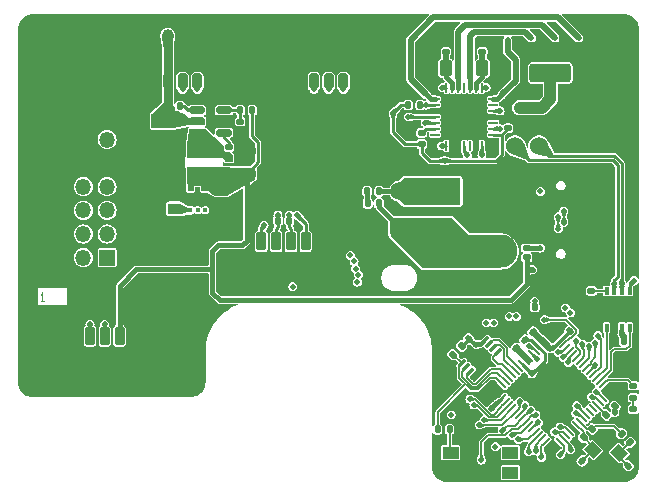
<source format=gbr>
%TF.GenerationSoftware,KiCad,Pcbnew,8.0.7*%
%TF.CreationDate,2024-12-31T14:50:49+08:00*%
%TF.ProjectId,SB-main-board,53422d6d-6169-46e2-9d62-6f6172642e6b,B1*%
%TF.SameCoordinates,Original*%
%TF.FileFunction,Copper,L1,Top*%
%TF.FilePolarity,Positive*%
%FSLAX46Y46*%
G04 Gerber Fmt 4.6, Leading zero omitted, Abs format (unit mm)*
G04 Created by KiCad (PCBNEW 8.0.7) date 2024-12-31 14:50:49*
%MOMM*%
%LPD*%
G01*
G04 APERTURE LIST*
G04 Aperture macros list*
%AMRoundRect*
0 Rectangle with rounded corners*
0 $1 Rounding radius*
0 $2 $3 $4 $5 $6 $7 $8 $9 X,Y pos of 4 corners*
0 Add a 4 corners polygon primitive as box body*
4,1,4,$2,$3,$4,$5,$6,$7,$8,$9,$2,$3,0*
0 Add four circle primitives for the rounded corners*
1,1,$1+$1,$2,$3*
1,1,$1+$1,$4,$5*
1,1,$1+$1,$6,$7*
1,1,$1+$1,$8,$9*
0 Add four rect primitives between the rounded corners*
20,1,$1+$1,$2,$3,$4,$5,0*
20,1,$1+$1,$4,$5,$6,$7,0*
20,1,$1+$1,$6,$7,$8,$9,0*
20,1,$1+$1,$8,$9,$2,$3,0*%
%AMRotRect*
0 Rectangle, with rotation*
0 The origin of the aperture is its center*
0 $1 length*
0 $2 width*
0 $3 Rotation angle, in degrees counterclockwise*
0 Add horizontal line*
21,1,$1,$2,0,0,$3*%
G04 Aperture macros list end*
%ADD10C,0.101600*%
%TA.AperFunction,NonConductor*%
%ADD11C,0.101600*%
%TD*%
%TA.AperFunction,SMDPad,CuDef*%
%ADD12R,1.350000X1.000000*%
%TD*%
%TA.AperFunction,SMDPad,CuDef*%
%ADD13RoundRect,0.200000X-0.200000X-0.600000X0.200000X-0.600000X0.200000X0.600000X-0.200000X0.600000X0*%
%TD*%
%TA.AperFunction,SMDPad,CuDef*%
%ADD14RoundRect,0.250001X-0.799999X-1.249999X0.799999X-1.249999X0.799999X1.249999X-0.799999X1.249999X0*%
%TD*%
%TA.AperFunction,SMDPad,CuDef*%
%ADD15RoundRect,0.147500X-0.147500X-0.172500X0.147500X-0.172500X0.147500X0.172500X-0.147500X0.172500X0*%
%TD*%
%TA.AperFunction,SMDPad,CuDef*%
%ADD16RoundRect,0.135000X-0.135000X-0.185000X0.135000X-0.185000X0.135000X0.185000X-0.135000X0.185000X0*%
%TD*%
%TA.AperFunction,SMDPad,CuDef*%
%ADD17RoundRect,0.135000X-0.035355X0.226274X-0.226274X0.035355X0.035355X-0.226274X0.226274X-0.035355X0*%
%TD*%
%TA.AperFunction,SMDPad,CuDef*%
%ADD18RoundRect,0.225000X0.250000X-0.225000X0.250000X0.225000X-0.250000X0.225000X-0.250000X-0.225000X0*%
%TD*%
%TA.AperFunction,SMDPad,CuDef*%
%ADD19RoundRect,0.135000X-0.185000X0.135000X-0.185000X-0.135000X0.185000X-0.135000X0.185000X0.135000X0*%
%TD*%
%TA.AperFunction,ComponentPad*%
%ADD20C,2.800000*%
%TD*%
%TA.AperFunction,ComponentPad*%
%ADD21C,1.524000*%
%TD*%
%TA.AperFunction,SMDPad,CuDef*%
%ADD22RoundRect,0.140000X0.170000X-0.140000X0.170000X0.140000X-0.170000X0.140000X-0.170000X-0.140000X0*%
%TD*%
%TA.AperFunction,SMDPad,CuDef*%
%ADD23RoundRect,0.063500X-0.197566X-0.287368X0.287368X0.197566X0.197566X0.287368X-0.287368X-0.197566X0*%
%TD*%
%TA.AperFunction,SMDPad,CuDef*%
%ADD24RotRect,0.203200X1.600200X45.000000*%
%TD*%
%TA.AperFunction,SMDPad,CuDef*%
%ADD25RoundRect,0.140000X0.219203X0.021213X0.021213X0.219203X-0.219203X-0.021213X-0.021213X-0.219203X0*%
%TD*%
%TA.AperFunction,SMDPad,CuDef*%
%ADD26RoundRect,0.140000X-0.021213X0.219203X-0.219203X0.021213X0.021213X-0.219203X0.219203X-0.021213X0*%
%TD*%
%TA.AperFunction,SMDPad,CuDef*%
%ADD27RoundRect,0.140000X-0.219203X-0.021213X-0.021213X-0.219203X0.219203X0.021213X0.021213X0.219203X0*%
%TD*%
%TA.AperFunction,SMDPad,CuDef*%
%ADD28RoundRect,0.140000X0.021213X-0.219203X0.219203X-0.021213X-0.021213X0.219203X-0.219203X0.021213X0*%
%TD*%
%TA.AperFunction,SMDPad,CuDef*%
%ADD29RoundRect,0.062500X-0.325000X-0.062500X0.325000X-0.062500X0.325000X0.062500X-0.325000X0.062500X0*%
%TD*%
%TA.AperFunction,SMDPad,CuDef*%
%ADD30RoundRect,0.062500X-0.062500X-0.325000X0.062500X-0.325000X0.062500X0.325000X-0.062500X0.325000X0*%
%TD*%
%TA.AperFunction,HeatsinkPad*%
%ADD31R,3.750000X3.750000*%
%TD*%
%TA.AperFunction,SMDPad,CuDef*%
%ADD32RoundRect,0.110000X-1.390000X0.440000X-1.390000X-0.440000X1.390000X-0.440000X1.390000X0.440000X0*%
%TD*%
%TA.AperFunction,SMDPad,CuDef*%
%ADD33RoundRect,0.261905X-1.338095X-0.838095X1.338095X-0.838095X1.338095X0.838095X-1.338095X0.838095X0*%
%TD*%
%TA.AperFunction,SMDPad,CuDef*%
%ADD34RotRect,1.150000X1.000000X315.000000*%
%TD*%
%TA.AperFunction,SMDPad,CuDef*%
%ADD35RoundRect,0.250000X0.475000X-0.250000X0.475000X0.250000X-0.475000X0.250000X-0.475000X-0.250000X0*%
%TD*%
%TA.AperFunction,SMDPad,CuDef*%
%ADD36RoundRect,0.140000X0.140000X0.170000X-0.140000X0.170000X-0.140000X-0.170000X0.140000X-0.170000X0*%
%TD*%
%TA.AperFunction,SMDPad,CuDef*%
%ADD37RoundRect,0.135000X0.226274X0.035355X0.035355X0.226274X-0.226274X-0.035355X-0.035355X-0.226274X0*%
%TD*%
%TA.AperFunction,SMDPad,CuDef*%
%ADD38RoundRect,0.140000X-0.140000X-0.170000X0.140000X-0.170000X0.140000X0.170000X-0.140000X0.170000X0*%
%TD*%
%TA.AperFunction,SMDPad,CuDef*%
%ADD39RoundRect,0.250000X-1.500000X-0.550000X1.500000X-0.550000X1.500000X0.550000X-1.500000X0.550000X0*%
%TD*%
%TA.AperFunction,SMDPad,CuDef*%
%ADD40RoundRect,0.250000X-0.650000X0.325000X-0.650000X-0.325000X0.650000X-0.325000X0.650000X0.325000X0*%
%TD*%
%TA.AperFunction,SMDPad,CuDef*%
%ADD41RoundRect,0.135000X0.135000X0.185000X-0.135000X0.185000X-0.135000X-0.185000X0.135000X-0.185000X0*%
%TD*%
%TA.AperFunction,SMDPad,CuDef*%
%ADD42RoundRect,0.050000X-0.238649X-0.309359X0.309359X0.238649X0.238649X0.309359X-0.309359X-0.238649X0*%
%TD*%
%TA.AperFunction,SMDPad,CuDef*%
%ADD43RoundRect,0.050000X0.238649X-0.309359X0.309359X-0.238649X-0.238649X0.309359X-0.309359X0.238649X0*%
%TD*%
%TA.AperFunction,HeatsinkPad*%
%ADD44RotRect,3.200000X3.200000X45.000000*%
%TD*%
%TA.AperFunction,ComponentPad*%
%ADD45RoundRect,0.250001X0.499999X0.499999X-0.499999X0.499999X-0.499999X-0.499999X0.499999X-0.499999X0*%
%TD*%
%TA.AperFunction,ComponentPad*%
%ADD46C,1.500000*%
%TD*%
%TA.AperFunction,SMDPad,CuDef*%
%ADD47RoundRect,0.093750X0.106250X-0.093750X0.106250X0.093750X-0.106250X0.093750X-0.106250X-0.093750X0*%
%TD*%
%TA.AperFunction,HeatsinkPad*%
%ADD48R,1.600000X1.000000*%
%TD*%
%TA.AperFunction,SMDPad,CuDef*%
%ADD49RoundRect,0.140000X-0.170000X0.140000X-0.170000X-0.140000X0.170000X-0.140000X0.170000X0.140000X0*%
%TD*%
%TA.AperFunction,SMDPad,CuDef*%
%ADD50RoundRect,0.200000X0.200000X0.450000X-0.200000X0.450000X-0.200000X-0.450000X0.200000X-0.450000X0*%
%TD*%
%TA.AperFunction,SMDPad,CuDef*%
%ADD51RoundRect,0.250001X0.799999X1.249999X-0.799999X1.249999X-0.799999X-1.249999X0.799999X-1.249999X0*%
%TD*%
%TA.AperFunction,SMDPad,CuDef*%
%ADD52RoundRect,0.250000X0.262500X0.450000X-0.262500X0.450000X-0.262500X-0.450000X0.262500X-0.450000X0*%
%TD*%
%TA.AperFunction,ComponentPad*%
%ADD53C,5.500000*%
%TD*%
%TA.AperFunction,SMDPad,CuDef*%
%ADD54RoundRect,0.250000X-0.262500X-0.450000X0.262500X-0.450000X0.262500X0.450000X-0.262500X0.450000X0*%
%TD*%
%TA.AperFunction,SMDPad,CuDef*%
%ADD55RoundRect,0.147500X0.172500X-0.147500X0.172500X0.147500X-0.172500X0.147500X-0.172500X-0.147500X0*%
%TD*%
%TA.AperFunction,SMDPad,CuDef*%
%ADD56RoundRect,0.150000X0.512500X0.150000X-0.512500X0.150000X-0.512500X-0.150000X0.512500X-0.150000X0*%
%TD*%
%TA.AperFunction,SMDPad,CuDef*%
%ADD57RoundRect,0.125000X0.225000X-0.125000X0.225000X0.125000X-0.225000X0.125000X-0.225000X-0.125000X0*%
%TD*%
%TA.AperFunction,SMDPad,CuDef*%
%ADD58RoundRect,0.225000X-0.250000X0.225000X-0.250000X-0.225000X0.250000X-0.225000X0.250000X0.225000X0*%
%TD*%
%TA.AperFunction,SMDPad,CuDef*%
%ADD59RoundRect,0.135000X0.035355X-0.226274X0.226274X-0.035355X-0.035355X0.226274X-0.226274X0.035355X0*%
%TD*%
%TA.AperFunction,ComponentPad*%
%ADD60R,1.350000X1.350000*%
%TD*%
%TA.AperFunction,ComponentPad*%
%ADD61O,1.350000X1.350000*%
%TD*%
%TA.AperFunction,SMDPad,CuDef*%
%ADD62R,0.350000X0.650000*%
%TD*%
%TA.AperFunction,SMDPad,CuDef*%
%ADD63R,2.400000X1.550000*%
%TD*%
%TA.AperFunction,ComponentPad*%
%ADD64O,1.800000X1.000000*%
%TD*%
%TA.AperFunction,ComponentPad*%
%ADD65O,2.100000X1.000000*%
%TD*%
%TA.AperFunction,ViaPad*%
%ADD66C,0.500000*%
%TD*%
%TA.AperFunction,ViaPad*%
%ADD67C,1.000000*%
%TD*%
%TA.AperFunction,Conductor*%
%ADD68C,0.127000*%
%TD*%
%TA.AperFunction,Conductor*%
%ADD69C,0.254000*%
%TD*%
%TA.AperFunction,Conductor*%
%ADD70C,0.177800*%
%TD*%
%TA.AperFunction,Conductor*%
%ADD71C,0.508000*%
%TD*%
%TA.AperFunction,Conductor*%
%ADD72C,0.381000*%
%TD*%
%TA.AperFunction,Conductor*%
%ADD73C,1.016000*%
%TD*%
%TA.AperFunction,Conductor*%
%ADD74C,0.762000*%
%TD*%
%TA.AperFunction,Conductor*%
%ADD75C,0.457200*%
%TD*%
%TA.AperFunction,Conductor*%
%ADD76C,0.184658*%
%TD*%
%TA.AperFunction,Conductor*%
%ADD77C,0.279400*%
%TD*%
%TA.AperFunction,Conductor*%
%ADD78C,0.152400*%
%TD*%
%TA.AperFunction,Conductor*%
%ADD79C,0.228600*%
%TD*%
G04 APERTURE END LIST*
D10*
D11*
X74818124Y-92102475D02*
X74532410Y-92102475D01*
X74675267Y-92102475D02*
X74675267Y-91302475D01*
X74675267Y-91302475D02*
X74627648Y-91416760D01*
X74627648Y-91416760D02*
X74580029Y-91492951D01*
X74580029Y-91492951D02*
X74532410Y-91531046D01*
D12*
%TO.P,SW1,1,C*%
%TO.N,GND*%
X109255330Y-106623664D03*
%TO.P,SW1,2,D*%
%TO.N,Net-(SW1A-D)*%
X109255330Y-104923664D03*
%TO.P,SW1,3*%
%TO.N,N/C*%
X114305330Y-104923664D03*
%TO.P,SW1,4*%
X114305330Y-106623664D03*
%TD*%
D13*
%TO.P,J7,1,Pin_1*%
%TO.N,GND*%
X77461330Y-95035664D03*
%TO.P,J7,2,Pin_2*%
%TO.N,/LDC_SDA*%
X78711330Y-95035664D03*
%TO.P,J7,3,Pin_3*%
%TO.N,/LDC_SCL*%
X79961330Y-95035664D03*
%TO.P,J7,4,Pin_4*%
%TO.N,+5V*%
X81211330Y-95035664D03*
D14*
%TO.P,J7,MP,MountPin*%
%TO.N,GND*%
X74911330Y-97935664D03*
X83761330Y-97935664D03*
%TD*%
D15*
%TO.P,D4,1,K*%
%TO.N,Net-(D4-K)*%
X102216330Y-83805664D03*
%TO.P,D4,2,A*%
%TO.N,+24V*%
X103186330Y-83805664D03*
%TD*%
D16*
%TO.P,R14,1*%
%TO.N,+3V3*%
X105647722Y-75483665D03*
%TO.P,R14,2*%
%TO.N,/TMC_EN*%
X106667722Y-75483665D03*
%TD*%
D17*
%TO.P,R2,1*%
%TO.N,+3V3*%
X110170829Y-95894303D03*
%TO.P,R2,2*%
%TO.N,/NOR_CS*%
X109449581Y-96615551D03*
%TD*%
D13*
%TO.P,J4,1,Pin_1*%
%TO.N,Net-(J4-Pin_1)*%
X93230330Y-87030664D03*
%TO.P,J4,2,Pin_2*%
%TO.N,Net-(J4-Pin_2)*%
X94480330Y-87030664D03*
%TO.P,J4,3,Pin_3*%
%TO.N,Net-(J4-Pin_3)*%
X95730330Y-87030664D03*
%TO.P,J4,4,Pin_4*%
%TO.N,Net-(J4-Pin_4)*%
X96980330Y-87030664D03*
D14*
%TO.P,J4,MP,MountPin*%
%TO.N,GND*%
X90680330Y-89930664D03*
X99530330Y-89930664D03*
%TD*%
D18*
%TO.P,C17,1*%
%TO.N,+3V3*%
X85805329Y-84278165D03*
%TO.P,C17,2*%
%TO.N,GND*%
X85805329Y-82728165D03*
%TD*%
D19*
%TO.P,R6,1*%
%TO.N,/STATUS*%
X124725330Y-99253664D03*
%TO.P,R6,2*%
%TO.N,Net-(D1-A)*%
X124725330Y-100273664D03*
%TD*%
D20*
%TO.P,J1,1,Pin_1*%
%TO.N,+24V*%
X113482830Y-87877964D03*
%TO.P,J1,2,Pin_2*%
%TO.N,GND*%
X113482830Y-82797964D03*
D21*
%TO.P,J1,3,Pin_3*%
%TO.N,/CAN_H*%
X114712830Y-78947964D03*
%TO.P,J1,4,Pin_4*%
%TO.N,/CAN_L*%
X116712830Y-78947964D03*
%TD*%
D22*
%TO.P,C21,1*%
%TO.N,+3V3*%
X114087722Y-77443665D03*
%TO.P,C21,2*%
%TO.N,GND*%
X114087722Y-76483665D03*
%TD*%
D23*
%TO.P,U2,1,~{CS}*%
%TO.N,/NOR_CS*%
X110186181Y-97352151D03*
%TO.P,U2,2,DO_IO1*%
%TO.N,/NOR_D1*%
X110539735Y-97705705D03*
%TO.P,U2,3,~{WP}_IO2*%
%TO.N,/NOR_D2*%
X110893289Y-98059259D03*
%TO.P,U2,4,GND*%
%TO.N,GND*%
X111246843Y-98412813D03*
%TO.P,U2,5,DI_IO0*%
%TO.N,/NOR_D0*%
X113224479Y-96435177D03*
%TO.P,U2,6,CLK*%
%TO.N,/NOR_CLK*%
X112870925Y-96081623D03*
%TO.P,U2,7,~{HOLD}_IO3*%
%TO.N,/NOR_D3*%
X112517371Y-95728069D03*
%TO.P,U2,8,VCC*%
%TO.N,+3V3*%
X112163817Y-95374515D03*
D24*
%TO.P,U2,9,EPAD*%
%TO.N,GND*%
X111705330Y-96893664D03*
%TD*%
D25*
%TO.P,C11,1*%
%TO.N,+3V3*%
X112780365Y-101164066D03*
%TO.P,C11,2*%
%TO.N,GND*%
X112101543Y-100485244D03*
%TD*%
D26*
%TO.P,C3,1*%
%TO.N,Net-(C3-Pad1)*%
X124298261Y-106031067D03*
%TO.P,C3,2*%
%TO.N,GND*%
X123619439Y-106709889D03*
%TD*%
D27*
%TO.P,C2,1*%
%TO.N,/XIN*%
X120381357Y-105611734D03*
%TO.P,C2,2*%
%TO.N,GND*%
X121060179Y-106290556D03*
%TD*%
D28*
%TO.P,C7,1*%
%TO.N,+3V3*%
X119318124Y-94626307D03*
%TO.P,C7,2*%
%TO.N,GND*%
X119996946Y-93947485D03*
%TD*%
D29*
%TO.P,U6,1,OB2*%
%TO.N,Net-(J3-Pin_1)*%
X107925222Y-74983665D03*
%TO.P,U6,2,ENN*%
%TO.N,/TMC_EN*%
X107925222Y-75483665D03*
%TO.P,U6,3,GND*%
%TO.N,GND*%
X107925222Y-75983665D03*
%TO.P,U6,4,CPO*%
%TO.N,Net-(U6-CPO)*%
X107925222Y-76483665D03*
%TO.P,U6,5,CPI*%
%TO.N,Net-(U6-CPI)*%
X107925222Y-76983665D03*
%TO.P,U6,6,VCP*%
%TO.N,Net-(U6-VCP)*%
X107925222Y-77483665D03*
%TO.P,U6,7,NC*%
%TO.N,unconnected-(U6-NC-Pad7)*%
X107925222Y-77983665D03*
D30*
%TO.P,U6,8,5VOUT*%
%TO.N,Net-(U6-5VOUT)*%
X108887722Y-78946165D03*
%TO.P,U6,9,MS1*%
%TO.N,GND*%
X109387722Y-78946165D03*
%TO.P,U6,10,MS2*%
X109887722Y-78946165D03*
%TO.P,U6,11,DIAG*%
%TO.N,/TMC_DIAG*%
X110387722Y-78946165D03*
%TO.P,U6,12,INDEX*%
%TO.N,unconnected-(U6-INDEX-Pad12)*%
X110887722Y-78946165D03*
%TO.P,U6,13,CLK*%
%TO.N,GND*%
X111387722Y-78946165D03*
%TO.P,U6,14,PDN_UART*%
%TO.N,/TMC_UART*%
X111887722Y-78946165D03*
D29*
%TO.P,U6,15,VCC_IO*%
%TO.N,+3V3*%
X112850222Y-77983665D03*
%TO.P,U6,16,STEP*%
%TO.N,/TMC_STEP*%
X112850222Y-77483665D03*
%TO.P,U6,17,VREF*%
%TO.N,unconnected-(U6-VREF-Pad17)*%
X112850222Y-76983665D03*
%TO.P,U6,18,GND*%
%TO.N,GND*%
X112850222Y-76483665D03*
%TO.P,U6,19,DIR*%
%TO.N,/TMC_DIR*%
X112850222Y-75983665D03*
%TO.P,U6,20,NC*%
%TO.N,unconnected-(U6-NC-Pad20)*%
X112850222Y-75483665D03*
%TO.P,U6,21,OA2*%
%TO.N,Net-(J3-Pin_4)*%
X112850222Y-74983665D03*
D30*
%TO.P,U6,22,VS*%
%TO.N,+24V*%
X111887722Y-74021165D03*
%TO.P,U6,23,BRA*%
%TO.N,Net-(U6-BRA)*%
X111387722Y-74021165D03*
%TO.P,U6,24,OA1*%
%TO.N,Net-(J3-Pin_3)*%
X110887722Y-74021165D03*
%TO.P,U6,25,NC*%
%TO.N,unconnected-(U6-NC-Pad25)*%
X110387722Y-74021165D03*
%TO.P,U6,26,OB1*%
%TO.N,Net-(J3-Pin_2)*%
X109887722Y-74021165D03*
%TO.P,U6,27,BRB*%
%TO.N,Net-(U6-BRB)*%
X109387722Y-74021165D03*
%TO.P,U6,28,VS*%
%TO.N,+24V*%
X108887722Y-74021165D03*
D31*
%TO.P,U6,29,EPAD*%
%TO.N,GND*%
X110387722Y-76483665D03*
%TD*%
D16*
%TO.P,R3,1*%
%TO.N,/NOR_CS*%
X108135330Y-102943664D03*
%TO.P,R3,2*%
%TO.N,Net-(SW1A-D)*%
X109155330Y-102943664D03*
%TD*%
D25*
%TO.P,C6,1*%
%TO.N,+1V1*%
X115507192Y-95373235D03*
%TO.P,C6,2*%
%TO.N,GND*%
X114828370Y-94694413D03*
%TD*%
D32*
%TO.P,L1,1*%
%TO.N,Net-(U4-SW)*%
X88435328Y-79393165D03*
%TO.P,L1,2*%
%TO.N,+5V*%
X88435328Y-81293165D03*
%TD*%
D33*
%TO.P,TP1,1,1*%
%TO.N,+24V*%
X110350330Y-87877964D03*
%TD*%
D34*
%TO.P,Y1,1,1*%
%TO.N,/XIN*%
X121295757Y-104697334D03*
%TO.P,Y1,2,2*%
%TO.N,GND*%
X122533194Y-105934771D03*
%TO.P,Y1,3,3*%
%TO.N,Net-(C3-Pad1)*%
X123523143Y-104944822D03*
%TO.P,Y1,4,4*%
%TO.N,GND*%
X122285706Y-103707385D03*
%TD*%
D35*
%TO.P,C18,1*%
%TO.N,+5V*%
X91975328Y-81293164D03*
%TO.P,C18,2*%
%TO.N,GND*%
X91975328Y-79393166D03*
%TD*%
D36*
%TO.P,C34,1*%
%TO.N,+3V3*%
X116370330Y-92585664D03*
%TO.P,C34,2*%
%TO.N,GND*%
X115410330Y-92585664D03*
%TD*%
D37*
%TO.P,R5,1*%
%TO.N,Net-(C3-Pad1)*%
X124437543Y-104030422D03*
%TO.P,R5,2*%
%TO.N,/XOUT*%
X123716295Y-103309174D03*
%TD*%
D38*
%TO.P,C33,1*%
%TO.N,Net-(J4-Pin_2)*%
X94620330Y-85265664D03*
%TO.P,C33,2*%
%TO.N,Net-(J4-Pin_3)*%
X95580330Y-85265664D03*
%TD*%
D22*
%TO.P,C20,1*%
%TO.N,+3V3*%
X106787722Y-78793664D03*
%TO.P,C20,2*%
%TO.N,Net-(U6-VCP)*%
X106787722Y-77833664D03*
%TD*%
D39*
%TO.P,C22,1*%
%TO.N,+24V*%
X117695330Y-72793664D03*
%TO.P,C22,2*%
%TO.N,GND*%
X123095330Y-72793664D03*
%TD*%
D25*
%TO.P,C13,1*%
%TO.N,+3V3*%
X116214298Y-94666129D03*
%TO.P,C13,2*%
%TO.N,GND*%
X115535476Y-93987307D03*
%TD*%
D40*
%TO.P,C16,1*%
%TO.N,+24V*%
X84790330Y-76875664D03*
%TO.P,C16,2*%
%TO.N,GND*%
X84790330Y-79825664D03*
%TD*%
D41*
%TO.P,R18,1*%
%TO.N,Net-(J5-Pin_2)*%
X103186330Y-82797964D03*
%TO.P,R18,2*%
%TO.N,Net-(D4-K)*%
X102166330Y-82797964D03*
%TD*%
D42*
%TO.P,U1,1,IOVDD*%
%TO.N,+3V3*%
X113618565Y-100325866D03*
%TO.P,U1,2,GPIO0*%
%TO.N,/ADXL_INT1*%
X113901408Y-100608709D03*
%TO.P,U1,3,GPIO1*%
%TO.N,/ADXL_INT2*%
X114184250Y-100891551D03*
%TO.P,U1,4,GPIO2*%
%TO.N,/SPI0_CS1*%
X114467093Y-101174394D03*
%TO.P,U1,5,GPIO3*%
%TO.N,/SPI0_MISO*%
X114749936Y-101457237D03*
%TO.P,U1,6,GPIO4*%
%TO.N,/SPI0_CS2*%
X115032778Y-101740079D03*
%TO.P,U1,7,GPIO5*%
%TO.N,/SPI0_CLK*%
X115315621Y-102022922D03*
%TO.P,U1,8,GPIO6*%
%TO.N,/SPI0_MOSI*%
X115598464Y-102305765D03*
%TO.P,U1,9,GPIO7*%
%TO.N,/LDC_SCL*%
X115881307Y-102588608D03*
%TO.P,U1,10,IOVDD*%
%TO.N,+3V3*%
X116164149Y-102871450D03*
%TO.P,U1,11,GPIO8*%
%TO.N,/LDC_SDA*%
X116446992Y-103154293D03*
%TO.P,U1,12,GPIO9*%
%TO.N,/NEO*%
X116729835Y-103437136D03*
%TO.P,U1,13,GPIO10*%
%TO.N,/FAN0_DET*%
X117012677Y-103719978D03*
%TO.P,U1,14,GPIO11*%
%TO.N,/FAN1_PWM*%
X117295520Y-104002821D03*
D43*
%TO.P,U1,15,GPIO12*%
%TO.N,/FAN0_PWM*%
X118479924Y-104002821D03*
%TO.P,U1,16,GPIO13*%
%TO.N,/FAN1_DET*%
X118762767Y-103719978D03*
%TO.P,U1,17,GPIO14*%
%TO.N,/FAN2_PWM*%
X119045609Y-103437136D03*
%TO.P,U1,18,GPIO15*%
%TO.N,/FAN2_DET*%
X119328452Y-103154293D03*
%TO.P,U1,19,TESTEN*%
%TO.N,GND*%
X119611295Y-102871450D03*
%TO.P,U1,20,XIN*%
%TO.N,/XIN*%
X119894137Y-102588608D03*
%TO.P,U1,21,XOUT*%
%TO.N,/XOUT*%
X120176980Y-102305765D03*
%TO.P,U1,22,IOVDD*%
%TO.N,+3V3*%
X120459823Y-102022922D03*
%TO.P,U1,23,DVDD*%
%TO.N,+1V1*%
X120742666Y-101740079D03*
%TO.P,U1,24,SWCLK*%
%TO.N,unconnected-(U1-SWCLK-Pad24)*%
X121025508Y-101457237D03*
%TO.P,U1,25,SWD*%
%TO.N,unconnected-(U1-SWD-Pad25)*%
X121308351Y-101174394D03*
%TO.P,U1,26,RUN*%
%TO.N,Net-(U1-RUN)*%
X121591194Y-100891551D03*
%TO.P,U1,27,GPIO16*%
%TO.N,/ENDSTOP0*%
X121874036Y-100608709D03*
%TO.P,U1,28,GPIO17*%
%TO.N,/HEAT*%
X122156879Y-100325866D03*
D42*
%TO.P,U1,29,GPIO18*%
%TO.N,/STATUS*%
X122156879Y-99141462D03*
%TO.P,U1,30,GPIO19*%
%TO.N,/CAN_RX*%
X121874036Y-98858619D03*
%TO.P,U1,31,GPIO20*%
%TO.N,/CAN_TX*%
X121591194Y-98575777D03*
%TO.P,U1,32,GPIO21*%
%TO.N,/TMC_DIR*%
X121308351Y-98292934D03*
%TO.P,U1,33,IOVDD*%
%TO.N,+3V3*%
X121025508Y-98010091D03*
%TO.P,U1,34,GPIO22*%
%TO.N,/TMC_EN*%
X120742666Y-97727249D03*
%TO.P,U1,35,GPIO23*%
%TO.N,/TMC_STEP*%
X120459823Y-97444406D03*
%TO.P,U1,36,GPIO24*%
%TO.N,/TMC_UART*%
X120176980Y-97161563D03*
%TO.P,U1,37,GPIO25*%
%TO.N,/TMC_DIAG*%
X119894137Y-96878720D03*
%TO.P,U1,38,GPIO26_ADC0*%
%TO.N,/FS*%
X119611295Y-96595878D03*
%TO.P,U1,39,GPIO27_ADC1*%
%TO.N,/ADC0*%
X119328452Y-96313035D03*
%TO.P,U1,40,GPIO28_ADC2*%
%TO.N,/ADC1*%
X119045609Y-96030192D03*
%TO.P,U1,41,GPIO29_ADC3*%
%TO.N,/TEMP_A*%
X118762767Y-95747350D03*
%TO.P,U1,42,IOVDD*%
%TO.N,+3V3*%
X118479924Y-95464507D03*
D43*
%TO.P,U1,43,ADC_AVDD*%
X117295520Y-95464507D03*
%TO.P,U1,44,VREG_IN*%
X117012677Y-95747350D03*
%TO.P,U1,45,VREG_VOUT*%
%TO.N,+1V1*%
X116729835Y-96030192D03*
%TO.P,U1,46,USB_DM*%
%TO.N,/USB_D-*%
X116446992Y-96313035D03*
%TO.P,U1,47,USB_DP*%
%TO.N,/USB_D+*%
X116164149Y-96595878D03*
%TO.P,U1,48,USB_VDD*%
%TO.N,+3V3*%
X115881307Y-96878720D03*
%TO.P,U1,49,IOVDD*%
X115598464Y-97161563D03*
%TO.P,U1,50,DVDD*%
%TO.N,+1V1*%
X115315621Y-97444406D03*
%TO.P,U1,51,QSPI_SD3*%
%TO.N,/NOR_D3*%
X115032778Y-97727249D03*
%TO.P,U1,52,QSPI_SCLK*%
%TO.N,/NOR_CLK*%
X114749936Y-98010091D03*
%TO.P,U1,53,QSPI_SD0*%
%TO.N,/NOR_D0*%
X114467093Y-98292934D03*
%TO.P,U1,54,QSPI_SD2*%
%TO.N,/NOR_D2*%
X114184250Y-98575777D03*
%TO.P,U1,55,QSPI_SD1*%
%TO.N,/NOR_D1*%
X113901408Y-98858619D03*
%TO.P,U1,56,QSPI_SS*%
%TO.N,/NOR_CS*%
X113618565Y-99141462D03*
D44*
%TO.P,U1,57,GND*%
%TO.N,GND*%
X117887722Y-99733664D03*
%TD*%
D16*
%TO.P,R12,1*%
%TO.N,Net-(U4-FB)*%
X91425328Y-75925665D03*
%TO.P,R12,2*%
%TO.N,+5V*%
X92445326Y-75925665D03*
%TD*%
D45*
%TO.P,J5,1,Pin_1*%
%TO.N,+24V*%
X104905330Y-85797964D03*
D46*
%TO.P,J5,2,Pin_2*%
%TO.N,Net-(J5-Pin_2)*%
X104905330Y-82797964D03*
%TD*%
D47*
%TO.P,U5,1,OUT*%
%TO.N,+3V3*%
X87166908Y-84390664D03*
%TO.P,U5,2,NC*%
%TO.N,unconnected-(U5-NC-Pad2)*%
X87816908Y-84390664D03*
%TO.P,U5,3,PG*%
%TO.N,unconnected-(U5-PG-Pad3)*%
X88466908Y-84390664D03*
%TO.P,U5,4,EN*%
%TO.N,+5V*%
X88466908Y-82615664D03*
%TO.P,U5,5,GND*%
%TO.N,GND*%
X87816908Y-82615664D03*
%TO.P,U5,6,IN*%
%TO.N,+5V*%
X87166908Y-82615664D03*
D48*
%TO.P,U5,7,EP*%
%TO.N,GND*%
X87816908Y-83503164D03*
%TD*%
D49*
%TO.P,C35,1*%
%TO.N,+24V*%
X86400330Y-76875664D03*
%TO.P,C35,2*%
%TO.N,GND*%
X86400330Y-77835664D03*
%TD*%
D50*
%TO.P,J8,1,Pin_1*%
%TO.N,GND*%
X101419330Y-73489664D03*
%TO.P,J8,2,Pin_2*%
%TO.N,/ENDSTOP0*%
X100169330Y-73489664D03*
%TO.P,J8,3,Pin_3*%
%TO.N,/FS*%
X98919330Y-73489664D03*
%TO.P,J8,4,Pin_4*%
%TO.N,+3V3*%
X97669330Y-73489664D03*
D51*
%TO.P,J8,MP,MountPin*%
%TO.N,GND*%
X103969330Y-70739664D03*
X95119330Y-70739664D03*
%TD*%
D25*
%TO.P,C12,1*%
%TO.N,+3V3*%
X114800086Y-96080341D03*
%TO.P,C12,2*%
%TO.N,GND*%
X114121264Y-95401519D03*
%TD*%
D52*
%TO.P,R16,1*%
%TO.N,Net-(U6-BRB)*%
X108837722Y-72383664D03*
%TO.P,R16,2*%
%TO.N,GND*%
X107012722Y-72383664D03*
%TD*%
D53*
%TO.P,H2,1,1*%
%TO.N,GND*%
X86086330Y-92876664D03*
%TD*%
D33*
%TO.P,TP2,1,1*%
%TO.N,Net-(J5-Pin_2)*%
X107870330Y-82797964D03*
%TD*%
D22*
%TO.P,C27,1*%
%TO.N,Net-(U6-BRA)*%
X111937722Y-70963664D03*
%TO.P,C27,2*%
%TO.N,GND*%
X111937722Y-70003664D03*
%TD*%
D54*
%TO.P,R15,1*%
%TO.N,Net-(U6-BRA)*%
X111937722Y-72383664D03*
%TO.P,R15,2*%
%TO.N,GND*%
X113762722Y-72383664D03*
%TD*%
D36*
%TO.P,C14,1*%
%TO.N,+5V*%
X123901922Y-95465664D03*
%TO.P,C14,2*%
%TO.N,GND*%
X122941922Y-95465664D03*
%TD*%
D22*
%TO.P,C28,1*%
%TO.N,Net-(U6-BRB)*%
X108837722Y-70963664D03*
%TO.P,C28,2*%
%TO.N,GND*%
X108837722Y-70003664D03*
%TD*%
D55*
%TO.P,D1,1,K*%
%TO.N,GND*%
X124725330Y-102179064D03*
%TO.P,D1,2,A*%
%TO.N,Net-(D1-A)*%
X124725330Y-101209064D03*
%TD*%
D19*
%TO.P,R13,1*%
%TO.N,Net-(U4-FB)*%
X91425328Y-76883167D03*
%TO.P,R13,2*%
%TO.N,GND*%
X91425328Y-77903165D03*
%TD*%
D56*
%TO.P,U4,1,BOOST*%
%TO.N,Net-(U4-BOOST)*%
X90042828Y-77825664D03*
%TO.P,U4,2,GND*%
%TO.N,GND*%
X90042828Y-76875664D03*
%TO.P,U4,3,FB*%
%TO.N,Net-(U4-FB)*%
X90042828Y-75925664D03*
%TO.P,U4,4,EN*%
%TO.N,Net-(U4-EN)*%
X87767828Y-75925664D03*
%TO.P,U4,5,VIN*%
%TO.N,+24V*%
X87767828Y-76875664D03*
%TO.P,U4,6,SW*%
%TO.N,Net-(U4-SW)*%
X87767828Y-77825664D03*
%TD*%
D57*
%TO.P,D2,1,K*%
%TO.N,+5V*%
X115687722Y-88393664D03*
%TO.P,D2,2,A*%
%TO.N,Net-(D2-A)*%
X115687722Y-87593664D03*
%TD*%
D58*
%TO.P,C19,1*%
%TO.N,+5V*%
X89828484Y-82728164D03*
%TO.P,C19,2*%
%TO.N,GND*%
X89828484Y-84278164D03*
%TD*%
D53*
%TO.P,H1,1,1*%
%TO.N,GND*%
X98070330Y-80105664D03*
%TD*%
D59*
%TO.P,R4,1*%
%TO.N,/XIN*%
X120499426Y-103632302D03*
%TO.P,R4,2*%
%TO.N,/XOUT*%
X121220674Y-102911054D03*
%TD*%
D60*
%TO.P,J9,1,Pin_1*%
%TO.N,/FAN0_DET*%
X80156472Y-88406664D03*
D61*
%TO.P,J9,2,Pin_2*%
%TO.N,/NEO*%
X78156472Y-88406664D03*
%TO.P,J9,3,Pin_3*%
%TO.N,/FAN0_PWM*%
X80156472Y-86406664D03*
%TO.P,J9,4,Pin_4*%
%TO.N,/FAN1_PWM*%
X78156472Y-86406664D03*
%TO.P,J9,5,Pin_5*%
%TO.N,/ADC0*%
X80156472Y-84406664D03*
%TO.P,J9,6,Pin_6*%
%TO.N,/FAN1_DET*%
X78156472Y-84406664D03*
%TO.P,J9,7,Pin_7*%
%TO.N,/ADC1*%
X80156472Y-82406664D03*
%TO.P,J9,8,Pin_8*%
%TO.N,+3V3*%
X78156472Y-82406664D03*
%TO.P,J9,9,Pin_9*%
%TO.N,GND*%
X80156472Y-80406664D03*
%TO.P,J9,10,Pin_10*%
X78156472Y-80406664D03*
%TO.P,J9,11,Pin_11*%
%TO.N,+24V*%
X80156472Y-78406664D03*
%TO.P,J9,12,Pin_12*%
%TO.N,GND*%
X78156472Y-78406664D03*
%TD*%
D28*
%TO.P,C1,1*%
%TO.N,+3V3*%
X110772809Y-95292323D03*
%TO.P,C1,2*%
%TO.N,GND*%
X111451631Y-94613501D03*
%TD*%
D49*
%TO.P,C15,1*%
%TO.N,Net-(U4-BOOST)*%
X90495327Y-79043165D03*
%TO.P,C15,2*%
%TO.N,Net-(U4-SW)*%
X90495327Y-80003165D03*
%TD*%
D19*
%TO.P,R10,1*%
%TO.N,Net-(U3-STB)*%
X121164314Y-91223663D03*
%TO.P,R10,2*%
%TO.N,GND*%
X121164314Y-92243663D03*
%TD*%
D16*
%TO.P,R11,1*%
%TO.N,+24V*%
X85295330Y-75585664D03*
%TO.P,R11,2*%
%TO.N,Net-(U4-EN)*%
X86315328Y-75585664D03*
%TD*%
D17*
%TO.P,R1,1*%
%TO.N,+3V3*%
X123150642Y-101008503D03*
%TO.P,R1,2*%
%TO.N,Net-(U1-RUN)*%
X122429394Y-101729751D03*
%TD*%
D62*
%TO.P,U3,1,TXD*%
%TO.N,/CAN_TX*%
X122446922Y-94323664D03*
%TO.P,U3,2,GND*%
%TO.N,GND*%
X123096922Y-94323664D03*
%TO.P,U3,3,VCC*%
%TO.N,+5V*%
X123746922Y-94323664D03*
%TO.P,U3,4,RXD*%
%TO.N,/CAN_RX*%
X124396922Y-94323664D03*
%TO.P,U3,5,VIO*%
%TO.N,+3V3*%
X124396922Y-91223664D03*
%TO.P,U3,6,CANL*%
%TO.N,/CAN_L*%
X123746922Y-91223664D03*
%TO.P,U3,7,CANH*%
%TO.N,/CAN_H*%
X123096922Y-91223664D03*
%TO.P,U3,8,STB*%
%TO.N,Net-(U3-STB)*%
X122446922Y-91223664D03*
D63*
%TO.P,U3,9,GND*%
%TO.N,GND*%
X123421922Y-92773664D03*
%TD*%
D50*
%TO.P,J6,1,Pin_1*%
%TO.N,GND*%
X89045330Y-73489664D03*
%TO.P,J6,2,Pin_2*%
%TO.N,/FAN2_DET*%
X87795330Y-73489664D03*
%TO.P,J6,3,Pin_3*%
%TO.N,/FAN2_PWM*%
X86545330Y-73489664D03*
%TO.P,J6,4,Pin_4*%
%TO.N,+24V*%
X85295330Y-73489664D03*
D51*
%TO.P,J6,MP,MountPin*%
%TO.N,GND*%
X91595330Y-70739664D03*
X82745330Y-70739664D03*
%TD*%
D64*
%TO.P,J2,S1,SHIELD*%
%TO.N,GND*%
X122262722Y-80873664D03*
D65*
X118082722Y-80873664D03*
D64*
X122262722Y-89513664D03*
D65*
X118082722Y-89513664D03*
%TD*%
D66*
%TO.N,GND*%
X75990330Y-86925664D03*
X87800330Y-85965664D03*
X82530330Y-78505664D03*
X109066922Y-77804465D03*
X87330330Y-98285664D03*
X110540330Y-106585664D03*
X94020330Y-68455664D03*
X120540330Y-100535664D03*
X79980330Y-69045664D03*
X112140330Y-99765664D03*
X84010330Y-87315664D03*
X119090330Y-106275664D03*
X101620330Y-75465664D03*
X115480330Y-98665664D03*
X82340330Y-84755664D03*
X113910330Y-90595664D03*
X110824330Y-82147964D03*
X93910330Y-78955664D03*
X86410330Y-78505664D03*
X107780330Y-69645664D03*
X110387722Y-76483665D03*
X89230330Y-76530664D03*
X100660330Y-78125664D03*
X80280330Y-92505664D03*
X107920330Y-93195664D03*
X73880330Y-82685664D03*
X110210330Y-84935664D03*
X123096922Y-94865664D03*
X74820330Y-71135664D03*
X117940330Y-105865664D03*
X124580330Y-75245664D03*
X117887722Y-99733664D03*
X110824330Y-82797964D03*
X101190330Y-71345664D03*
X111923530Y-82472964D03*
X121880330Y-75525664D03*
X95840330Y-76975664D03*
X88900330Y-71555664D03*
X110260330Y-103925664D03*
X74120330Y-69325664D03*
X77000330Y-75075664D03*
X112330330Y-96835664D03*
X124650330Y-97855664D03*
X86100330Y-99065664D03*
X112976330Y-70255664D03*
X82270330Y-75415664D03*
X73390330Y-98065664D03*
X76650330Y-89495664D03*
X73570330Y-75255664D03*
X89150330Y-68425664D03*
X124550330Y-69365664D03*
X106680330Y-84485664D03*
X112980130Y-71012464D03*
X108490330Y-103825664D03*
X108837722Y-69405664D03*
X109610330Y-79505664D03*
X73580330Y-72105664D03*
X89230330Y-77220664D03*
X112670330Y-100305664D03*
X91930330Y-91405664D03*
X73860330Y-79965664D03*
X93770330Y-73825664D03*
X108720330Y-96145664D03*
X86330330Y-80235664D03*
X75550330Y-94105664D03*
X115400330Y-104305664D03*
X112780330Y-103015664D03*
X106060330Y-78055664D03*
X87610330Y-87345664D03*
X111708522Y-77804465D03*
X110387722Y-75162865D03*
X90042828Y-76875664D03*
X83350330Y-81105664D03*
X122270330Y-82135664D03*
X123100330Y-74425664D03*
X110387722Y-77804465D03*
X84170330Y-75045664D03*
X124570330Y-77025664D03*
X77520330Y-91655664D03*
X91950330Y-80275664D03*
X111900330Y-96385664D03*
X119050330Y-101945664D03*
X114370330Y-85905664D03*
X77160330Y-97335664D03*
X92060330Y-89605664D03*
X109066922Y-76483665D03*
X124520330Y-83405664D03*
X82220330Y-82355664D03*
X83460330Y-95385664D03*
X79770330Y-98925664D03*
X86370330Y-71605664D03*
X104620330Y-81085664D03*
X105140330Y-73025664D03*
X77140330Y-99425664D03*
X84410330Y-82515664D03*
X117076330Y-71012464D03*
X115410330Y-93095664D03*
X109066922Y-75162865D03*
X119076330Y-74605664D03*
X117360330Y-106855664D03*
X76160330Y-81305664D03*
X99380330Y-76895664D03*
X99350330Y-84245664D03*
X124640330Y-88635664D03*
X110430330Y-102195664D03*
X111923530Y-83122964D03*
X76010330Y-84175664D03*
X113180330Y-105925664D03*
X108330330Y-98225664D03*
X100970330Y-68335664D03*
X111923530Y-81822964D03*
X98020330Y-71245664D03*
X123800330Y-102145664D03*
X81910330Y-98005664D03*
X122920330Y-78205664D03*
X82430330Y-73315664D03*
X104550330Y-75175664D03*
X113510330Y-76605664D03*
X111708522Y-76483665D03*
X73670330Y-92905664D03*
X121780330Y-92915664D03*
X73990330Y-86185664D03*
X115076330Y-71012464D03*
X115220330Y-81315664D03*
X119720330Y-98115664D03*
X119990330Y-104215664D03*
X90940330Y-84605664D03*
X101900330Y-91295664D03*
X115800330Y-106255664D03*
X94510330Y-82105664D03*
X109110330Y-99705664D03*
X91270330Y-78545664D03*
X78690330Y-90205664D03*
X95380330Y-73865664D03*
X93020330Y-82395664D03*
X108910330Y-95125664D03*
X111708522Y-75162865D03*
X106080330Y-80775664D03*
X112870330Y-78965664D03*
X119076330Y-71012464D03*
X93500330Y-84915664D03*
X104470330Y-68725664D03*
X122370330Y-88205664D03*
X102070330Y-76245664D03*
X115076330Y-74305664D03*
X113300330Y-85875664D03*
X121140330Y-68685664D03*
X80798330Y-90011664D03*
X124660330Y-79415664D03*
X87660330Y-96755664D03*
X118810330Y-78585664D03*
X74520330Y-89465664D03*
X122409450Y-104821078D03*
X73990330Y-77755664D03*
X75990330Y-78955664D03*
X123580330Y-99825664D03*
X107590330Y-70675664D03*
%TO.N,+1V1*%
X119929866Y-100927279D03*
X116118605Y-98247389D03*
%TO.N,+3V3*%
X116370330Y-92115664D03*
X124760330Y-90365664D03*
X115217869Y-96498125D03*
X108760330Y-80205664D03*
X86570330Y-84355664D03*
X113119549Y-100824883D03*
X119840330Y-101575664D03*
X111430330Y-95765664D03*
X123150642Y-101535664D03*
X95882832Y-90865664D03*
X121509828Y-97525770D03*
X116678132Y-102357466D03*
X113040330Y-104405664D03*
X117673834Y-96125664D03*
X109290330Y-101715664D03*
X104382330Y-76143664D03*
X97669330Y-74155664D03*
D67*
%TO.N,+24V*%
X85295330Y-69555664D03*
D66*
X109715330Y-87242964D03*
X112255330Y-88512964D03*
X107810330Y-85337964D03*
X109080330Y-86607964D03*
X107175330Y-85972964D03*
X108536122Y-74021165D03*
X109715330Y-85972964D03*
X109080330Y-85337964D03*
X106540330Y-85337964D03*
X111620330Y-87877964D03*
X112239322Y-74021165D03*
X105905330Y-85972964D03*
D67*
X115076829Y-75714166D03*
D66*
X110350330Y-86607964D03*
X112255330Y-87242964D03*
X110985330Y-87242964D03*
X108445330Y-85972964D03*
X110350330Y-87877964D03*
X110985330Y-88512964D03*
%TO.N,+5V*%
X123746922Y-94865664D03*
X116190330Y-89414360D03*
%TO.N,Net-(D2-A)*%
X116840330Y-82793664D03*
X116840330Y-87593664D03*
%TO.N,/USB_D+*%
X116578190Y-97009918D03*
X119390330Y-93095664D03*
X118360330Y-84943664D03*
X118360330Y-85943664D03*
%TO.N,/USB_D-*%
X115907215Y-95884415D03*
X118958530Y-92663864D03*
X118830330Y-85443664D03*
X118830330Y-84443664D03*
%TO.N,/FAN0_PWM*%
X101074187Y-88728696D03*
X118540330Y-105082164D03*
%TO.N,/FAN0_DET*%
X116485430Y-104776968D03*
X101424750Y-89883043D03*
%TO.N,Net-(J4-Pin_2)*%
X94619555Y-84799614D03*
%TO.N,Net-(J4-Pin_3)*%
X95591105Y-84799614D03*
%TO.N,Net-(J4-Pin_1)*%
X93453729Y-85661251D03*
%TO.N,/FAN1_PWM*%
X116930330Y-105315664D03*
X101192907Y-89327910D03*
%TO.N,/FAN1_DET*%
X100744333Y-88225583D03*
X119401730Y-104667064D03*
%TO.N,/FAN2_PWM*%
X86545330Y-74155664D03*
X118064182Y-103161095D03*
%TO.N,/FAN2_DET*%
X87795330Y-74155664D03*
X118492306Y-102738443D03*
%TO.N,/NEO*%
X101344783Y-90479307D03*
X115860330Y-104845664D03*
%TO.N,/LDC_SCL*%
X114478441Y-103447857D03*
X79961330Y-94045664D03*
%TO.N,/LDC_SDA*%
X114980330Y-103795664D03*
X78711330Y-94045664D03*
%TO.N,/ADC0*%
X112280330Y-93925664D03*
X118793277Y-96848210D03*
%TO.N,/ADC1*%
X118364456Y-96426267D03*
X112890330Y-93925664D03*
%TO.N,/TMC_EN*%
X107186502Y-75483665D03*
X121509828Y-95613891D03*
%TO.N,/HEAT*%
X121580330Y-99749317D03*
%TO.N,/SPI0_CLK*%
X116018622Y-101319921D03*
X113620330Y-103050564D03*
%TO.N,/TMC_DIAG*%
X110670330Y-79727064D03*
X119882701Y-95424364D03*
%TO.N,/ADXL_INT1*%
X110868536Y-100381484D03*
%TO.N,/TMC_STEP*%
X113387721Y-77483665D03*
X120980552Y-95899884D03*
%TO.N,/ADXL_INT2*%
X111220095Y-100872470D03*
%TO.N,/SPI0_CS1*%
X112110330Y-102125664D03*
%TO.N,/SPI0_MOSI*%
X111842830Y-105548164D03*
X116461173Y-101727443D03*
%TO.N,/TEMP_A*%
X117190330Y-93665664D03*
%TO.N,/SPI0_MISO*%
X115076151Y-100571989D03*
X111672104Y-102574471D03*
%TO.N,/ENDSTOP0*%
X114805404Y-93367263D03*
X100169330Y-74155664D03*
X121195319Y-100211585D03*
%TO.N,/TMC_DIR*%
X121720330Y-95015664D03*
X113437722Y-75983665D03*
%TO.N,/TMC_UART*%
X120406249Y-95720714D03*
X111887722Y-79727064D03*
%TO.N,/SPI0_CS2*%
X115545430Y-100948423D03*
%TO.N,/CAN_H*%
X123096922Y-90676164D03*
%TO.N,/CAN_L*%
X123746922Y-90676164D03*
%TO.N,Net-(U6-CPO)*%
X105677722Y-76483665D03*
%TO.N,Net-(U6-CPI)*%
X107087722Y-76983665D03*
%TO.N,Net-(U6-5VOUT)*%
X108475221Y-78946165D03*
%TO.N,Net-(J3-Pin_1)*%
X120076330Y-69805664D03*
%TO.N,Net-(J3-Pin_4)*%
X114076330Y-70005664D03*
%TO.N,Net-(J3-Pin_2)*%
X118076330Y-69805664D03*
%TO.N,Net-(J3-Pin_3)*%
X116076330Y-69805664D03*
%TO.N,/FS*%
X114203802Y-93367264D03*
X98919330Y-74155664D03*
X119215220Y-97277033D03*
%TO.N,Net-(J4-Pin_4)*%
X96245917Y-84819062D03*
%TO.N,Net-(J5-Pin_2)*%
X106605330Y-82797964D03*
X109780330Y-82162964D03*
X107875330Y-82797964D03*
X109145330Y-82797964D03*
X107240330Y-82162964D03*
X105970330Y-82162964D03*
X108510330Y-83432964D03*
X107240330Y-83432964D03*
X109780330Y-83432964D03*
X108510330Y-82162964D03*
X105970330Y-83432964D03*
%TD*%
D68*
%TO.N,/XIN*%
X120381357Y-105611734D02*
X121295757Y-104697334D01*
X120499426Y-103193897D02*
X120499426Y-103632303D01*
X120499426Y-103632302D02*
X121295757Y-104428633D01*
X120499426Y-103193897D02*
X119894137Y-102588608D01*
D69*
%TO.N,GND*%
X111708522Y-77804465D02*
X111387722Y-78125265D01*
X113388331Y-76483665D02*
X110387722Y-76483665D01*
X109887722Y-75983665D02*
X107925222Y-75983665D01*
X111387722Y-78125265D02*
X111387722Y-78946165D01*
X113510330Y-76605664D02*
X113632329Y-76483665D01*
X113632329Y-76483665D02*
X114087722Y-76483665D01*
X110387722Y-76483665D02*
X109887722Y-75983665D01*
X109387722Y-77483665D02*
X109387722Y-78946165D01*
X113510330Y-76605664D02*
X113388331Y-76483665D01*
X109887722Y-76983665D02*
X109887722Y-78946165D01*
%TO.N,+1V1*%
X117200330Y-96500687D02*
X117200330Y-97165664D01*
D70*
X120742666Y-101740079D02*
X119929866Y-100927279D01*
D69*
X116729835Y-96030192D02*
X116072878Y-95373235D01*
X117200330Y-97165664D02*
X116118605Y-98247389D01*
D70*
X116118604Y-98247389D02*
X116118605Y-98247389D01*
D69*
X116072878Y-95373235D02*
X115507192Y-95373235D01*
X115315622Y-97444406D02*
X116118605Y-98247389D01*
X116729835Y-96030192D02*
X117200330Y-96500687D01*
X115315621Y-97444406D02*
X115315622Y-97444406D01*
%TO.N,+3V3*%
X111430330Y-95765664D02*
X111246150Y-95765664D01*
X104382330Y-77797664D02*
X105378330Y-78793664D01*
D71*
X115217869Y-96498125D02*
X114800086Y-96080342D01*
D69*
X113564564Y-77983665D02*
X112850222Y-77983665D01*
D71*
X115860330Y-97140586D02*
X115217869Y-96498125D01*
D69*
X123150642Y-101008503D02*
X123150642Y-101535664D01*
X104382330Y-76143664D02*
X104382330Y-77797664D01*
X114087722Y-77460507D02*
X113564564Y-77983665D01*
D70*
X121025508Y-98010091D02*
X121509828Y-97525771D01*
D69*
X116370330Y-92115664D02*
X116370330Y-92585664D01*
X118479924Y-95464507D02*
X119318124Y-94626307D01*
X105042329Y-75483665D02*
X105647723Y-75483665D01*
X106787722Y-78793664D02*
X106787722Y-79523056D01*
X111430330Y-95765664D02*
X111772668Y-95765664D01*
X113119549Y-100824882D02*
X113618565Y-100325866D01*
X117818767Y-96125664D02*
X118479924Y-95464507D01*
X111772668Y-95765664D02*
X112163817Y-95374515D01*
X113119548Y-100824883D02*
X113119549Y-100824883D01*
X112780365Y-101164066D02*
X113119548Y-100824883D01*
X108760330Y-80205664D02*
X113050330Y-80205664D01*
D71*
X117673834Y-96125664D02*
X116214299Y-94666129D01*
D69*
X113577722Y-77996823D02*
X113564564Y-77983665D01*
X107470330Y-80205664D02*
X108760330Y-80205664D01*
X113050330Y-80205664D02*
X113577722Y-79678272D01*
D70*
X119840330Y-101575664D02*
X120012565Y-101575664D01*
X120012565Y-101575664D02*
X120459823Y-102022922D01*
D69*
X113119549Y-100824883D02*
X113119549Y-100824882D01*
X105378330Y-78793664D02*
X106787722Y-78793664D01*
X113577722Y-79678272D02*
X113577722Y-77996823D01*
X104382330Y-76143664D02*
X105042329Y-75483665D01*
X106787722Y-79523056D02*
X107470330Y-80205664D01*
X124396922Y-91223664D02*
X124396922Y-90729072D01*
X110170829Y-95894303D02*
X110772809Y-95292323D01*
X117673834Y-96125664D02*
X117818767Y-96125664D01*
X111246150Y-95765664D02*
X110772809Y-95292323D01*
X124396922Y-90729072D02*
X124760330Y-90365664D01*
D70*
X116164149Y-102871450D02*
X116678132Y-102357467D01*
D72*
%TO.N,+24V*%
X103211330Y-84103964D02*
X104905330Y-85797964D01*
D73*
X117695330Y-74986664D02*
X117695330Y-72793664D01*
D74*
X85295330Y-69555664D02*
X85295330Y-75585664D01*
D73*
X116967828Y-75714166D02*
X117695330Y-74986664D01*
X115076829Y-75714166D02*
X116967828Y-75714166D01*
D69*
X108536122Y-74021165D02*
X108887722Y-74021165D01*
D72*
X103211330Y-83805664D02*
X103211330Y-84103964D01*
D69*
X112239322Y-74021165D02*
X111887722Y-74021165D01*
D72*
%TO.N,+5V*%
X81211330Y-90834664D02*
X81211330Y-95035664D01*
X123901922Y-95020664D02*
X123746922Y-94865664D01*
D69*
X92928928Y-80339564D02*
X91975328Y-81293164D01*
D72*
X115687722Y-89414360D02*
X116190330Y-89414360D01*
X123901922Y-95465664D02*
X123901922Y-95020664D01*
X114335830Y-91990164D02*
X89694830Y-91990164D01*
X89070330Y-91365664D02*
X89070330Y-87865664D01*
D69*
X92445326Y-78150660D02*
X92928928Y-78634262D01*
D72*
X115687722Y-89414360D02*
X115687722Y-88393664D01*
X91600330Y-87345664D02*
X91975328Y-86970666D01*
D69*
X92445326Y-75925665D02*
X92445326Y-78150660D01*
X92928928Y-78634262D02*
X92928928Y-80339564D01*
D72*
X89694830Y-91990164D02*
X89070330Y-91365664D01*
X82640330Y-89405664D02*
X81211330Y-90834664D01*
X89070330Y-89405664D02*
X82640330Y-89405664D01*
X115687722Y-89414360D02*
X115687722Y-90638272D01*
X89590330Y-87345664D02*
X91600330Y-87345664D01*
X89070330Y-87865664D02*
X89590330Y-87345664D01*
X91975328Y-86970666D02*
X91975328Y-81293164D01*
D69*
X123746922Y-94865664D02*
X123746922Y-94323664D01*
D72*
X115687722Y-90638272D02*
X114335830Y-91990164D01*
D68*
%TO.N,Net-(D1-A)*%
X124725330Y-100273664D02*
X124725330Y-101209064D01*
D75*
%TO.N,Net-(D2-A)*%
X115687722Y-87593664D02*
X116840330Y-87593664D01*
D76*
%TO.N,/USB_D+*%
X116578190Y-97009918D02*
X116578189Y-97009918D01*
X116578189Y-97009918D02*
X116164149Y-96595878D01*
X118360330Y-84943664D02*
X118360330Y-85943664D01*
%TO.N,/USB_D-*%
X115907215Y-95884415D02*
X116018372Y-95884415D01*
X118830330Y-84443664D02*
X118830330Y-85443664D01*
X116018372Y-95884415D02*
X116446992Y-96313035D01*
D68*
%TO.N,/FAN0_PWM*%
X118487487Y-104002821D02*
X118860330Y-104375664D01*
X118860330Y-104762164D02*
X118540330Y-105082164D01*
X118860330Y-104375664D02*
X118860330Y-104762164D01*
%TO.N,/FAN0_DET*%
X116485430Y-104247225D02*
X117012677Y-103719978D01*
X116485430Y-104776968D02*
X116485430Y-104247225D01*
D77*
%TO.N,Net-(J4-Pin_2)*%
X94625330Y-85230664D02*
X94625330Y-85800664D01*
X94625330Y-85800664D02*
X94480330Y-85945664D01*
D68*
X94620330Y-85265664D02*
X94620330Y-84800389D01*
D77*
X94480330Y-85945664D02*
X94480330Y-87030664D01*
D68*
X94620330Y-84800389D02*
X94619555Y-84799614D01*
%TO.N,Net-(J4-Pin_3)*%
X95580330Y-84810389D02*
X95591105Y-84799614D01*
D77*
X95585330Y-85230664D02*
X95585330Y-85800664D01*
X95585330Y-85800664D02*
X95730330Y-85945664D01*
X95730330Y-85945664D02*
X95730330Y-87030664D01*
D68*
X95580330Y-85265664D02*
X95580330Y-84810389D01*
D77*
%TO.N,Net-(J4-Pin_1)*%
X93453729Y-85661251D02*
X93230330Y-85884650D01*
X93230330Y-85884650D02*
X93230330Y-87030664D01*
D68*
%TO.N,/FAN1_PWM*%
X116930330Y-105315664D02*
X116930330Y-104368011D01*
X116930330Y-104368011D02*
X117295520Y-104002821D01*
%TO.N,/FAN1_DET*%
X119401730Y-104667064D02*
X119401730Y-104358941D01*
X119401730Y-104358941D02*
X118762767Y-103719978D01*
%TO.N,/FAN2_PWM*%
X118769568Y-103161095D02*
X119045609Y-103437136D01*
X118064182Y-103161095D02*
X118769568Y-103161095D01*
X86545330Y-73489664D02*
X86545330Y-74155664D01*
%TO.N,/FAN2_DET*%
X118912602Y-102738443D02*
X119328452Y-103154293D01*
X87795330Y-73489664D02*
X87795330Y-74155664D01*
X118492306Y-102738443D02*
X118912602Y-102738443D01*
%TO.N,/NEO*%
X115860330Y-104845664D02*
X115860330Y-104306641D01*
X115860330Y-104306641D02*
X116729835Y-103437136D01*
%TO.N,/LDC_SCL*%
X114478441Y-103447857D02*
X114680634Y-103245664D01*
X79961330Y-94045664D02*
X79961330Y-95035664D01*
X114680634Y-103245664D02*
X115224251Y-103245664D01*
X115224251Y-103245664D02*
X115881307Y-102588608D01*
%TO.N,/LDC_SDA*%
X114980330Y-103795664D02*
X115805621Y-103795664D01*
X78711330Y-94045664D02*
X78711330Y-95035664D01*
X115805621Y-103795664D02*
X116446992Y-103154293D01*
D78*
%TO.N,/ADC0*%
X118793277Y-96848210D02*
X119328452Y-96313035D01*
%TO.N,/ADC1*%
X118364456Y-96426267D02*
X118649534Y-96426267D01*
X118649534Y-96426267D02*
X119045609Y-96030192D01*
D68*
%TO.N,Net-(U1-RUN)*%
X121591194Y-100891551D02*
X122429394Y-101729751D01*
%TO.N,Net-(SW1A-D)*%
X109155330Y-102943664D02*
X109155330Y-104923664D01*
%TO.N,/NOR_CS*%
X110930092Y-99550864D02*
X111567101Y-99550864D01*
X113050767Y-98573664D02*
X113618565Y-99141462D01*
X112544302Y-98573664D02*
X113050767Y-98573664D01*
X108135330Y-102943664D02*
X108135330Y-101490664D01*
X108135330Y-101490664D02*
X110502611Y-99123383D01*
X109950522Y-97587810D02*
X109950522Y-98571295D01*
X109950522Y-98571295D02*
X110930092Y-99550864D01*
X109449581Y-96615551D02*
X110186181Y-97352151D01*
X111567101Y-99550864D02*
X112544302Y-98573664D01*
%TO.N,/XOUT*%
X121220674Y-102911054D02*
X121445464Y-102686264D01*
X120782269Y-102911054D02*
X120176980Y-102305765D01*
X121445464Y-102686264D02*
X123093385Y-102686264D01*
X120782269Y-102911054D02*
X121220674Y-102911054D01*
X123093385Y-102686264D02*
X123716295Y-103309174D01*
D69*
%TO.N,Net-(U4-EN)*%
X86650330Y-75585664D02*
X86315328Y-75585664D01*
X87767828Y-75925665D02*
X86990331Y-75925665D01*
X86990331Y-75925665D02*
X86650330Y-75585664D01*
%TO.N,Net-(U4-BOOST)*%
X90495328Y-78673165D02*
X90495328Y-79043165D01*
X90042828Y-77825664D02*
X90042828Y-78220665D01*
X90042828Y-78220665D02*
X90495328Y-78673165D01*
D68*
%TO.N,Net-(U3-STB)*%
X121164314Y-91223663D02*
X122446921Y-91223663D01*
%TO.N,/TMC_EN*%
X121509828Y-95613891D02*
X121509828Y-96786166D01*
X121509828Y-96786166D02*
X121094728Y-97201266D01*
D79*
X106667722Y-75483665D02*
X107925222Y-75483665D01*
D68*
X121094728Y-97375187D02*
X120742666Y-97727249D01*
X121094728Y-97201266D02*
X121094728Y-97375187D01*
D70*
%TO.N,/HEAT*%
X122156879Y-100325866D02*
X121580330Y-99749317D01*
D68*
%TO.N,/STATUS*%
X124227330Y-98755664D02*
X124725330Y-99253664D01*
X122542677Y-98755664D02*
X124227330Y-98755664D01*
X122156879Y-99141462D02*
X122542677Y-98755664D01*
%TO.N,/SPI0_CLK*%
X113620330Y-103050564D02*
X114005230Y-102665664D01*
X114005230Y-102665664D02*
X114672879Y-102665664D01*
X114672879Y-102665664D02*
X115315621Y-102022922D01*
X116018622Y-101319921D02*
X115315621Y-102022922D01*
D79*
%TO.N,/TMC_DIAG*%
X110670330Y-79727064D02*
X110387722Y-79444456D01*
D68*
X119882701Y-95938035D02*
X120230330Y-96285664D01*
X119882701Y-95424364D02*
X119882701Y-95938035D01*
D79*
X110387722Y-79444456D02*
X110387722Y-78946164D01*
D68*
X120230330Y-96285664D02*
X120230330Y-96542527D01*
X120230330Y-96542527D02*
X119894137Y-96878720D01*
%TO.N,/ADXL_INT1*%
X111316150Y-100381484D02*
X112625779Y-101691113D01*
X113540330Y-101045664D02*
X113540330Y-100969787D01*
X110868536Y-100381484D02*
X111316150Y-100381484D01*
X112625779Y-101691113D02*
X112894881Y-101691113D01*
X112894881Y-101691113D02*
X113540330Y-101045664D01*
X113540330Y-100969787D02*
X113901408Y-100608709D01*
%TO.N,/TMC_STEP*%
X120980552Y-95899884D02*
X120980552Y-96923677D01*
D79*
X113387721Y-77483665D02*
X112850222Y-77483665D01*
D68*
X120980552Y-96923677D02*
X120459823Y-97444406D01*
%TO.N,/ADXL_INT2*%
X113156088Y-101919713D02*
X114184250Y-100891551D01*
X112531089Y-101919713D02*
X113156088Y-101919713D01*
X111220095Y-100872470D02*
X111483846Y-100872470D01*
X111483846Y-100872470D02*
X112531089Y-101919713D01*
%TO.N,/NOR_D0*%
X112827722Y-96831934D02*
X112827722Y-97023664D01*
X113247722Y-97443664D02*
X113617823Y-97443664D01*
X112827722Y-97023664D02*
X113247722Y-97443664D01*
X113617823Y-97443664D02*
X114467093Y-98292934D01*
X113224479Y-96435177D02*
X112827722Y-96831934D01*
%TO.N,/SPI0_CS1*%
X112132979Y-102148313D02*
X113493174Y-102148313D01*
X112110330Y-102125664D02*
X112132979Y-102148313D01*
X113493174Y-102148313D02*
X114467093Y-101174394D01*
%TO.N,/SPI0_MOSI*%
X116176786Y-101727443D02*
X115598464Y-102305765D01*
X116461173Y-101727443D02*
X116176786Y-101727443D01*
X111842830Y-104013164D02*
X111842830Y-105548164D01*
X112390330Y-103465664D02*
X111842830Y-104013164D01*
X113850330Y-103465664D02*
X112390330Y-103465664D01*
X115598464Y-102305765D02*
X114988565Y-102915664D01*
X114988565Y-102915664D02*
X114400330Y-102915664D01*
X114400330Y-102915664D02*
X113850330Y-103465664D01*
D70*
%TO.N,/TEMP_A*%
X118762767Y-95747350D02*
X119331363Y-95178754D01*
X119022869Y-93665664D02*
X117190330Y-93665664D01*
X119473491Y-95178754D02*
X119870571Y-94781674D01*
X119870571Y-94513366D02*
X119022869Y-93665664D01*
X119331363Y-95178754D02*
X119473491Y-95178754D01*
X119870571Y-94781674D02*
X119870571Y-94513366D01*
D68*
%TO.N,/NOR_D1*%
X113196453Y-98153664D02*
X113901408Y-98858619D01*
X111024781Y-99322264D02*
X111472411Y-99322264D01*
X110179122Y-98066318D02*
X110179122Y-98476605D01*
X110539735Y-97705705D02*
X110179122Y-98066318D01*
X110179122Y-98476605D02*
X111024781Y-99322264D01*
X112641012Y-98153664D02*
X113196453Y-98153664D01*
X111472411Y-99322264D02*
X112641012Y-98153664D01*
%TO.N,/CAN_RX*%
X122820330Y-97912325D02*
X122820330Y-96405664D01*
X121874036Y-98858619D02*
X122820330Y-97912325D01*
X123070330Y-96155664D02*
X124100330Y-96155664D01*
X124100330Y-96155664D02*
X124396922Y-95859072D01*
X124396922Y-95859072D02*
X124396922Y-94323664D01*
X122820330Y-96405664D02*
X123070330Y-96155664D01*
%TO.N,/SPI0_MISO*%
X111672104Y-102574471D02*
X113632702Y-102574471D01*
X115076151Y-100571989D02*
X115130330Y-100626168D01*
X113632702Y-102574471D02*
X114749936Y-101457237D01*
X115130330Y-100626168D02*
X115130330Y-101076843D01*
X115130330Y-101076843D02*
X114749936Y-101457237D01*
%TO.N,/NOR_D2*%
X111377722Y-99093664D02*
X112637722Y-97833664D01*
X110597722Y-98571916D02*
X111119470Y-99093664D01*
X110893289Y-98059259D02*
X110597722Y-98354826D01*
X111119470Y-99093664D02*
X111377722Y-99093664D01*
X112637722Y-97833664D02*
X113442137Y-97833664D01*
X113442137Y-97833664D02*
X114184250Y-98575777D01*
X110597722Y-98354826D02*
X110597722Y-98571916D01*
%TO.N,/ENDSTOP0*%
X100169330Y-73489664D02*
X100169330Y-74155664D01*
X121476912Y-100211585D02*
X121195319Y-100211585D01*
X121874036Y-100608709D02*
X121476912Y-100211585D01*
%TO.N,/CAN_TX*%
X122446922Y-97720049D02*
X121591194Y-98575777D01*
X122446922Y-94323664D02*
X122446922Y-97720049D01*
%TO.N,/NOR_D3*%
X112517371Y-95728069D02*
X112851776Y-95393664D01*
X114006322Y-96700793D02*
X115032778Y-97727249D01*
X113314479Y-95393664D02*
X114006322Y-96085507D01*
X112851776Y-95393664D02*
X113314479Y-95393664D01*
X114006322Y-96085507D02*
X114006322Y-96700793D01*
%TO.N,/NOR_CLK*%
X112870925Y-96081623D02*
X113148884Y-95803664D01*
X113401190Y-95803664D02*
X113777722Y-96180196D01*
X113777722Y-97037877D02*
X114749936Y-98010091D01*
X113148884Y-95803664D02*
X113401190Y-95803664D01*
X113777722Y-96180196D02*
X113777722Y-97037877D01*
%TO.N,/TMC_DIR*%
X121970330Y-97652309D02*
X121329705Y-98292934D01*
X121720330Y-95015664D02*
X121970330Y-95265664D01*
D79*
X112850222Y-75983665D02*
X113437722Y-75983665D01*
D68*
X121970330Y-95265664D02*
X121970330Y-97652309D01*
%TO.N,/TMC_UART*%
X120570330Y-96768213D02*
X120176980Y-97161563D01*
X120570330Y-96215664D02*
X120570330Y-96768213D01*
X120406249Y-95720714D02*
X120406249Y-96051583D01*
X120406249Y-96051583D02*
X120570330Y-96215664D01*
D79*
X111887722Y-79727064D02*
X111887722Y-78988272D01*
D68*
%TO.N,/SPI0_CS2*%
X115545430Y-101227427D02*
X115032778Y-101740079D01*
X115545430Y-100948423D02*
X115545430Y-101227427D01*
D69*
%TO.N,/CAN_H*%
X123391322Y-80566656D02*
X122969730Y-80145064D01*
X115909930Y-80145064D02*
X114712830Y-78947964D01*
X122969730Y-80145064D02*
X115909930Y-80145064D01*
X123391322Y-90014672D02*
X123391322Y-80566656D01*
X123096922Y-90676164D02*
X123096922Y-91223664D01*
X123096922Y-90676164D02*
X123096922Y-90309072D01*
X123096922Y-90309072D02*
X123391322Y-90014672D01*
%TO.N,/CAN_L*%
X123746922Y-90676164D02*
X123746922Y-80419362D01*
X123746922Y-91223664D02*
X123746922Y-90676164D01*
X123117024Y-79789464D02*
X117550330Y-79789464D01*
X117550330Y-79789464D02*
X117550330Y-79785464D01*
X123746922Y-80419362D02*
X123117024Y-79789464D01*
X117550330Y-79785464D02*
X116712830Y-78947964D01*
D68*
%TO.N,Net-(C3-Pad1)*%
X123523143Y-104944822D02*
X124437543Y-104030422D01*
X124298261Y-106031067D02*
X123523143Y-105255949D01*
D69*
%TO.N,Net-(U6-VCP)*%
X107137721Y-77483665D02*
X107925222Y-77483665D01*
X106787722Y-77833664D02*
X107137721Y-77483665D01*
D79*
%TO.N,Net-(U6-CPO)*%
X107925223Y-76483665D02*
X105697723Y-76483665D01*
%TO.N,Net-(U6-CPI)*%
X107925222Y-76983665D02*
X107087722Y-76983665D01*
D69*
%TO.N,Net-(U6-5VOUT)*%
X108887722Y-78946165D02*
X108475221Y-78946165D01*
D72*
%TO.N,Net-(U6-BRA)*%
X111387722Y-74021165D02*
X111387722Y-73630453D01*
X111900223Y-73020555D02*
X111900223Y-72383664D01*
X111387722Y-73630453D02*
X111900223Y-73117952D01*
D71*
X111937722Y-72383664D02*
X111937722Y-70963664D01*
D72*
%TO.N,Net-(U6-BRB)*%
X108875221Y-73117952D02*
X108875221Y-73020555D01*
X109387722Y-74021165D02*
X109387722Y-73630453D01*
D71*
X108837722Y-70963664D02*
X108837722Y-72383664D01*
D72*
X109387722Y-73630453D02*
X108875221Y-73117952D01*
X108875221Y-73020555D02*
X108875221Y-72383664D01*
D71*
%TO.N,Net-(J3-Pin_1)*%
X120076330Y-69805664D02*
X118336330Y-68065664D01*
D72*
X107925222Y-74983665D02*
X107573115Y-74983665D01*
D71*
X105860330Y-73270879D02*
X107175115Y-74585664D01*
X105860330Y-69975664D02*
X105860330Y-73270879D01*
X107770330Y-68065664D02*
X105860330Y-69975664D01*
X118336330Y-68065664D02*
X107770330Y-68065664D01*
D72*
X107573115Y-74983665D02*
X107175115Y-74585664D01*
D71*
%TO.N,Net-(J3-Pin_4)*%
X113600330Y-74585664D02*
X114770330Y-73415664D01*
D72*
X112850222Y-74983665D02*
X113202329Y-74983665D01*
D71*
X114770330Y-71655664D02*
X114076330Y-70961664D01*
X114076330Y-70961664D02*
X114076330Y-70005664D01*
X114770330Y-73415664D02*
X114770330Y-71655664D01*
D72*
X113202329Y-74983665D02*
X113600330Y-74585664D01*
X113152329Y-74983665D02*
X112850222Y-74983665D01*
D71*
%TO.N,Net-(J3-Pin_2)*%
X109887722Y-73165664D02*
X109887722Y-69278272D01*
X110490730Y-68675264D02*
X116945930Y-68675264D01*
X109887722Y-69278272D02*
X110490730Y-68675264D01*
X116945930Y-68675264D02*
X118076330Y-69805664D01*
D72*
X109887722Y-74021165D02*
X109887722Y-73165664D01*
%TO.N,Net-(J3-Pin_3)*%
X110887722Y-74021165D02*
X110887722Y-73165664D01*
D71*
X111253234Y-69284864D02*
X115555530Y-69284864D01*
X110887722Y-69650376D02*
X111253234Y-69284864D01*
X110887722Y-73165664D02*
X110887722Y-69650376D01*
X115555530Y-69284864D02*
X116076330Y-69805664D01*
D78*
%TO.N,/FS*%
X119215220Y-97277033D02*
X119215220Y-96991953D01*
D68*
X98919330Y-73489664D02*
X98919330Y-74155664D01*
D78*
X119215220Y-96991953D02*
X119611295Y-96595878D01*
D69*
%TO.N,Net-(U4-FB)*%
X91425328Y-75925665D02*
X91425328Y-76883167D01*
X90042828Y-75925665D02*
X91425328Y-75925665D01*
D77*
%TO.N,Net-(J4-Pin_4)*%
X96245917Y-84819062D02*
X96980330Y-85553475D01*
X96980330Y-85553475D02*
X96980330Y-87030664D01*
D72*
%TO.N,Net-(J5-Pin_2)*%
X103161330Y-82797964D02*
X104905330Y-82797964D01*
%TO.N,Net-(D4-K)*%
X102191330Y-82797964D02*
X102191330Y-83805664D01*
%TD*%
%TA.AperFunction,Conductor*%
%TO.N,/TMC_DIAG*%
G36*
X110504732Y-79345683D02*
G01*
X110757110Y-79490976D01*
X110762571Y-79498074D01*
X110762089Y-79505577D01*
X110672191Y-79723550D01*
X110665869Y-79729892D01*
X110665812Y-79729915D01*
X110450800Y-79818045D01*
X110441846Y-79818012D01*
X110435537Y-79811656D01*
X110435309Y-79811052D01*
X110407178Y-79729915D01*
X110278807Y-79359655D01*
X110279334Y-79350716D01*
X110286028Y-79344769D01*
X110289861Y-79344123D01*
X110498895Y-79344123D01*
X110504732Y-79345683D01*
G37*
%TD.AperFunction*%
%TD*%
%TA.AperFunction,Conductor*%
%TO.N,GND*%
G36*
X110887722Y-76356665D02*
G01*
X110887722Y-76610665D01*
X110483393Y-76714635D01*
X110386722Y-76483665D01*
X110483393Y-76252695D01*
X110887722Y-76356665D01*
G37*
%TD.AperFunction*%
%TD*%
%TA.AperFunction,Conductor*%
%TO.N,/LDC_SCL*%
G36*
X80181547Y-94136834D02*
G01*
X80187856Y-94143190D01*
X80187839Y-94152104D01*
X80027822Y-94538441D01*
X80021491Y-94544773D01*
X80017013Y-94545664D01*
X79905647Y-94545664D01*
X79897374Y-94542237D01*
X79894838Y-94538441D01*
X79734820Y-94152104D01*
X79734820Y-94143149D01*
X79741110Y-94136835D01*
X79956814Y-94046553D01*
X79965767Y-94046521D01*
X80181547Y-94136834D01*
G37*
%TD.AperFunction*%
%TD*%
%TA.AperFunction,Conductor*%
%TO.N,+24V*%
G36*
X85782182Y-69555637D02*
G01*
X85790448Y-69559080D01*
X85793858Y-69567360D01*
X85793776Y-69568720D01*
X85677558Y-70545347D01*
X85673178Y-70553157D01*
X85665940Y-70555664D01*
X84924720Y-70555664D01*
X84916447Y-70552237D01*
X84913102Y-70545347D01*
X84796883Y-69568718D01*
X84799308Y-69560099D01*
X84807118Y-69555719D01*
X84808465Y-69555637D01*
X85295330Y-69554664D01*
X85782182Y-69555637D01*
G37*
%TD.AperFunction*%
%TD*%
%TA.AperFunction,Conductor*%
%TO.N,+3V3*%
G36*
X111110491Y-95445519D02*
G01*
X111512326Y-95531759D01*
X111519695Y-95536845D01*
X111521310Y-95545653D01*
X111520696Y-95547635D01*
X111431937Y-95764174D01*
X111429351Y-95768043D01*
X111261696Y-95934362D01*
X111253409Y-95937756D01*
X111245315Y-95934459D01*
X111141167Y-95833551D01*
X110933206Y-95632060D01*
X110929649Y-95623843D01*
X110932945Y-95615517D01*
X110933010Y-95615451D01*
X111099774Y-95448686D01*
X111108046Y-95445260D01*
X111110491Y-95445519D01*
G37*
%TD.AperFunction*%
%TD*%
%TA.AperFunction,Conductor*%
%TO.N,/NEO*%
G36*
X115924286Y-104349091D02*
G01*
X115926822Y-104352887D01*
X116086839Y-104739223D01*
X116086839Y-104748178D01*
X116080547Y-104754493D01*
X115864847Y-104844773D01*
X115855893Y-104844806D01*
X115855813Y-104844773D01*
X115640112Y-104754493D01*
X115633803Y-104748137D01*
X115633819Y-104739225D01*
X115793838Y-104352886D01*
X115800169Y-104346555D01*
X115804647Y-104345664D01*
X115916013Y-104345664D01*
X115924286Y-104349091D01*
G37*
%TD.AperFunction*%
%TD*%
%TA.AperFunction,Conductor*%
%TO.N,/TMC_UART*%
G36*
X120412802Y-95723027D02*
G01*
X120628231Y-95812646D01*
X120634553Y-95818988D01*
X120635177Y-95825903D01*
X120571467Y-96122898D01*
X120568300Y-96128717D01*
X120490245Y-96206772D01*
X120481972Y-96210199D01*
X120473699Y-96206772D01*
X120472788Y-96205748D01*
X120235891Y-95905623D01*
X120233455Y-95897006D01*
X120236767Y-95890136D01*
X120400004Y-95725588D01*
X120408261Y-95722130D01*
X120412802Y-95723027D01*
G37*
%TD.AperFunction*%
%TD*%
%TA.AperFunction,Conductor*%
%TO.N,GND*%
G36*
X111708522Y-76610665D02*
G01*
X111477552Y-76579336D01*
X111708522Y-76356665D01*
X111708522Y-76610665D01*
G37*
%TD.AperFunction*%
%TD*%
%TA.AperFunction,Conductor*%
%TO.N,/TMC_DIAG*%
G36*
X120101756Y-95515048D02*
G01*
X120108064Y-95521403D01*
X120108031Y-95530357D01*
X120107663Y-95531151D01*
X120067208Y-95610552D01*
X120061869Y-95644258D01*
X120061122Y-95646904D01*
X119949193Y-95917141D01*
X119942862Y-95923473D01*
X119938384Y-95924364D01*
X119827018Y-95924364D01*
X119818745Y-95920937D01*
X119816209Y-95917141D01*
X119656191Y-95530804D01*
X119656191Y-95521849D01*
X119662481Y-95515535D01*
X119878185Y-95425253D01*
X119887138Y-95425221D01*
X120101756Y-95515048D01*
G37*
%TD.AperFunction*%
%TD*%
%TA.AperFunction,Conductor*%
%TO.N,/TMC_DIR*%
G36*
X121960395Y-95015624D02*
G01*
X121968654Y-95019084D01*
X121971901Y-95025474D01*
X122007005Y-95244639D01*
X122031660Y-95398562D01*
X122029584Y-95407273D01*
X122021957Y-95411965D01*
X122020107Y-95412112D01*
X121910009Y-95412112D01*
X121904090Y-95410505D01*
X121827608Y-95365652D01*
X121633434Y-95251780D01*
X121628032Y-95244639D01*
X121628537Y-95237229D01*
X121717332Y-95021932D01*
X121723653Y-95015592D01*
X121728191Y-95014695D01*
X121960395Y-95015624D01*
G37*
%TD.AperFunction*%
%TD*%
%TA.AperFunction,Conductor*%
%TO.N,/LDC_SDA*%
G36*
X115086768Y-103569153D02*
G01*
X115473107Y-103729172D01*
X115479439Y-103735503D01*
X115480330Y-103739981D01*
X115480330Y-103851346D01*
X115476903Y-103859619D01*
X115473107Y-103862155D01*
X115086770Y-104022173D01*
X115077815Y-104022173D01*
X115071500Y-104015881D01*
X115007159Y-103862155D01*
X114981219Y-103800179D01*
X114981187Y-103791227D01*
X115071501Y-103575444D01*
X115077856Y-103569137D01*
X115086768Y-103569153D01*
G37*
%TD.AperFunction*%
%TD*%
%TA.AperFunction,Conductor*%
%TO.N,/TMC_EN*%
G36*
X121730045Y-95705061D02*
G01*
X121736354Y-95711417D01*
X121736337Y-95720331D01*
X121576320Y-96106668D01*
X121569989Y-96113000D01*
X121565511Y-96113891D01*
X121454145Y-96113891D01*
X121445872Y-96110464D01*
X121443336Y-96106668D01*
X121324787Y-95820451D01*
X121324041Y-95817809D01*
X121319593Y-95789723D01*
X121284492Y-95720834D01*
X121283791Y-95711907D01*
X121289606Y-95705098D01*
X121290384Y-95704737D01*
X121505312Y-95614780D01*
X121514265Y-95614748D01*
X121730045Y-95705061D01*
G37*
%TD.AperFunction*%
%TD*%
%TA.AperFunction,Conductor*%
%TO.N,+3V3*%
G36*
X121289067Y-97434283D02*
G01*
X121506003Y-97523205D01*
X121512359Y-97529514D01*
X121512392Y-97529594D01*
X121601313Y-97746529D01*
X121601280Y-97755483D01*
X121595550Y-97761514D01*
X121226611Y-97938597D01*
X121217669Y-97939087D01*
X121213275Y-97936322D01*
X121099276Y-97822323D01*
X121095849Y-97814050D01*
X121097001Y-97808987D01*
X121122079Y-97756740D01*
X121274083Y-97440046D01*
X121280752Y-97434072D01*
X121289067Y-97434283D01*
G37*
%TD.AperFunction*%
%TD*%
%TA.AperFunction,Conductor*%
%TO.N,/FAN2_DET*%
G36*
X118598186Y-102513383D02*
G01*
X118599457Y-102514008D01*
X119000526Y-102742309D01*
X119006021Y-102749380D01*
X119004906Y-102758265D01*
X119003011Y-102760750D01*
X118925809Y-102837952D01*
X118921749Y-102840594D01*
X118598614Y-102965307D01*
X118589662Y-102965089D01*
X118583598Y-102958886D01*
X118493474Y-102742243D01*
X118493461Y-102733288D01*
X118493484Y-102733232D01*
X118582876Y-102519659D01*
X118589232Y-102513350D01*
X118598186Y-102513383D01*
G37*
%TD.AperFunction*%
%TD*%
%TA.AperFunction,Conductor*%
%TO.N,/LDC_SDA*%
G36*
X78931547Y-94136834D02*
G01*
X78937856Y-94143190D01*
X78937839Y-94152104D01*
X78777822Y-94538441D01*
X78771491Y-94544773D01*
X78767013Y-94545664D01*
X78655647Y-94545664D01*
X78647374Y-94542237D01*
X78644838Y-94538441D01*
X78484820Y-94152104D01*
X78484820Y-94143149D01*
X78491110Y-94136835D01*
X78706814Y-94046553D01*
X78715767Y-94046521D01*
X78931547Y-94136834D01*
G37*
%TD.AperFunction*%
%TD*%
%TA.AperFunction,Conductor*%
%TO.N,+3V3*%
G36*
X109251545Y-80076405D02*
G01*
X109258703Y-80081783D01*
X109260330Y-80087735D01*
X109260330Y-80323592D01*
X109256903Y-80331865D01*
X109251544Y-80334923D01*
X108865801Y-80434113D01*
X108856935Y-80432855D01*
X108852094Y-80427299D01*
X108837898Y-80393381D01*
X108761219Y-80210179D01*
X108761187Y-80201227D01*
X108852094Y-79984027D01*
X108858450Y-79977719D01*
X108865801Y-79977214D01*
X109251545Y-80076405D01*
G37*
%TD.AperFunction*%
%TD*%
%TA.AperFunction,Conductor*%
%TO.N,/ADC1*%
G36*
X118377440Y-96177762D02*
G01*
X118439973Y-96184967D01*
X118445133Y-96186862D01*
X118464771Y-96199984D01*
X118464772Y-96199985D01*
X118524117Y-96211789D01*
X118524118Y-96211789D01*
X118576850Y-96201300D01*
X118580457Y-96201153D01*
X118743574Y-96219946D01*
X118750508Y-96223296D01*
X118846544Y-96319332D01*
X118849971Y-96327605D01*
X118846544Y-96335878D01*
X118845975Y-96336410D01*
X118601392Y-96550406D01*
X118599001Y-96552025D01*
X118583739Y-96559802D01*
X118549104Y-96594437D01*
X118540831Y-96597864D01*
X118532591Y-96594470D01*
X118440055Y-96502673D01*
X118367221Y-96430418D01*
X118363762Y-96422162D01*
X118364419Y-96189353D01*
X118367869Y-96181091D01*
X118376152Y-96177687D01*
X118377440Y-96177762D01*
G37*
%TD.AperFunction*%
%TD*%
%TA.AperFunction,Conductor*%
%TO.N,+3V3*%
G36*
X86300024Y-83838922D02*
G01*
X86966905Y-84203163D01*
X86966907Y-84203163D01*
X86966908Y-84203164D01*
X87279008Y-84203164D01*
X87335509Y-84223729D01*
X87365573Y-84275800D01*
X87366908Y-84291064D01*
X87366908Y-84490264D01*
X87346343Y-84546765D01*
X87294272Y-84576829D01*
X87279008Y-84578164D01*
X86966905Y-84578164D01*
X86412969Y-84699186D01*
X86289601Y-84726139D01*
X86270841Y-84728165D01*
X85418229Y-84728165D01*
X85361728Y-84707600D01*
X85331664Y-84655529D01*
X85330329Y-84640265D01*
X85330329Y-83916065D01*
X85350894Y-83859564D01*
X85402965Y-83829500D01*
X85418229Y-83828165D01*
X86257889Y-83828165D01*
X86300024Y-83838922D01*
G37*
%TD.AperFunction*%
%TD*%
%TA.AperFunction,Conductor*%
%TO.N,/ADC0*%
G36*
X119098640Y-96446466D02*
G01*
X119195020Y-96542846D01*
X119198447Y-96551119D01*
X119197431Y-96555888D01*
X119028871Y-96933521D01*
X119022370Y-96939679D01*
X119013750Y-96939578D01*
X118797101Y-96850774D01*
X118790745Y-96844465D01*
X118790712Y-96844385D01*
X118701908Y-96627736D01*
X118701941Y-96618782D01*
X118707962Y-96612617D01*
X119085600Y-96444054D01*
X119094550Y-96443812D01*
X119098640Y-96446466D01*
G37*
%TD.AperFunction*%
%TD*%
%TA.AperFunction,Conductor*%
%TO.N,/USB_D-*%
G36*
X116090805Y-95717359D02*
G01*
X116091997Y-95718767D01*
X116364770Y-96097975D01*
X116366819Y-96106692D01*
X116363545Y-96113080D01*
X116244858Y-96231767D01*
X116236585Y-96235194D01*
X116233400Y-96234752D01*
X116157094Y-96213160D01*
X116034717Y-96178533D01*
X116029631Y-96175549D01*
X116022458Y-96168376D01*
X116022457Y-96168375D01*
X116022456Y-96168374D01*
X115984847Y-96143243D01*
X115984846Y-96143242D01*
X115925501Y-96131439D01*
X115925499Y-96131439D01*
X115894659Y-96137572D01*
X115889192Y-96137355D01*
X115824155Y-96118953D01*
X115817127Y-96113403D01*
X115816082Y-96104510D01*
X115816509Y-96103270D01*
X115905609Y-95885900D01*
X115908190Y-95882039D01*
X116074259Y-95717292D01*
X116082546Y-95713899D01*
X116090805Y-95717359D01*
G37*
%TD.AperFunction*%
%TD*%
%TA.AperFunction,Conductor*%
%TO.N,/SPI0_CS2*%
G36*
X115549526Y-100951132D02*
G01*
X115671116Y-101073699D01*
X115714208Y-101117137D01*
X115717602Y-101125424D01*
X115714386Y-101133434D01*
X115442331Y-101419890D01*
X115434149Y-101423529D01*
X115425790Y-101420317D01*
X115425574Y-101420106D01*
X115347099Y-101341631D01*
X115343763Y-101334812D01*
X115297070Y-100961535D01*
X115299444Y-100952903D01*
X115307228Y-100948475D01*
X115308634Y-100948385D01*
X115541245Y-100947729D01*
X115549526Y-100951132D01*
G37*
%TD.AperFunction*%
%TD*%
%TA.AperFunction,Conductor*%
%TO.N,/ENDSTOP0*%
G36*
X121377251Y-100041014D02*
G01*
X121378897Y-100041853D01*
X121381603Y-100043757D01*
X121667469Y-100312855D01*
X121671144Y-100321021D01*
X121667968Y-100329394D01*
X121667722Y-100329647D01*
X121589265Y-100408104D01*
X121582495Y-100411434D01*
X121397402Y-100435408D01*
X121393617Y-100435280D01*
X121352546Y-100427112D01*
X121352544Y-100427112D01*
X121293199Y-100438915D01*
X121293198Y-100438916D01*
X121276931Y-100449786D01*
X121271934Y-100451661D01*
X121208484Y-100459879D01*
X121199839Y-100457543D01*
X121195378Y-100449779D01*
X121195281Y-100448317D01*
X121194625Y-100215768D01*
X121198028Y-100207489D01*
X121363703Y-100043133D01*
X121371989Y-100039740D01*
X121377251Y-100041014D01*
G37*
%TD.AperFunction*%
%TD*%
%TA.AperFunction,Conductor*%
%TO.N,/TMC_STEP*%
G36*
X121200769Y-95991054D02*
G01*
X121207078Y-95997410D01*
X121207061Y-96006324D01*
X121047044Y-96392661D01*
X121040713Y-96398993D01*
X121036235Y-96399884D01*
X120924869Y-96399884D01*
X120916596Y-96396457D01*
X120914060Y-96392661D01*
X120754042Y-96006324D01*
X120754042Y-95997369D01*
X120760332Y-95991055D01*
X120976036Y-95900773D01*
X120984989Y-95900741D01*
X121200769Y-95991054D01*
G37*
%TD.AperFunction*%
%TD*%
%TA.AperFunction,Conductor*%
%TO.N,/FAN2_PWM*%
G36*
X86609286Y-73659091D02*
G01*
X86611822Y-73662887D01*
X86771839Y-74049223D01*
X86771839Y-74058178D01*
X86765547Y-74064493D01*
X86549847Y-74154773D01*
X86540893Y-74154806D01*
X86540813Y-74154773D01*
X86325112Y-74064493D01*
X86318803Y-74058137D01*
X86318819Y-74049225D01*
X86478838Y-73662886D01*
X86485169Y-73656555D01*
X86489647Y-73655664D01*
X86601013Y-73655664D01*
X86609286Y-73659091D01*
G37*
%TD.AperFunction*%
%TD*%
%TA.AperFunction,Conductor*%
%TO.N,/TMC_UART*%
G36*
X112001494Y-79230491D02*
G01*
X112004462Y-79235520D01*
X112115802Y-79621379D01*
X112114803Y-79630278D01*
X112109078Y-79635416D01*
X111892239Y-79726173D01*
X111883285Y-79726206D01*
X111883205Y-79726173D01*
X111666365Y-79635416D01*
X111660056Y-79629060D01*
X111659641Y-79621380D01*
X111770982Y-79235519D01*
X111776568Y-79228521D01*
X111782223Y-79227064D01*
X111993221Y-79227064D01*
X112001494Y-79230491D01*
G37*
%TD.AperFunction*%
%TD*%
%TA.AperFunction,Conductor*%
%TO.N,/SPI0_MOSI*%
G36*
X116293384Y-101559583D02*
G01*
X116350002Y-101615749D01*
X116458406Y-101723290D01*
X116461866Y-101731548D01*
X116461866Y-101731628D01*
X116461210Y-101964104D01*
X116457760Y-101972367D01*
X116449477Y-101975771D01*
X116447953Y-101975667D01*
X116073145Y-101925331D01*
X116066429Y-101922008D01*
X115987992Y-101843571D01*
X115984565Y-101835298D01*
X115987992Y-101827025D01*
X115988269Y-101826756D01*
X116214595Y-101615744D01*
X116217252Y-101613884D01*
X116228161Y-101608327D01*
X116276872Y-101559615D01*
X116285144Y-101556189D01*
X116293384Y-101559583D01*
G37*
%TD.AperFunction*%
%TD*%
%TA.AperFunction,Conductor*%
%TO.N,+3V3*%
G36*
X124538720Y-90273829D02*
G01*
X124756505Y-90363099D01*
X124762861Y-90369408D01*
X124762894Y-90369488D01*
X124852163Y-90587271D01*
X124852130Y-90596225D01*
X124847289Y-90601781D01*
X124504388Y-90804404D01*
X124495522Y-90805662D01*
X124490163Y-90802604D01*
X124323389Y-90635830D01*
X124319962Y-90627557D01*
X124321589Y-90621605D01*
X124470567Y-90369488D01*
X124524213Y-90278703D01*
X124531371Y-90273325D01*
X124538720Y-90273829D01*
G37*
%TD.AperFunction*%
%TD*%
%TA.AperFunction,Conductor*%
%TO.N,Net-(J4-Pin_3)*%
G36*
X95810703Y-84890525D02*
G01*
X95817012Y-84896881D01*
X95816979Y-84905835D01*
X95816729Y-84906392D01*
X95647019Y-85259038D01*
X95640343Y-85265006D01*
X95636476Y-85265664D01*
X95524584Y-85265664D01*
X95516311Y-85262237D01*
X95513809Y-85258523D01*
X95364711Y-84906102D01*
X95364643Y-84897147D01*
X95370927Y-84890768D01*
X95586589Y-84800503D01*
X95595542Y-84800471D01*
X95810703Y-84890525D01*
G37*
%TD.AperFunction*%
%TD*%
%TA.AperFunction,Conductor*%
%TO.N,+3V3*%
G36*
X123276843Y-101039091D02*
G01*
X123279901Y-101044450D01*
X123379091Y-101430192D01*
X123377833Y-101439058D01*
X123372277Y-101443899D01*
X123155159Y-101534773D01*
X123146205Y-101534806D01*
X123146125Y-101534773D01*
X122929006Y-101443899D01*
X122922697Y-101437543D01*
X122922192Y-101430192D01*
X123021383Y-101044450D01*
X123026762Y-101037291D01*
X123032714Y-101035664D01*
X123268570Y-101035664D01*
X123276843Y-101039091D01*
G37*
%TD.AperFunction*%
%TD*%
%TA.AperFunction,Conductor*%
%TO.N,+24V*%
G36*
X85577881Y-75286229D02*
G01*
X85591699Y-75300823D01*
X85900248Y-75712224D01*
X85917828Y-75764962D01*
X85917828Y-75796520D01*
X85933058Y-75873087D01*
X85991076Y-75959916D01*
X86077905Y-76017934D01*
X86154472Y-76033164D01*
X86154474Y-76033164D01*
X86221593Y-76033164D01*
X86268557Y-76046762D01*
X86628888Y-76274518D01*
X87105328Y-76575664D01*
X88342428Y-76575664D01*
X88398929Y-76596229D01*
X88428993Y-76648300D01*
X88430328Y-76663564D01*
X88430328Y-77087764D01*
X88409763Y-77144265D01*
X88357692Y-77174329D01*
X88342428Y-77175664D01*
X87105326Y-77175664D01*
X85698635Y-77449050D01*
X85681866Y-77450664D01*
X83978230Y-77450664D01*
X83921729Y-77430099D01*
X83891665Y-77378028D01*
X83890330Y-77362764D01*
X83890330Y-76339468D01*
X83910895Y-76282967D01*
X83919002Y-76274518D01*
X85000163Y-75288614D01*
X85055769Y-75265739D01*
X85059391Y-75265664D01*
X85521380Y-75265664D01*
X85577881Y-75286229D01*
G37*
%TD.AperFunction*%
%TD*%
%TA.AperFunction,Conductor*%
%TO.N,/FAN0_DET*%
G36*
X116549386Y-104280395D02*
G01*
X116551922Y-104284191D01*
X116711939Y-104670527D01*
X116711939Y-104679482D01*
X116705647Y-104685797D01*
X116489947Y-104776077D01*
X116480993Y-104776110D01*
X116480913Y-104776077D01*
X116265212Y-104685797D01*
X116258903Y-104679441D01*
X116258919Y-104670529D01*
X116418938Y-104284190D01*
X116425269Y-104277859D01*
X116429747Y-104276968D01*
X116541113Y-104276968D01*
X116549386Y-104280395D01*
G37*
%TD.AperFunction*%
%TD*%
%TA.AperFunction,Conductor*%
%TO.N,Net-(J4-Pin_2)*%
G36*
X94797295Y-84873005D02*
G01*
X94839441Y-84890646D01*
X94845750Y-84897002D01*
X94845717Y-84905956D01*
X94845593Y-84906241D01*
X94686935Y-85258766D01*
X94680415Y-85264904D01*
X94676266Y-85265664D01*
X94564365Y-85265664D01*
X94556092Y-85262237D01*
X94553713Y-85258803D01*
X94553696Y-85258766D01*
X94393570Y-84906261D01*
X94393269Y-84897312D01*
X94399384Y-84890771D01*
X94399686Y-84890638D01*
X94615039Y-84800503D01*
X94623992Y-84800471D01*
X94797295Y-84873005D01*
G37*
%TD.AperFunction*%
%TD*%
%TA.AperFunction,Conductor*%
%TO.N,Net-(U6-CPI)*%
G36*
X107216708Y-76762308D02*
G01*
X107579266Y-76866925D01*
X107586265Y-76872511D01*
X107587722Y-76878166D01*
X107587722Y-77089163D01*
X107584295Y-77097436D01*
X107579266Y-77100404D01*
X107193406Y-77211745D01*
X107184507Y-77210747D01*
X107179369Y-77205021D01*
X107135582Y-77100404D01*
X107088611Y-76988180D01*
X107088579Y-76979228D01*
X107179369Y-76762307D01*
X107185725Y-76755999D01*
X107193405Y-76755584D01*
X107216708Y-76762308D01*
G37*
%TD.AperFunction*%
%TD*%
%TA.AperFunction,Conductor*%
%TO.N,+3V3*%
G36*
X104570047Y-76221232D02*
G01*
X104603965Y-76235428D01*
X104610274Y-76241784D01*
X104610779Y-76249135D01*
X104511589Y-76634878D01*
X104506210Y-76642037D01*
X104500258Y-76643664D01*
X104264402Y-76643664D01*
X104256129Y-76640237D01*
X104253071Y-76634878D01*
X104153880Y-76249135D01*
X104155138Y-76240269D01*
X104160693Y-76235428D01*
X104377814Y-76144553D01*
X104386767Y-76144521D01*
X104570047Y-76221232D01*
G37*
%TD.AperFunction*%
%TD*%
%TA.AperFunction,Conductor*%
%TO.N,/ENDSTOP0*%
G36*
X100233286Y-73659091D02*
G01*
X100235822Y-73662887D01*
X100395839Y-74049223D01*
X100395839Y-74058178D01*
X100389547Y-74064493D01*
X100173847Y-74154773D01*
X100164893Y-74154806D01*
X100164813Y-74154773D01*
X99949112Y-74064493D01*
X99942803Y-74058137D01*
X99942819Y-74049225D01*
X100102838Y-73662886D01*
X100109169Y-73656555D01*
X100113647Y-73655664D01*
X100225013Y-73655664D01*
X100233286Y-73659091D01*
G37*
%TD.AperFunction*%
%TD*%
%TA.AperFunction,Conductor*%
%TO.N,GND*%
G36*
X113511330Y-76605664D02*
G01*
X113414659Y-76836634D01*
X113046952Y-76610665D01*
X113046952Y-76356665D01*
X113510330Y-76355664D01*
X113511330Y-76605664D01*
G37*
%TD.AperFunction*%
%TD*%
%TA.AperFunction,Conductor*%
%TO.N,/USB_D-*%
G36*
X118922576Y-84947091D02*
G01*
X118925370Y-84951569D01*
X119057747Y-85337633D01*
X119057189Y-85346570D01*
X119051197Y-85352221D01*
X118834847Y-85442773D01*
X118825893Y-85442806D01*
X118825813Y-85442773D01*
X118609462Y-85352221D01*
X118603153Y-85345865D01*
X118602912Y-85337633D01*
X118735290Y-84951569D01*
X118741215Y-84944855D01*
X118746357Y-84943664D01*
X118914303Y-84943664D01*
X118922576Y-84947091D01*
G37*
%TD.AperFunction*%
%TD*%
%TA.AperFunction,Conductor*%
%TO.N,Net-(U6-5VOUT)*%
G36*
X108879671Y-78816523D02*
G01*
X108886462Y-78822358D01*
X108887722Y-78827639D01*
X108887722Y-79064690D01*
X108884295Y-79072963D01*
X108879670Y-79075807D01*
X108581160Y-79173765D01*
X108572231Y-79173088D01*
X108566719Y-79167165D01*
X108523829Y-79064690D01*
X108476110Y-78950680D01*
X108476078Y-78941728D01*
X108566719Y-78725163D01*
X108573075Y-78718855D01*
X108581158Y-78718564D01*
X108879671Y-78816523D01*
G37*
%TD.AperFunction*%
%TD*%
%TA.AperFunction,Conductor*%
%TO.N,/FAN1_DET*%
G36*
X119318569Y-104187293D02*
G01*
X119319168Y-104187940D01*
X119387982Y-104268165D01*
X119571479Y-104482093D01*
X119574264Y-104490603D01*
X119570904Y-104497950D01*
X119405883Y-104664297D01*
X119397624Y-104667757D01*
X119397544Y-104667757D01*
X119165602Y-104667103D01*
X119157339Y-104663653D01*
X119153935Y-104655370D01*
X119154107Y-104653403D01*
X119220517Y-104271811D01*
X119223769Y-104265547D01*
X119302024Y-104187292D01*
X119310296Y-104183866D01*
X119318569Y-104187293D01*
G37*
%TD.AperFunction*%
%TD*%
%TA.AperFunction,Conductor*%
%TO.N,GND*%
G36*
X111708522Y-77803465D02*
G01*
X111804193Y-78035435D01*
X111514722Y-78171586D01*
X111260722Y-78171586D01*
X111477552Y-77708794D01*
X111708522Y-77803465D01*
G37*
%TD.AperFunction*%
%TD*%
%TA.AperFunction,Conductor*%
%TO.N,+3V3*%
G36*
X112898061Y-100733098D02*
G01*
X113115724Y-100822318D01*
X113122080Y-100828627D01*
X113122113Y-100828707D01*
X113211332Y-101046369D01*
X113211299Y-101055323D01*
X113206329Y-101060954D01*
X112877932Y-101249411D01*
X112869051Y-101250556D01*
X112863836Y-101247536D01*
X112696894Y-101080594D01*
X112693467Y-101072321D01*
X112695018Y-101066499D01*
X112883478Y-100738099D01*
X112890567Y-100732632D01*
X112898061Y-100733098D01*
G37*
%TD.AperFunction*%
%TD*%
%TA.AperFunction,Conductor*%
%TO.N,/TEMP_A*%
G36*
X117682510Y-93574016D02*
G01*
X117689178Y-93579990D01*
X117690330Y-93585053D01*
X117690330Y-93746274D01*
X117686903Y-93754547D01*
X117682509Y-93757312D01*
X117296412Y-93892975D01*
X117287470Y-93892485D01*
X117281740Y-93886454D01*
X117191219Y-93670179D01*
X117191187Y-93661227D01*
X117281741Y-93444871D01*
X117288096Y-93438564D01*
X117296412Y-93438352D01*
X117682510Y-93574016D01*
G37*
%TD.AperFunction*%
%TD*%
%TA.AperFunction,Conductor*%
%TO.N,/HEAT*%
G36*
X121810043Y-99657864D02*
G01*
X121816074Y-99663594D01*
X121993157Y-100032534D01*
X121993647Y-100041476D01*
X121990882Y-100045870D01*
X121876883Y-100159869D01*
X121868610Y-100163296D01*
X121863547Y-100162144D01*
X121494607Y-99985061D01*
X121488632Y-99978392D01*
X121488844Y-99970076D01*
X121577766Y-99753139D01*
X121584073Y-99746785D01*
X121801090Y-99657831D01*
X121810043Y-99657864D01*
G37*
%TD.AperFunction*%
%TD*%
%TA.AperFunction,Conductor*%
%TO.N,/CAN_L*%
G36*
X123934639Y-90753732D02*
G01*
X123968557Y-90767928D01*
X123974866Y-90774284D01*
X123975371Y-90781635D01*
X123876181Y-91167378D01*
X123870802Y-91174537D01*
X123864850Y-91176164D01*
X123628994Y-91176164D01*
X123620721Y-91172737D01*
X123617663Y-91167378D01*
X123518472Y-90781635D01*
X123519730Y-90772769D01*
X123525285Y-90767928D01*
X123742406Y-90677053D01*
X123751359Y-90677021D01*
X123934639Y-90753732D01*
G37*
%TD.AperFunction*%
%TD*%
%TA.AperFunction,Conductor*%
%TO.N,/CAN_H*%
G36*
X123284639Y-90753732D02*
G01*
X123318557Y-90767928D01*
X123324866Y-90774284D01*
X123325371Y-90781635D01*
X123226181Y-91167378D01*
X123220802Y-91174537D01*
X123214850Y-91176164D01*
X122978994Y-91176164D01*
X122970721Y-91172737D01*
X122967663Y-91167378D01*
X122868472Y-90781635D01*
X122869730Y-90772769D01*
X122875285Y-90767928D01*
X123092406Y-90677053D01*
X123101359Y-90677021D01*
X123284639Y-90753732D01*
G37*
%TD.AperFunction*%
%TD*%
%TA.AperFunction,Conductor*%
%TO.N,/SPI0_CLK*%
G36*
X113934510Y-102657638D02*
G01*
X114013255Y-102736383D01*
X114016682Y-102744656D01*
X114015791Y-102749134D01*
X113855760Y-103135466D01*
X113849428Y-103141797D01*
X113840514Y-103141813D01*
X113624152Y-103053127D01*
X113617798Y-103046819D01*
X113529079Y-102830377D01*
X113529112Y-102821425D01*
X113535426Y-102815133D01*
X113921759Y-102655102D01*
X113930714Y-102655102D01*
X113934510Y-102657638D01*
G37*
%TD.AperFunction*%
%TD*%
%TA.AperFunction,Conductor*%
%TO.N,Net-(U6-CPO)*%
G36*
X105806708Y-76262308D02*
G01*
X106169266Y-76366925D01*
X106176265Y-76372511D01*
X106177722Y-76378166D01*
X106177722Y-76589163D01*
X106174295Y-76597436D01*
X106169266Y-76600404D01*
X105783406Y-76711745D01*
X105774507Y-76710747D01*
X105769369Y-76705021D01*
X105725582Y-76600404D01*
X105678611Y-76488180D01*
X105678579Y-76479228D01*
X105769369Y-76262307D01*
X105775725Y-76255999D01*
X105783405Y-76255584D01*
X105806708Y-76262308D01*
G37*
%TD.AperFunction*%
%TD*%
%TA.AperFunction,Conductor*%
%TO.N,/FS*%
G36*
X98983286Y-73659091D02*
G01*
X98985822Y-73662887D01*
X99145839Y-74049223D01*
X99145839Y-74058178D01*
X99139547Y-74064493D01*
X98923847Y-74154773D01*
X98914893Y-74154806D01*
X98914813Y-74154773D01*
X98699112Y-74064493D01*
X98692803Y-74058137D01*
X98692819Y-74049225D01*
X98852838Y-73662886D01*
X98859169Y-73656555D01*
X98863647Y-73655664D01*
X98975013Y-73655664D01*
X98983286Y-73659091D01*
G37*
%TD.AperFunction*%
%TD*%
%TA.AperFunction,Conductor*%
%TO.N,/LDC_SCL*%
G36*
X114890947Y-103185734D02*
G01*
X114894683Y-103193872D01*
X114894691Y-103194313D01*
X114894691Y-103305226D01*
X114892310Y-103312300D01*
X114663303Y-103613982D01*
X114655571Y-103618500D01*
X114646910Y-103616227D01*
X114645739Y-103615208D01*
X114480909Y-103451306D01*
X114477460Y-103443044D01*
X114478396Y-103209078D01*
X114481856Y-103200820D01*
X114489654Y-103197434D01*
X114882551Y-103182621D01*
X114890947Y-103185734D01*
G37*
%TD.AperFunction*%
%TD*%
%TA.AperFunction,Conductor*%
%TO.N,/USB_D+*%
G36*
X118581197Y-85035106D02*
G01*
X118587506Y-85041462D01*
X118587747Y-85049694D01*
X118455370Y-85435759D01*
X118449445Y-85442473D01*
X118444303Y-85443664D01*
X118276357Y-85443664D01*
X118268084Y-85440237D01*
X118265290Y-85435759D01*
X118132912Y-85049694D01*
X118133470Y-85040757D01*
X118139460Y-85035107D01*
X118355814Y-84944553D01*
X118364767Y-84944521D01*
X118581197Y-85035106D01*
G37*
%TD.AperFunction*%
%TD*%
%TA.AperFunction,Conductor*%
%TO.N,/USB_D+*%
G36*
X116297425Y-96594750D02*
G01*
X116580531Y-96733280D01*
X116583661Y-96735515D01*
X116588679Y-96740534D01*
X116588683Y-96740537D01*
X116626294Y-96765670D01*
X116659233Y-96772221D01*
X116662075Y-96773181D01*
X116664028Y-96774136D01*
X116669950Y-96780851D01*
X116669707Y-96789080D01*
X116580754Y-97006093D01*
X116574445Y-97012449D01*
X116574365Y-97012482D01*
X116357352Y-97101435D01*
X116348398Y-97101402D01*
X116342408Y-97095756D01*
X116341453Y-97093803D01*
X116340493Y-97090961D01*
X116333942Y-97058022D01*
X116308810Y-97020411D01*
X116308807Y-97020407D01*
X116303786Y-97015387D01*
X116301549Y-97012255D01*
X116163021Y-96729155D01*
X116162464Y-96720221D01*
X116165256Y-96715745D01*
X116284015Y-96596986D01*
X116292287Y-96593560D01*
X116297425Y-96594750D01*
G37*
%TD.AperFunction*%
%TD*%
%TA.AperFunction,Conductor*%
%TO.N,/SPI0_CS1*%
G36*
X112216574Y-101899735D02*
G01*
X112217058Y-101899952D01*
X112329776Y-101953550D01*
X112333024Y-101955842D01*
X112437284Y-102060102D01*
X112475664Y-102075999D01*
X112498146Y-102085312D01*
X112498147Y-102085312D01*
X112498149Y-102085313D01*
X112498151Y-102085313D01*
X112594125Y-102085313D01*
X112602398Y-102088740D01*
X112605825Y-102097013D01*
X112605825Y-102203606D01*
X112602398Y-102211879D01*
X112598110Y-102214607D01*
X112216476Y-102352839D01*
X112207530Y-102352434D01*
X112201699Y-102346356D01*
X112111219Y-102130179D01*
X112111187Y-102121227D01*
X112201264Y-101906010D01*
X112207620Y-101899702D01*
X112216574Y-101899735D01*
G37*
%TD.AperFunction*%
%TD*%
%TA.AperFunction,Conductor*%
%TO.N,/TMC_EN*%
G36*
X107183459Y-75387942D02*
G01*
X107186502Y-75395812D01*
X107186502Y-75585283D01*
X107183075Y-75593556D01*
X107174802Y-75596983D01*
X107173861Y-75596945D01*
X106982426Y-75581505D01*
X106974456Y-75577424D01*
X106971705Y-75568902D01*
X106975497Y-75561186D01*
X107166933Y-75387154D01*
X107175359Y-75384125D01*
X107183459Y-75387942D01*
G37*
%TD.AperFunction*%
%TD*%
%TA.AperFunction,Conductor*%
%TO.N,+24V*%
G36*
X108642553Y-73794566D02*
G01*
X108880426Y-73891201D01*
X108886801Y-73897490D01*
X108887722Y-73902041D01*
X108887722Y-74140288D01*
X108884295Y-74148561D01*
X108880426Y-74151128D01*
X108642519Y-74247777D01*
X108633564Y-74247716D01*
X108627322Y-74241454D01*
X108537011Y-74025680D01*
X108536979Y-74016728D01*
X108627323Y-73800873D01*
X108633678Y-73794566D01*
X108642518Y-73794552D01*
X108642553Y-73794566D01*
G37*
%TD.AperFunction*%
%TD*%
%TA.AperFunction,Conductor*%
%TO.N,Net-(U4-SW)*%
G36*
X88448004Y-77541138D02*
G01*
X89933632Y-78841681D01*
X89936910Y-78844766D01*
X89939296Y-78847179D01*
X90039773Y-78948811D01*
X90057827Y-78992751D01*
X90057827Y-79209513D01*
X90073346Y-79287536D01*
X90073347Y-79287538D01*
X90132470Y-79376022D01*
X90220954Y-79435145D01*
X90298979Y-79450665D01*
X90509826Y-79450665D01*
X90554020Y-79468971D01*
X90554272Y-79469224D01*
X90787273Y-79704903D01*
X90805327Y-79748844D01*
X90805327Y-80220665D01*
X90787021Y-80264859D01*
X90742827Y-80283165D01*
X90216948Y-80283165D01*
X90172754Y-80264859D01*
X90166595Y-80257689D01*
X89935328Y-79943165D01*
X86997828Y-79943165D01*
X86953634Y-79924859D01*
X86935328Y-79880665D01*
X86935328Y-78847179D01*
X86935842Y-78839181D01*
X87098295Y-77580166D01*
X87122106Y-77538678D01*
X87160281Y-77525664D01*
X88406836Y-77525664D01*
X88448004Y-77541138D01*
G37*
%TD.AperFunction*%
%TD*%
%TA.AperFunction,Conductor*%
%TO.N,+3V3*%
G36*
X104652496Y-75706723D02*
G01*
X104819270Y-75873497D01*
X104822697Y-75881770D01*
X104821070Y-75887722D01*
X104618447Y-76230623D01*
X104611288Y-76236002D01*
X104603937Y-76235497D01*
X104386154Y-76146228D01*
X104379798Y-76139919D01*
X104379765Y-76139839D01*
X104290496Y-75922056D01*
X104290529Y-75913102D01*
X104295368Y-75907547D01*
X104638271Y-75704922D01*
X104647137Y-75703665D01*
X104652496Y-75706723D01*
G37*
%TD.AperFunction*%
%TD*%
%TA.AperFunction,Conductor*%
%TO.N,/CAN_L*%
G36*
X123873123Y-90179591D02*
G01*
X123876181Y-90184950D01*
X123975371Y-90570692D01*
X123974113Y-90579558D01*
X123968557Y-90584399D01*
X123751439Y-90675273D01*
X123742485Y-90675306D01*
X123742405Y-90675273D01*
X123525286Y-90584399D01*
X123518977Y-90578043D01*
X123518472Y-90570692D01*
X123617663Y-90184950D01*
X123623042Y-90177791D01*
X123628994Y-90176164D01*
X123864850Y-90176164D01*
X123873123Y-90179591D01*
G37*
%TD.AperFunction*%
%TD*%
%TA.AperFunction,Conductor*%
%TO.N,+5V*%
G36*
X116185920Y-89168335D02*
G01*
X116190300Y-89176145D01*
X116190382Y-89177481D01*
X116191330Y-89414360D01*
X116191330Y-89414454D01*
X116190382Y-89651238D01*
X116186922Y-89659497D01*
X116178635Y-89662891D01*
X116177299Y-89662809D01*
X115700647Y-89606087D01*
X115692837Y-89601707D01*
X115690330Y-89594469D01*
X115690330Y-89234250D01*
X115693757Y-89225977D01*
X115700646Y-89222632D01*
X116177300Y-89165910D01*
X116185920Y-89168335D01*
G37*
%TD.AperFunction*%
%TD*%
%TA.AperFunction,Conductor*%
%TO.N,/FAN2_DET*%
G36*
X87859286Y-73659091D02*
G01*
X87861822Y-73662887D01*
X88021839Y-74049223D01*
X88021839Y-74058178D01*
X88015547Y-74064493D01*
X87799847Y-74154773D01*
X87790893Y-74154806D01*
X87790813Y-74154773D01*
X87575112Y-74064493D01*
X87568803Y-74058137D01*
X87568819Y-74049225D01*
X87728838Y-73662886D01*
X87735169Y-73656555D01*
X87739647Y-73655664D01*
X87851013Y-73655664D01*
X87859286Y-73659091D01*
G37*
%TD.AperFunction*%
%TD*%
%TA.AperFunction,Conductor*%
%TO.N,/CAN_H*%
G36*
X115414478Y-78661035D02*
G01*
X115420803Y-78667375D01*
X115420989Y-78667854D01*
X115877727Y-79928795D01*
X115877322Y-79937741D01*
X115874999Y-79941053D01*
X115705919Y-80110133D01*
X115697646Y-80113560D01*
X115693661Y-80112861D01*
X114432720Y-79656123D01*
X114426109Y-79650083D01*
X114425704Y-79641137D01*
X114425890Y-79640658D01*
X114710267Y-78951752D01*
X114716591Y-78945412D01*
X115405524Y-78661024D01*
X115414478Y-78661035D01*
G37*
%TD.AperFunction*%
%TD*%
%TA.AperFunction,Conductor*%
%TO.N,/SPI0_MOSI*%
G36*
X111906786Y-105051591D02*
G01*
X111909322Y-105055387D01*
X112069339Y-105441723D01*
X112069339Y-105450678D01*
X112063047Y-105456993D01*
X111847347Y-105547273D01*
X111838393Y-105547306D01*
X111838313Y-105547273D01*
X111622612Y-105456993D01*
X111616303Y-105450637D01*
X111616319Y-105441725D01*
X111776338Y-105055386D01*
X111782669Y-105049055D01*
X111787147Y-105048164D01*
X111898513Y-105048164D01*
X111906786Y-105051591D01*
G37*
%TD.AperFunction*%
%TD*%
%TA.AperFunction,Conductor*%
%TO.N,+3V3*%
G36*
X113389714Y-100387942D02*
G01*
X113556489Y-100554717D01*
X113559916Y-100562990D01*
X113558289Y-100568942D01*
X113355666Y-100911842D01*
X113348507Y-100917221D01*
X113341156Y-100916716D01*
X113123373Y-100827447D01*
X113117017Y-100821138D01*
X113116984Y-100821058D01*
X113027715Y-100603275D01*
X113027748Y-100594321D01*
X113032587Y-100588766D01*
X113375489Y-100386141D01*
X113384355Y-100384884D01*
X113389714Y-100387942D01*
G37*
%TD.AperFunction*%
%TD*%
%TA.AperFunction,Conductor*%
%TO.N,+5V*%
G36*
X123873123Y-94369091D02*
G01*
X123876181Y-94374450D01*
X123975371Y-94760192D01*
X123974113Y-94769058D01*
X123968557Y-94773899D01*
X123751439Y-94864773D01*
X123742485Y-94864806D01*
X123742405Y-94864773D01*
X123525286Y-94773899D01*
X123518977Y-94767543D01*
X123518472Y-94760192D01*
X123617663Y-94374450D01*
X123623042Y-94367291D01*
X123628994Y-94365664D01*
X123864850Y-94365664D01*
X123873123Y-94369091D01*
G37*
%TD.AperFunction*%
%TD*%
%TA.AperFunction,Conductor*%
%TO.N,/ADXL_INT1*%
G36*
X110974629Y-100155914D02*
G01*
X110975462Y-100156302D01*
X111383827Y-100366290D01*
X111389618Y-100373121D01*
X111388882Y-100382045D01*
X111386750Y-100384968D01*
X111309868Y-100461850D01*
X111306245Y-100464313D01*
X111169202Y-100523668D01*
X111166382Y-100524488D01*
X111109935Y-100533428D01*
X111010557Y-100584063D01*
X110997462Y-100597157D01*
X110993839Y-100599619D01*
X110975100Y-100607735D01*
X110966146Y-100607879D01*
X110959714Y-100601649D01*
X110959647Y-100601493D01*
X110958867Y-100599619D01*
X110869704Y-100385284D01*
X110869691Y-100376329D01*
X110869714Y-100376273D01*
X110871033Y-100373121D01*
X110959320Y-100162188D01*
X110965675Y-100155881D01*
X110974629Y-100155914D01*
G37*
%TD.AperFunction*%
%TD*%
%TA.AperFunction,Conductor*%
%TO.N,/SPI0_CLK*%
G36*
X116014799Y-101317357D02*
G01*
X116021153Y-101323665D01*
X116109871Y-101540105D01*
X116109839Y-101549059D01*
X116103524Y-101555351D01*
X115717192Y-101715382D01*
X115708237Y-101715382D01*
X115704441Y-101712846D01*
X115625696Y-101634101D01*
X115622269Y-101625828D01*
X115623160Y-101621350D01*
X115746471Y-101323665D01*
X115783191Y-101235017D01*
X115789523Y-101228687D01*
X115798435Y-101228670D01*
X116014799Y-101317357D01*
G37*
%TD.AperFunction*%
%TD*%
%TA.AperFunction,Conductor*%
%TO.N,+3V3*%
G36*
X116457371Y-102265979D02*
G01*
X116674307Y-102354901D01*
X116680663Y-102361210D01*
X116680696Y-102361290D01*
X116769617Y-102578225D01*
X116769584Y-102587179D01*
X116763854Y-102593210D01*
X116394915Y-102770293D01*
X116385973Y-102770783D01*
X116381579Y-102768018D01*
X116267580Y-102654019D01*
X116264153Y-102645746D01*
X116265305Y-102640683D01*
X116290383Y-102588436D01*
X116442387Y-102271742D01*
X116449056Y-102265768D01*
X116457371Y-102265979D01*
G37*
%TD.AperFunction*%
%TD*%
%TA.AperFunction,Conductor*%
%TO.N,/CAN_H*%
G36*
X123109516Y-90134488D02*
G01*
X123112419Y-90136610D01*
X123278104Y-90302295D01*
X123281349Y-90308514D01*
X123344475Y-90662449D01*
X123342554Y-90671195D01*
X123335011Y-90676021D01*
X123332990Y-90676203D01*
X123098582Y-90676864D01*
X123094032Y-90675957D01*
X122877650Y-90585389D01*
X122871341Y-90579033D01*
X122871374Y-90570079D01*
X122871772Y-90569226D01*
X123093752Y-90139511D01*
X123100593Y-90133736D01*
X123109516Y-90134488D01*
G37*
%TD.AperFunction*%
%TD*%
%TA.AperFunction,Conductor*%
%TO.N,+1V1*%
G36*
X116388771Y-97810448D02*
G01*
X116555545Y-97977222D01*
X116558972Y-97985495D01*
X116557345Y-97991447D01*
X116354722Y-98334348D01*
X116347563Y-98339727D01*
X116340212Y-98339222D01*
X116122429Y-98249953D01*
X116116073Y-98243644D01*
X116116040Y-98243564D01*
X116026771Y-98025781D01*
X116026804Y-98016827D01*
X116031643Y-98011272D01*
X116374546Y-97808647D01*
X116383412Y-97807390D01*
X116388771Y-97810448D01*
G37*
%TD.AperFunction*%
%TD*%
%TA.AperFunction,Conductor*%
%TO.N,/USB_D+*%
G36*
X118452576Y-85447091D02*
G01*
X118455370Y-85451569D01*
X118587747Y-85837633D01*
X118587189Y-85846570D01*
X118581197Y-85852221D01*
X118364847Y-85942773D01*
X118355893Y-85942806D01*
X118355813Y-85942773D01*
X118139462Y-85852221D01*
X118133153Y-85845865D01*
X118132912Y-85837633D01*
X118265290Y-85451569D01*
X118271215Y-85444855D01*
X118276357Y-85443664D01*
X118444303Y-85443664D01*
X118452576Y-85447091D01*
G37*
%TD.AperFunction*%
%TD*%
%TA.AperFunction,Conductor*%
%TO.N,/SPI0_MISO*%
G36*
X115297514Y-100663639D02*
G01*
X115303822Y-100669994D01*
X115304239Y-100677668D01*
X115299415Y-100694425D01*
X115296445Y-100699461D01*
X115257024Y-100738883D01*
X115206388Y-100838263D01*
X115188941Y-100948422D01*
X115188941Y-100948423D01*
X115191314Y-100963409D01*
X115191428Y-100966079D01*
X115190798Y-100974827D01*
X115198950Y-101040005D01*
X115198584Y-101044693D01*
X115196266Y-101052748D01*
X115190685Y-101059750D01*
X115185022Y-101061212D01*
X115073668Y-101061212D01*
X115065395Y-101057785D01*
X115063474Y-101055254D01*
X115054886Y-101040005D01*
X114851632Y-100679115D01*
X114850559Y-100670227D01*
X114856085Y-100663182D01*
X114857303Y-100662586D01*
X115071635Y-100572878D01*
X115080588Y-100572846D01*
X115297514Y-100663639D01*
G37*
%TD.AperFunction*%
%TD*%
%TA.AperFunction,Conductor*%
%TO.N,+3V3*%
G36*
X120024648Y-101407885D02*
G01*
X120025285Y-101408581D01*
X120310134Y-101746225D01*
X120312849Y-101754758D01*
X120309464Y-101762042D01*
X120195541Y-101875965D01*
X120187268Y-101879392D01*
X120185473Y-101879253D01*
X119850206Y-101827197D01*
X119842556Y-101822542D01*
X119840301Y-101815671D01*
X119839636Y-101579847D01*
X119843039Y-101571568D01*
X120008104Y-101407818D01*
X120016389Y-101404425D01*
X120024648Y-101407885D01*
G37*
%TD.AperFunction*%
%TD*%
%TA.AperFunction,Conductor*%
%TO.N,Net-(J4-Pin_4)*%
G36*
X96476756Y-84727147D02*
G01*
X96482130Y-84731691D01*
X96683219Y-85050032D01*
X96693258Y-85065924D01*
X96694779Y-85074748D01*
X96691639Y-85080445D01*
X96507300Y-85264784D01*
X96499027Y-85268211D01*
X96492779Y-85266403D01*
X96198392Y-85080445D01*
X96158546Y-85055275D01*
X96153382Y-85047960D01*
X96153968Y-85040949D01*
X96243353Y-84822884D01*
X96249660Y-84816530D01*
X96467804Y-84727114D01*
X96476756Y-84727147D01*
G37*
%TD.AperFunction*%
%TD*%
%TA.AperFunction,Conductor*%
%TO.N,+24V*%
G36*
X112141879Y-73794613D02*
G01*
X112148121Y-73800875D01*
X112238431Y-74016648D01*
X112238464Y-74025602D01*
X112238431Y-74025682D01*
X112148121Y-74241454D01*
X112141765Y-74247763D01*
X112132924Y-74247777D01*
X111895018Y-74151128D01*
X111888643Y-74144839D01*
X111887722Y-74140288D01*
X111887722Y-73902041D01*
X111891149Y-73893768D01*
X111895018Y-73891201D01*
X112132925Y-73794552D01*
X112141879Y-73794613D01*
G37*
%TD.AperFunction*%
%TD*%
%TA.AperFunction,Conductor*%
%TO.N,+5V*%
G36*
X89936984Y-80743226D02*
G01*
X91250328Y-80793164D01*
X92612428Y-80793164D01*
X92668929Y-80813729D01*
X92698993Y-80865800D01*
X92700328Y-80881064D01*
X92700328Y-81742437D01*
X92679763Y-81798938D01*
X92656405Y-81818544D01*
X90954760Y-82801829D01*
X90323893Y-83166371D01*
X90279915Y-83178164D01*
X89375924Y-83178164D01*
X89333789Y-83167407D01*
X89331892Y-83166371D01*
X89165108Y-83075275D01*
X88666909Y-82803164D01*
X88666908Y-82803164D01*
X88232308Y-82803164D01*
X88175807Y-82782599D01*
X88145743Y-82730528D01*
X88144408Y-82715264D01*
X88144407Y-82500119D01*
X88139609Y-82476002D01*
X88131571Y-82435586D01*
X88082671Y-82362401D01*
X88009486Y-82313501D01*
X88009484Y-82313500D01*
X88009483Y-82313500D01*
X87976997Y-82307038D01*
X87944951Y-82300664D01*
X87944949Y-82300664D01*
X87688863Y-82300664D01*
X87624330Y-82313501D01*
X87551145Y-82362400D01*
X87551144Y-82362401D01*
X87502245Y-82435586D01*
X87502244Y-82435588D01*
X87492595Y-82484097D01*
X87489409Y-82500119D01*
X87489408Y-82500122D01*
X87489409Y-82715264D01*
X87468845Y-82771765D01*
X87416773Y-82801829D01*
X87401509Y-82803164D01*
X87054808Y-82803164D01*
X86998307Y-82782599D01*
X86968243Y-82730528D01*
X86966908Y-82715264D01*
X86966908Y-82428167D01*
X86966908Y-82428164D01*
X86935456Y-81845535D01*
X86935328Y-81840797D01*
X86935328Y-80831064D01*
X86955893Y-80774563D01*
X87007964Y-80744499D01*
X87023228Y-80743164D01*
X89933645Y-80743164D01*
X89936984Y-80743226D01*
G37*
%TD.AperFunction*%
%TD*%
%TA.AperFunction,Conductor*%
%TO.N,+1V1*%
G36*
X115862663Y-97808648D02*
G01*
X116205564Y-98011271D01*
X116210943Y-98018430D01*
X116210438Y-98025781D01*
X116121169Y-98243564D01*
X116114860Y-98249920D01*
X116114780Y-98249953D01*
X115896997Y-98339222D01*
X115888043Y-98339189D01*
X115882487Y-98334348D01*
X115679864Y-97991447D01*
X115678606Y-97982581D01*
X115681662Y-97977224D01*
X115848439Y-97810447D01*
X115856711Y-97807021D01*
X115862663Y-97808648D01*
G37*
%TD.AperFunction*%
%TD*%
%TA.AperFunction,Conductor*%
%TO.N,+3V3*%
G36*
X108663724Y-79978472D02*
G01*
X108668565Y-79984028D01*
X108759439Y-80201147D01*
X108759472Y-80210101D01*
X108759439Y-80210181D01*
X108668565Y-80427299D01*
X108662209Y-80433608D01*
X108654858Y-80434113D01*
X108269116Y-80334923D01*
X108261957Y-80329544D01*
X108260330Y-80323592D01*
X108260330Y-80087735D01*
X108263757Y-80079462D01*
X108269113Y-80076405D01*
X108654858Y-79977214D01*
X108663724Y-79978472D01*
G37*
%TD.AperFunction*%
%TD*%
%TA.AperFunction,Conductor*%
%TO.N,/SPI0_MISO*%
G36*
X111778542Y-102347960D02*
G01*
X111872225Y-102386763D01*
X111876019Y-102389298D01*
X111900791Y-102414070D01*
X112000169Y-102464705D01*
X112096334Y-102479936D01*
X112098974Y-102480681D01*
X112164881Y-102507979D01*
X112171213Y-102514310D01*
X112172104Y-102518788D01*
X112172104Y-102630153D01*
X112168677Y-102638426D01*
X112164881Y-102640962D01*
X111778544Y-102800980D01*
X111769589Y-102800980D01*
X111763274Y-102794688D01*
X111698933Y-102640962D01*
X111672993Y-102578986D01*
X111672961Y-102570034D01*
X111763275Y-102354251D01*
X111769630Y-102347944D01*
X111778542Y-102347960D01*
G37*
%TD.AperFunction*%
%TD*%
%TA.AperFunction,Conductor*%
%TO.N,/TMC_DIR*%
G36*
X113340936Y-75756582D02*
G01*
X113346074Y-75762308D01*
X113436831Y-75979148D01*
X113436864Y-75988102D01*
X113436831Y-75988182D01*
X113346074Y-76205021D01*
X113339718Y-76211330D01*
X113332037Y-76211745D01*
X112946178Y-76100404D01*
X112939179Y-76094818D01*
X112937722Y-76089163D01*
X112937722Y-75878166D01*
X112941149Y-75869893D01*
X112946178Y-75866925D01*
X113332038Y-75755584D01*
X113340936Y-75756582D01*
G37*
%TD.AperFunction*%
%TD*%
%TA.AperFunction,Conductor*%
%TO.N,/FS*%
G36*
X119321583Y-96794412D02*
G01*
X119322152Y-96794944D01*
X119418188Y-96890980D01*
X119421538Y-96897914D01*
X119440332Y-97061026D01*
X119440184Y-97064647D01*
X119429698Y-97117367D01*
X119429698Y-97117370D01*
X119441501Y-97176714D01*
X119441502Y-97176715D01*
X119454623Y-97196352D01*
X119456518Y-97201513D01*
X119463721Y-97264030D01*
X119461264Y-97272641D01*
X119453437Y-97276992D01*
X119452131Y-97277069D01*
X119219405Y-97277726D01*
X119211122Y-97274322D01*
X119055418Y-97117367D01*
X119047015Y-97108896D01*
X119043621Y-97100609D01*
X119047047Y-97092384D01*
X119081683Y-97057749D01*
X119089461Y-97042483D01*
X119091070Y-97040105D01*
X119305074Y-96795512D01*
X119313100Y-96791543D01*
X119321583Y-96794412D01*
G37*
%TD.AperFunction*%
%TD*%
%TA.AperFunction,Conductor*%
%TO.N,/FAN0_PWM*%
G36*
X118915931Y-104718138D02*
G01*
X118919358Y-104726411D01*
X118918771Y-104730071D01*
X118775228Y-105165905D01*
X118769385Y-105172691D01*
X118760455Y-105173358D01*
X118759678Y-105173071D01*
X118544847Y-105085015D01*
X118538491Y-105078706D01*
X118538468Y-105078650D01*
X118449216Y-104862244D01*
X118449229Y-104853289D01*
X118455571Y-104846967D01*
X118455736Y-104846900D01*
X118794789Y-104715502D01*
X118799017Y-104714711D01*
X118907658Y-104714711D01*
X118915931Y-104718138D01*
G37*
%TD.AperFunction*%
%TD*%
%TA.AperFunction,Conductor*%
%TO.N,/USB_D-*%
G36*
X119051197Y-84535106D02*
G01*
X119057506Y-84541462D01*
X119057747Y-84549694D01*
X118925370Y-84935759D01*
X118919445Y-84942473D01*
X118914303Y-84943664D01*
X118746357Y-84943664D01*
X118738084Y-84940237D01*
X118735290Y-84935759D01*
X118602912Y-84549694D01*
X118603470Y-84540757D01*
X118609460Y-84535107D01*
X118825814Y-84444553D01*
X118834767Y-84444521D01*
X119051197Y-84535106D01*
G37*
%TD.AperFunction*%
%TD*%
%TA.AperFunction,Conductor*%
%TO.N,/ADXL_INT2*%
G36*
X111404757Y-100704285D02*
G01*
X111687173Y-100986701D01*
X111690600Y-100994974D01*
X111687173Y-101003247D01*
X111608957Y-101081463D01*
X111601832Y-101084834D01*
X111232906Y-101121206D01*
X111224336Y-101118607D01*
X111220114Y-101110710D01*
X111220058Y-101109609D01*
X111219401Y-100876653D01*
X111222804Y-100868374D01*
X111388244Y-100704251D01*
X111396531Y-100700858D01*
X111404757Y-100704285D01*
G37*
%TD.AperFunction*%
%TD*%
%TA.AperFunction,Conductor*%
%TO.N,+3V3*%
G36*
X117995604Y-95774362D02*
G01*
X117998300Y-95776374D01*
X118165056Y-95943130D01*
X118168483Y-95951403D01*
X118165404Y-95959313D01*
X117858834Y-96293476D01*
X117850716Y-96297255D01*
X117842303Y-96294187D01*
X117841973Y-96293872D01*
X117674812Y-96128043D01*
X117672228Y-96124178D01*
X117583069Y-95906662D01*
X117583102Y-95897711D01*
X117589457Y-95891402D01*
X117590556Y-95891015D01*
X117986700Y-95773431D01*
X117995604Y-95774362D01*
G37*
%TD.AperFunction*%
%TD*%
%TA.AperFunction,Conductor*%
%TO.N,/CAN_L*%
G36*
X117415469Y-78660629D02*
G01*
X117421574Y-78666457D01*
X117888814Y-79660099D01*
X117889926Y-79665078D01*
X117889926Y-79902532D01*
X117886499Y-79910805D01*
X117878226Y-79914232D01*
X117876204Y-79914056D01*
X116722495Y-79711659D01*
X116714939Y-79706854D01*
X116712817Y-79700150D01*
X116712768Y-79662464D01*
X116711840Y-78955796D01*
X116715256Y-78947520D01*
X116719068Y-78944970D01*
X117406514Y-78660624D01*
X117415469Y-78660629D01*
G37*
%TD.AperFunction*%
%TD*%
%TA.AperFunction,Conductor*%
%TO.N,/TMC_STEP*%
G36*
X113290935Y-77256582D02*
G01*
X113296073Y-77262308D01*
X113386830Y-77479148D01*
X113386863Y-77488102D01*
X113386830Y-77488182D01*
X113296073Y-77705021D01*
X113289717Y-77711330D01*
X113282036Y-77711745D01*
X112896177Y-77600404D01*
X112889178Y-77594818D01*
X112887721Y-77589163D01*
X112887721Y-77378166D01*
X112891148Y-77369893D01*
X112896177Y-77366925D01*
X113282037Y-77255584D01*
X113290935Y-77256582D01*
G37*
%TD.AperFunction*%
%TD*%
%TA.AperFunction,Conductor*%
%TO.N,GND*%
G36*
X110483393Y-76252695D02*
G01*
X110388429Y-76484372D01*
X110156752Y-76579336D01*
X109944366Y-76219914D01*
X110123971Y-76040309D01*
X110483393Y-76252695D01*
G37*
%TD.AperFunction*%
%TD*%
%TA.AperFunction,Conductor*%
%TO.N,+3V3*%
G36*
X116591782Y-92207351D02*
G01*
X116598091Y-92213707D01*
X116598538Y-92221275D01*
X116499710Y-92577095D01*
X116494194Y-92584149D01*
X116488437Y-92585664D01*
X116252223Y-92585664D01*
X116243950Y-92582237D01*
X116240950Y-92577095D01*
X116142121Y-92221275D01*
X116143209Y-92212387D01*
X116148875Y-92207352D01*
X116365814Y-92116553D01*
X116374767Y-92116521D01*
X116591782Y-92207351D01*
G37*
%TD.AperFunction*%
%TD*%
%TA.AperFunction,Conductor*%
%TO.N,+1V1*%
G36*
X120159579Y-100835826D02*
G01*
X120165610Y-100841556D01*
X120342693Y-101210496D01*
X120343183Y-101219438D01*
X120340418Y-101223832D01*
X120226419Y-101337831D01*
X120218146Y-101341258D01*
X120213083Y-101340106D01*
X119844143Y-101163023D01*
X119838168Y-101156354D01*
X119838380Y-101148038D01*
X119927302Y-100931101D01*
X119933609Y-100924747D01*
X120150626Y-100835793D01*
X120159579Y-100835826D01*
G37*
%TD.AperFunction*%
%TD*%
%TA.AperFunction,Conductor*%
%TO.N,/FAN1_PWM*%
G36*
X116994286Y-104819091D02*
G01*
X116996822Y-104822887D01*
X117156839Y-105209223D01*
X117156839Y-105218178D01*
X117150547Y-105224493D01*
X116934847Y-105314773D01*
X116925893Y-105314806D01*
X116925813Y-105314773D01*
X116710112Y-105224493D01*
X116703803Y-105218137D01*
X116703819Y-105209225D01*
X116863838Y-104822886D01*
X116870169Y-104816555D01*
X116874647Y-104815664D01*
X116986013Y-104815664D01*
X116994286Y-104819091D01*
G37*
%TD.AperFunction*%
%TD*%
%TA.AperFunction,Conductor*%
%TO.N,/FAN2_PWM*%
G36*
X118170620Y-102934584D02*
G01*
X118202410Y-102947751D01*
X118206205Y-102950287D01*
X118282767Y-103026849D01*
X118382145Y-103077484D01*
X118437225Y-103086208D01*
X118492305Y-103094932D01*
X118492305Y-103094931D01*
X118492306Y-103094932D01*
X118536392Y-103087949D01*
X118542693Y-103088694D01*
X118556961Y-103094604D01*
X118563291Y-103100934D01*
X118564182Y-103105412D01*
X118564182Y-103216777D01*
X118560755Y-103225050D01*
X118556959Y-103227586D01*
X118170622Y-103387604D01*
X118161667Y-103387604D01*
X118155352Y-103381312D01*
X118091011Y-103227586D01*
X118065071Y-103165610D01*
X118065039Y-103156658D01*
X118155353Y-102940875D01*
X118161708Y-102934568D01*
X118170620Y-102934584D01*
G37*
%TD.AperFunction*%
%TD*%
%TA.AperFunction,Conductor*%
%TO.N,+3V3*%
G36*
X111443538Y-95517431D02*
G01*
X111790427Y-95563853D01*
X111797148Y-95567177D01*
X111963059Y-95733088D01*
X111966486Y-95741361D01*
X111963059Y-95749634D01*
X111960534Y-95751552D01*
X111537461Y-95990170D01*
X111528571Y-95991249D01*
X111521522Y-95985727D01*
X111520923Y-95984504D01*
X111430535Y-95768551D01*
X111429629Y-95764006D01*
X111430292Y-95528995D01*
X111433742Y-95520733D01*
X111442025Y-95517329D01*
X111443538Y-95517431D01*
G37*
%TD.AperFunction*%
%TD*%
%TA.AperFunction,Conductor*%
%TO.N,+5V*%
G36*
X123973887Y-94775337D02*
G01*
X123980196Y-94781693D01*
X123980813Y-94783690D01*
X124089406Y-95292852D01*
X124087780Y-95301658D01*
X124080403Y-95306735D01*
X124077963Y-95306992D01*
X123718246Y-95306992D01*
X123709973Y-95303565D01*
X123708062Y-95301051D01*
X123703425Y-95292852D01*
X123522435Y-94972800D01*
X123521346Y-94963913D01*
X123526861Y-94956858D01*
X123528099Y-94956250D01*
X123746922Y-94864664D01*
X123964934Y-94775304D01*
X123973887Y-94775337D01*
G37*
%TD.AperFunction*%
%TD*%
%TA.AperFunction,Conductor*%
%TO.N,GND*%
G36*
X113973708Y-76356665D02*
G01*
X113973708Y-76610665D01*
X113606001Y-76836634D01*
X113509330Y-76605664D01*
X113510330Y-76355664D01*
X113973708Y-76356665D01*
G37*
%TD.AperFunction*%
%TD*%
%TA.AperFunction,Conductor*%
%TO.N,Net-(J4-Pin_1)*%
G36*
X93235116Y-85570645D02*
G01*
X93254280Y-85578500D01*
X93451538Y-85659353D01*
X93455397Y-85661929D01*
X93539389Y-85746395D01*
X93621765Y-85829237D01*
X93625169Y-85837520D01*
X93621719Y-85845783D01*
X93621226Y-85846246D01*
X93428801Y-86016666D01*
X93386597Y-86054045D01*
X93373351Y-86065776D01*
X93365594Y-86068717D01*
X93105799Y-86068717D01*
X93097526Y-86065290D01*
X93094099Y-86057017D01*
X93094483Y-86054045D01*
X93219366Y-85578500D01*
X93224782Y-85571369D01*
X93233654Y-85570156D01*
X93235116Y-85570645D01*
G37*
%TD.AperFunction*%
%TD*%
%TA.AperFunction,Conductor*%
%TO.N,+24V*%
G36*
X109330936Y-85066270D02*
G01*
X110742630Y-86477964D01*
X113420330Y-86477964D01*
X113464524Y-86496270D01*
X113482830Y-86540464D01*
X113482830Y-89215464D01*
X113464524Y-89259658D01*
X113420330Y-89277964D01*
X106911218Y-89277964D01*
X106867024Y-89259658D01*
X104173636Y-86566270D01*
X104155330Y-86522076D01*
X104155330Y-85110464D01*
X104173636Y-85066270D01*
X104217830Y-85047964D01*
X109286742Y-85047964D01*
X109330936Y-85066270D01*
G37*
%TD.AperFunction*%
%TD*%
%TA.AperFunction,Conductor*%
%TO.N,Net-(J5-Pin_2)*%
G36*
X110052024Y-81691270D02*
G01*
X110070330Y-81735464D01*
X110070330Y-83860464D01*
X110052024Y-83904658D01*
X110007830Y-83922964D01*
X105306218Y-83922964D01*
X105262024Y-83904658D01*
X104923636Y-83566270D01*
X104905330Y-83522076D01*
X104905330Y-82073852D01*
X104923636Y-82029658D01*
X105262024Y-81691270D01*
X105306218Y-81672964D01*
X110007830Y-81672964D01*
X110052024Y-81691270D01*
G37*
%TD.AperFunction*%
%TD*%
%TA.AperFunction,Conductor*%
%TO.N,GND*%
G36*
X117983336Y-96459660D02*
G01*
X117990939Y-96481131D01*
X117996676Y-96517351D01*
X118000956Y-96544375D01*
X118000956Y-96544376D01*
X118032409Y-96606104D01*
X118055245Y-96650922D01*
X118139801Y-96735478D01*
X118246348Y-96789767D01*
X118360966Y-96807920D01*
X118401750Y-96832913D01*
X118412917Y-96859873D01*
X118429775Y-96966312D01*
X118429777Y-96966319D01*
X118445500Y-96997176D01*
X118484066Y-97072865D01*
X118568622Y-97157421D01*
X118675169Y-97211710D01*
X118781614Y-97228568D01*
X118822399Y-97253562D01*
X118833566Y-97280520D01*
X118840762Y-97325951D01*
X118851720Y-97395141D01*
X118851720Y-97395142D01*
X118906008Y-97501687D01*
X118906009Y-97501688D01*
X118990565Y-97586244D01*
X119097112Y-97640533D01*
X119215220Y-97659239D01*
X119333328Y-97640533D01*
X119439875Y-97586244D01*
X119524431Y-97501688D01*
X119573791Y-97404813D01*
X119610165Y-97373747D01*
X119657853Y-97377500D01*
X119688920Y-97413874D01*
X119690778Y-97420995D01*
X119700419Y-97469466D01*
X119700421Y-97469471D01*
X119729745Y-97513358D01*
X119729750Y-97513364D01*
X119825178Y-97608792D01*
X119825184Y-97608797D01*
X119869071Y-97638121D01*
X119869073Y-97638122D01*
X119869075Y-97638123D01*
X119923360Y-97648921D01*
X119963133Y-97675495D01*
X119972465Y-97698026D01*
X119983262Y-97752309D01*
X119983264Y-97752314D01*
X120012588Y-97796201D01*
X120012593Y-97796207D01*
X120108021Y-97891635D01*
X120108027Y-97891640D01*
X120151914Y-97920964D01*
X120151916Y-97920965D01*
X120151918Y-97920966D01*
X120206203Y-97931764D01*
X120245976Y-97958338D01*
X120255308Y-97980869D01*
X120266105Y-98035152D01*
X120266107Y-98035157D01*
X120295431Y-98079044D01*
X120295436Y-98079050D01*
X120390864Y-98174478D01*
X120390870Y-98174483D01*
X120434757Y-98203807D01*
X120434759Y-98203808D01*
X120434761Y-98203809D01*
X120489045Y-98214606D01*
X120528818Y-98241182D01*
X120538150Y-98263711D01*
X120548948Y-98317995D01*
X120548949Y-98317999D01*
X120578273Y-98361886D01*
X120578278Y-98361892D01*
X120673706Y-98457320D01*
X120673712Y-98457325D01*
X120717599Y-98486649D01*
X120717601Y-98486650D01*
X120717603Y-98486651D01*
X120771888Y-98497449D01*
X120811661Y-98524023D01*
X120820993Y-98546554D01*
X120831790Y-98600837D01*
X120831792Y-98600842D01*
X120861116Y-98644729D01*
X120861121Y-98644735D01*
X120956549Y-98740163D01*
X120956555Y-98740168D01*
X121000442Y-98769492D01*
X121000444Y-98769493D01*
X121000446Y-98769494D01*
X121054731Y-98780292D01*
X121094504Y-98806866D01*
X121103836Y-98829397D01*
X121114633Y-98883680D01*
X121114635Y-98883685D01*
X121143959Y-98927572D01*
X121143964Y-98927578D01*
X121239392Y-99023006D01*
X121239398Y-99023011D01*
X121283285Y-99052335D01*
X121283287Y-99052336D01*
X121283289Y-99052337D01*
X121337573Y-99063134D01*
X121377346Y-99089710D01*
X121386677Y-99112238D01*
X121395275Y-99155461D01*
X121397476Y-99166523D01*
X121397477Y-99166527D01*
X121426801Y-99210414D01*
X121426806Y-99210420D01*
X121496327Y-99279941D01*
X121514633Y-99324135D01*
X121496327Y-99368329D01*
X121466628Y-99383464D01*
X121466899Y-99384298D01*
X121462220Y-99385817D01*
X121355674Y-99440106D01*
X121271119Y-99524661D01*
X121216830Y-99631207D01*
X121216830Y-99631208D01*
X121207477Y-99690263D01*
X121199305Y-99741864D01*
X121198124Y-99749318D01*
X121200648Y-99765258D01*
X121189479Y-99811771D01*
X121148695Y-99836762D01*
X121077216Y-99848083D01*
X121077209Y-99848085D01*
X120970663Y-99902374D01*
X120886108Y-99986929D01*
X120831819Y-100093475D01*
X120831819Y-100093476D01*
X120813113Y-100211585D01*
X120831819Y-100329693D01*
X120831819Y-100329694D01*
X120858208Y-100381484D01*
X120886108Y-100436240D01*
X120970664Y-100520796D01*
X121068333Y-100570561D01*
X121099400Y-100606935D01*
X121095647Y-100654623D01*
X121059273Y-100685690D01*
X121052153Y-100687548D01*
X121000447Y-100697833D01*
X121000442Y-100697835D01*
X120956555Y-100727159D01*
X120956549Y-100727164D01*
X120861121Y-100822592D01*
X120861116Y-100822598D01*
X120831792Y-100866485D01*
X120831791Y-100866489D01*
X120829795Y-100876526D01*
X120820993Y-100920774D01*
X120794417Y-100960547D01*
X120771888Y-100969878D01*
X120747968Y-100974637D01*
X120717603Y-100980677D01*
X120717599Y-100980678D01*
X120673712Y-101010002D01*
X120673706Y-101010007D01*
X120578276Y-101105437D01*
X120558252Y-101135407D01*
X120518478Y-101161983D01*
X120471562Y-101152651D01*
X120449939Y-101127729D01*
X120440084Y-101107196D01*
X120285063Y-100784221D01*
X120273278Y-100768032D01*
X120268119Y-100759622D01*
X120239077Y-100702624D01*
X120154521Y-100618068D01*
X120047974Y-100563779D01*
X119929866Y-100545073D01*
X119811757Y-100563779D01*
X119811756Y-100563779D01*
X119705210Y-100618068D01*
X119620655Y-100702623D01*
X119566366Y-100809169D01*
X119566366Y-100809170D01*
X119547660Y-100927279D01*
X119566366Y-101045387D01*
X119566366Y-101045388D01*
X119620655Y-101151934D01*
X119634010Y-101165289D01*
X119652316Y-101209483D01*
X119634010Y-101253677D01*
X119618195Y-101265168D01*
X119615678Y-101266450D01*
X119615675Y-101266453D01*
X119531119Y-101351008D01*
X119476830Y-101457554D01*
X119476830Y-101457555D01*
X119458124Y-101575664D01*
X119476830Y-101693772D01*
X119476830Y-101693773D01*
X119493986Y-101727443D01*
X119531119Y-101800319D01*
X119615675Y-101884875D01*
X119672817Y-101913991D01*
X119703884Y-101950364D01*
X119702188Y-101993590D01*
X119700420Y-101997857D01*
X119689622Y-102052145D01*
X119663046Y-102091918D01*
X119640517Y-102101250D01*
X119586232Y-102112048D01*
X119586228Y-102112049D01*
X119542341Y-102141373D01*
X119542335Y-102141378D01*
X119446907Y-102236806D01*
X119446902Y-102236812D01*
X119417578Y-102280699D01*
X119417576Y-102280704D01*
X119403801Y-102349958D01*
X119403801Y-102349959D01*
X119417576Y-102419214D01*
X119417578Y-102419219D01*
X119446902Y-102463106D01*
X119446907Y-102463112D01*
X120019632Y-103035837D01*
X120019638Y-103035842D01*
X120063525Y-103065166D01*
X120063527Y-103065167D01*
X120063529Y-103065168D01*
X120091188Y-103070669D01*
X120123188Y-103087774D01*
X120222946Y-103187532D01*
X120241252Y-103231726D01*
X120222946Y-103275920D01*
X120069252Y-103429614D01*
X120025883Y-103494521D01*
X120025881Y-103494525D01*
X120005509Y-103596946D01*
X120005509Y-103596947D01*
X120025881Y-103699367D01*
X120025883Y-103699371D01*
X120069252Y-103764278D01*
X120069253Y-103764279D01*
X120367449Y-104062475D01*
X120432359Y-104105846D01*
X120482497Y-104115819D01*
X120534780Y-104126219D01*
X120534781Y-104126219D01*
X120534782Y-104126219D01*
X120568922Y-104119428D01*
X120637204Y-104105846D01*
X120637207Y-104105843D01*
X120642894Y-104103489D01*
X120643955Y-104106051D01*
X120680814Y-104098711D01*
X120712828Y-104115819D01*
X120754113Y-104157104D01*
X120772419Y-104201298D01*
X120754113Y-104245492D01*
X120436580Y-104563025D01*
X120415515Y-104594552D01*
X120415514Y-104594554D01*
X120405620Y-104644300D01*
X120405620Y-104644301D01*
X120415514Y-104694047D01*
X120415515Y-104694049D01*
X120436580Y-104725576D01*
X120672795Y-104961791D01*
X120691101Y-105005985D01*
X120672795Y-105050179D01*
X120588460Y-105134514D01*
X120544266Y-105152820D01*
X120509544Y-105142288D01*
X120506946Y-105140552D01*
X120506942Y-105140550D01*
X120402571Y-105119790D01*
X120402569Y-105119790D01*
X120298197Y-105140550D01*
X120232047Y-105184751D01*
X119954374Y-105462424D01*
X119910173Y-105528574D01*
X119889413Y-105632946D01*
X119889413Y-105632947D01*
X119910173Y-105737319D01*
X119910173Y-105737320D01*
X119910174Y-105737321D01*
X119954372Y-105803467D01*
X120189624Y-106038719D01*
X120255770Y-106082917D01*
X120360143Y-106103678D01*
X120360144Y-106103678D01*
X120360145Y-106103678D01*
X120394935Y-106096757D01*
X120464518Y-106082917D01*
X120530664Y-106038719D01*
X120808342Y-105761041D01*
X120852540Y-105694895D01*
X120873301Y-105590521D01*
X120872694Y-105587471D01*
X120852540Y-105486147D01*
X120850803Y-105483548D01*
X120850192Y-105480479D01*
X120850184Y-105480459D01*
X120850188Y-105480457D01*
X120841470Y-105436632D01*
X120858573Y-105404631D01*
X120942912Y-105320292D01*
X120987104Y-105301988D01*
X121031298Y-105320294D01*
X121267514Y-105556510D01*
X121299042Y-105577576D01*
X121348790Y-105587471D01*
X121398538Y-105577576D01*
X121430066Y-105556510D01*
X122094788Y-104891788D01*
X122633006Y-104891788D01*
X122633006Y-104891789D01*
X122642900Y-104941535D01*
X122642901Y-104941537D01*
X122657757Y-104963772D01*
X122663967Y-104973065D01*
X123494900Y-105803998D01*
X123526428Y-105825064D01*
X123576176Y-105834959D01*
X123625924Y-105825064D01*
X123657452Y-105803998D01*
X123685070Y-105776379D01*
X123729263Y-105758073D01*
X123773457Y-105776378D01*
X123821042Y-105823963D01*
X123839348Y-105868157D01*
X123828817Y-105902877D01*
X123827079Y-105905477D01*
X123827077Y-105905481D01*
X123806317Y-106009853D01*
X123806317Y-106009854D01*
X123827077Y-106114226D01*
X123827077Y-106114227D01*
X123827078Y-106114228D01*
X123871276Y-106180374D01*
X124148954Y-106458052D01*
X124215100Y-106502250D01*
X124319473Y-106523011D01*
X124319474Y-106523011D01*
X124319475Y-106523011D01*
X124367204Y-106513517D01*
X124423848Y-106502250D01*
X124489994Y-106458052D01*
X124725246Y-106222800D01*
X124769444Y-106156654D01*
X124790205Y-106052280D01*
X124769444Y-105947906D01*
X124725246Y-105881760D01*
X124447568Y-105604082D01*
X124381422Y-105559884D01*
X124381421Y-105559883D01*
X124277049Y-105539123D01*
X124277047Y-105539123D01*
X124172675Y-105559883D01*
X124172671Y-105559885D01*
X124170071Y-105561623D01*
X124167004Y-105562232D01*
X124166987Y-105562240D01*
X124166985Y-105562236D01*
X124123154Y-105570952D01*
X124091157Y-105553848D01*
X124043573Y-105506264D01*
X124025267Y-105462070D01*
X124043573Y-105417876D01*
X124185348Y-105276101D01*
X124382319Y-105079131D01*
X124403385Y-105047603D01*
X124413280Y-104997855D01*
X124413170Y-104997304D01*
X124403385Y-104948108D01*
X124403384Y-104948106D01*
X124382319Y-104916579D01*
X124146103Y-104680363D01*
X124127797Y-104636169D01*
X124146101Y-104591977D01*
X124224142Y-104513937D01*
X124268334Y-104495632D01*
X124293403Y-104503237D01*
X124294078Y-104501610D01*
X124299763Y-104503964D01*
X124299765Y-104503966D01*
X124349898Y-104513938D01*
X124402187Y-104524339D01*
X124402188Y-104524339D01*
X124402189Y-104524339D01*
X124444141Y-104515994D01*
X124504610Y-104503966D01*
X124569520Y-104460595D01*
X124867716Y-104162399D01*
X124911087Y-104097489D01*
X124931460Y-103995067D01*
X124911087Y-103892644D01*
X124867716Y-103827734D01*
X124640231Y-103600249D01*
X124640230Y-103600248D01*
X124575323Y-103556879D01*
X124575319Y-103556877D01*
X124472899Y-103536505D01*
X124472897Y-103536505D01*
X124370477Y-103556877D01*
X124370473Y-103556879D01*
X124305566Y-103600248D01*
X124007369Y-103898445D01*
X123964000Y-103963352D01*
X123963998Y-103963356D01*
X123943626Y-104065776D01*
X123943626Y-104065777D01*
X123963998Y-104168198D01*
X123966355Y-104173887D01*
X123963796Y-104174946D01*
X123971128Y-104211832D01*
X123954025Y-104243823D01*
X123875988Y-104321860D01*
X123831794Y-104340166D01*
X123787600Y-104321860D01*
X123551385Y-104085645D01*
X123519858Y-104064580D01*
X123519856Y-104064579D01*
X123470110Y-104054685D01*
X123420363Y-104064579D01*
X123420361Y-104064580D01*
X123388834Y-104085645D01*
X122663966Y-104810513D01*
X122642901Y-104842040D01*
X122642900Y-104842042D01*
X122633006Y-104891788D01*
X122094788Y-104891788D01*
X122154933Y-104831643D01*
X122175999Y-104800115D01*
X122185894Y-104750367D01*
X122175999Y-104700619D01*
X122154933Y-104669091D01*
X121324000Y-103838158D01*
X121316922Y-103833429D01*
X121292472Y-103817092D01*
X121292470Y-103817091D01*
X121242724Y-103807197D01*
X121192977Y-103817091D01*
X121192975Y-103817092D01*
X121161445Y-103838159D01*
X121161443Y-103838161D01*
X121112616Y-103886989D01*
X121068422Y-103905295D01*
X121024228Y-103886989D01*
X120982943Y-103845704D01*
X120964637Y-103801510D01*
X120972243Y-103776445D01*
X120970613Y-103775770D01*
X120972967Y-103770083D01*
X120972970Y-103770080D01*
X120993343Y-103667657D01*
X120991156Y-103656664D01*
X120979935Y-103600249D01*
X120972970Y-103565235D01*
X120929599Y-103500325D01*
X120708732Y-103279458D01*
X120690426Y-103235264D01*
X120690426Y-103164554D01*
X120708732Y-103120360D01*
X120752926Y-103102054D01*
X120823636Y-103102054D01*
X120867830Y-103120360D01*
X121088697Y-103341227D01*
X121153607Y-103384598D01*
X121186617Y-103391164D01*
X121256028Y-103404971D01*
X121256029Y-103404971D01*
X121256030Y-103404971D01*
X121316508Y-103392941D01*
X121358452Y-103384598D01*
X121423362Y-103341227D01*
X121650847Y-103113742D01*
X121694218Y-103048832D01*
X121714591Y-102946409D01*
X121714591Y-102940253D01*
X121718016Y-102940253D01*
X121725045Y-102905013D01*
X121764833Y-102878458D01*
X121776994Y-102877264D01*
X122988382Y-102877264D01*
X123032576Y-102895570D01*
X123261100Y-103124094D01*
X123279406Y-103168288D01*
X123268873Y-103203010D01*
X123242753Y-103242101D01*
X123242750Y-103242108D01*
X123222378Y-103344528D01*
X123222378Y-103344529D01*
X123242750Y-103446950D01*
X123242752Y-103446954D01*
X123286121Y-103511861D01*
X123286122Y-103511862D01*
X123513607Y-103739347D01*
X123578517Y-103782718D01*
X123629728Y-103792904D01*
X123680939Y-103803091D01*
X123680940Y-103803091D01*
X123680941Y-103803091D01*
X123715080Y-103796300D01*
X123783362Y-103782718D01*
X123848272Y-103739347D01*
X124146468Y-103441151D01*
X124189839Y-103376241D01*
X124210212Y-103273819D01*
X124207692Y-103261152D01*
X124195228Y-103198487D01*
X124189839Y-103171396D01*
X124146468Y-103106486D01*
X123918983Y-102879001D01*
X123918982Y-102879000D01*
X123854075Y-102835631D01*
X123854071Y-102835629D01*
X123751651Y-102815257D01*
X123751649Y-102815257D01*
X123649229Y-102835629D01*
X123649222Y-102835632D01*
X123610131Y-102861752D01*
X123563215Y-102871084D01*
X123531215Y-102853979D01*
X123201579Y-102524343D01*
X123201578Y-102524342D01*
X123194499Y-102521410D01*
X123174819Y-102513258D01*
X123131377Y-102495264D01*
X121483456Y-102495264D01*
X121407472Y-102495264D01*
X121407471Y-102495264D01*
X121406440Y-102495469D01*
X121405410Y-102495264D01*
X121401317Y-102495264D01*
X121401317Y-102494449D01*
X121359524Y-102486133D01*
X121354599Y-102482480D01*
X121352655Y-102480885D01*
X121352651Y-102480881D01*
X121307731Y-102450867D01*
X121287743Y-102437511D01*
X121287739Y-102437509D01*
X121185320Y-102417137D01*
X121185318Y-102417137D01*
X121082897Y-102437509D01*
X121082893Y-102437511D01*
X121017986Y-102480880D01*
X120864292Y-102634574D01*
X120820098Y-102652880D01*
X120775904Y-102634574D01*
X120744125Y-102602795D01*
X120725819Y-102558601D01*
X120744125Y-102514407D01*
X120764408Y-102500856D01*
X120767721Y-102499483D01*
X120767728Y-102499482D01*
X120811623Y-102470153D01*
X120907054Y-102374722D01*
X120936383Y-102330827D01*
X120947181Y-102276541D01*
X120973755Y-102236769D01*
X120996283Y-102227437D01*
X121050571Y-102216639D01*
X121094466Y-102187310D01*
X121189897Y-102091879D01*
X121219226Y-102047984D01*
X121230024Y-101993698D01*
X121256598Y-101953926D01*
X121279125Y-101944595D01*
X121333413Y-101933797D01*
X121377308Y-101904468D01*
X121472739Y-101809037D01*
X121502068Y-101765142D01*
X121512866Y-101710856D01*
X121539440Y-101671084D01*
X121561968Y-101661752D01*
X121616256Y-101650954D01*
X121660151Y-101621625D01*
X121755582Y-101526194D01*
X121784911Y-101482299D01*
X121784912Y-101482292D01*
X121786285Y-101478979D01*
X121820105Y-101445150D01*
X121867941Y-101445145D01*
X121888224Y-101458696D01*
X121945877Y-101516349D01*
X121964183Y-101560543D01*
X121956581Y-101585615D01*
X121958205Y-101586288D01*
X121955850Y-101591972D01*
X121935477Y-101694395D01*
X121935477Y-101694396D01*
X121955849Y-101796816D01*
X121955851Y-101796820D01*
X121999220Y-101861727D01*
X122297417Y-102159924D01*
X122338400Y-102187308D01*
X122362327Y-102203295D01*
X122400917Y-102210971D01*
X122464748Y-102223668D01*
X122464749Y-102223668D01*
X122464750Y-102223668D01*
X122498890Y-102216877D01*
X122567172Y-102203295D01*
X122632082Y-102159924D01*
X122859567Y-101932439D01*
X122889229Y-101888045D01*
X122929001Y-101861470D01*
X122969567Y-101867080D01*
X123032534Y-101899164D01*
X123150642Y-101917870D01*
X123268750Y-101899164D01*
X123375297Y-101844875D01*
X123459853Y-101760319D01*
X123514142Y-101653772D01*
X123532848Y-101535664D01*
X123514142Y-101417556D01*
X123513553Y-101416401D01*
X123508302Y-101400137D01*
X123508181Y-101400169D01*
X123507666Y-101398167D01*
X123507474Y-101397572D01*
X123507415Y-101397190D01*
X123503630Y-101382471D01*
X123493264Y-101342160D01*
X123499986Y-101294802D01*
X123509593Y-101282412D01*
X123580815Y-101211191D01*
X123624186Y-101146281D01*
X123644559Y-101043858D01*
X123637965Y-101010710D01*
X123631992Y-100980678D01*
X123624186Y-100941436D01*
X123580815Y-100876526D01*
X123282619Y-100578330D01*
X123282618Y-100578329D01*
X123217711Y-100534960D01*
X123217707Y-100534958D01*
X123115288Y-100514586D01*
X123115286Y-100514586D01*
X123012865Y-100534958D01*
X123012861Y-100534960D01*
X122947954Y-100578329D01*
X122720468Y-100805815D01*
X122677099Y-100870722D01*
X122677097Y-100870726D01*
X122656725Y-100973147D01*
X122656725Y-100973148D01*
X122677097Y-101075568D01*
X122677099Y-101075572D01*
X122720468Y-101140479D01*
X122806144Y-101226155D01*
X122824450Y-101270349D01*
X122822481Y-101285914D01*
X122793554Y-101398407D01*
X122764818Y-101436650D01*
X122717458Y-101443373D01*
X122688829Y-101427036D01*
X122561370Y-101299577D01*
X122496463Y-101256208D01*
X122496459Y-101256206D01*
X122394040Y-101235834D01*
X122394038Y-101235834D01*
X122291615Y-101256207D01*
X122285931Y-101258562D01*
X122284872Y-101256007D01*
X122247975Y-101263336D01*
X122215992Y-101246234D01*
X122158340Y-101188582D01*
X122140034Y-101144388D01*
X122158340Y-101100194D01*
X122178619Y-101086644D01*
X122181934Y-101085270D01*
X122181941Y-101085269D01*
X122225836Y-101055940D01*
X122321267Y-100960509D01*
X122350596Y-100916614D01*
X122361394Y-100862328D01*
X122387968Y-100822556D01*
X122410496Y-100813224D01*
X122464784Y-100802426D01*
X122508679Y-100773097D01*
X122604110Y-100677666D01*
X122633439Y-100633771D01*
X122647215Y-100564515D01*
X122633439Y-100495258D01*
X122633438Y-100495256D01*
X122633437Y-100495254D01*
X122604113Y-100451367D01*
X122604108Y-100451361D01*
X122105993Y-99953246D01*
X122093841Y-99936097D01*
X122079092Y-99905369D01*
X121975882Y-99690338D01*
X121973263Y-99642575D01*
X121997505Y-99611328D01*
X122031382Y-99588693D01*
X122604110Y-99015965D01*
X122631855Y-98974441D01*
X122671629Y-98947865D01*
X122683822Y-98946664D01*
X124122327Y-98946664D01*
X124166521Y-98964970D01*
X124259524Y-99057973D01*
X124277830Y-99102167D01*
X124277830Y-99414520D01*
X124293059Y-99491086D01*
X124293060Y-99491088D01*
X124351077Y-99577916D01*
X124437905Y-99635933D01*
X124437907Y-99635934D01*
X124514474Y-99651164D01*
X124936186Y-99651164D01*
X125012753Y-99635934D01*
X125099582Y-99577916D01*
X125099583Y-99577915D01*
X125099734Y-99577765D01*
X125099930Y-99577683D01*
X125104701Y-99574496D01*
X125105335Y-99575444D01*
X125143928Y-99559459D01*
X125188122Y-99577765D01*
X125206428Y-99621959D01*
X125206428Y-99905369D01*
X125188122Y-99949563D01*
X125143928Y-99967869D01*
X125105335Y-99951883D01*
X125104701Y-99952832D01*
X125099930Y-99949644D01*
X125099734Y-99949563D01*
X125099583Y-99949412D01*
X125012754Y-99891394D01*
X125012752Y-99891393D01*
X124936186Y-99876164D01*
X124514474Y-99876164D01*
X124437907Y-99891393D01*
X124437905Y-99891394D01*
X124351077Y-99949411D01*
X124293060Y-100036239D01*
X124293059Y-100036241D01*
X124277830Y-100112807D01*
X124277830Y-100434520D01*
X124293059Y-100511086D01*
X124293060Y-100511088D01*
X124351077Y-100597916D01*
X124437905Y-100655933D01*
X124437907Y-100655934D01*
X124484023Y-100665107D01*
X124523797Y-100691683D01*
X124534330Y-100726406D01*
X124534330Y-100733563D01*
X124516024Y-100777757D01*
X124484023Y-100794862D01*
X124445530Y-100802518D01*
X124445528Y-100802519D01*
X124354565Y-100863299D01*
X124293785Y-100954262D01*
X124293784Y-100954264D01*
X124277830Y-101034475D01*
X124277830Y-101383652D01*
X124293784Y-101463863D01*
X124293785Y-101463865D01*
X124354565Y-101554828D01*
X124445528Y-101615608D01*
X124445530Y-101615609D01*
X124525742Y-101631564D01*
X124924918Y-101631564D01*
X125005130Y-101615609D01*
X125096094Y-101554828D01*
X125096095Y-101554827D01*
X125099734Y-101551189D01*
X125143928Y-101532883D01*
X125188122Y-101551189D01*
X125206428Y-101595383D01*
X125206428Y-106079296D01*
X125206425Y-106079330D01*
X125206427Y-106122352D01*
X125206235Y-106127255D01*
X125191148Y-106319106D01*
X125189614Y-106328794D01*
X125145273Y-106513524D01*
X125142242Y-106522852D01*
X125069548Y-106698364D01*
X125065095Y-106707103D01*
X124965836Y-106869084D01*
X124960071Y-106877020D01*
X124836689Y-107021481D01*
X124829753Y-107028416D01*
X124685296Y-107151788D01*
X124677361Y-107157553D01*
X124515380Y-107256807D01*
X124506641Y-107261260D01*
X124331117Y-107333954D01*
X124321788Y-107336984D01*
X124137064Y-107381319D01*
X124127376Y-107382853D01*
X123935076Y-107397971D01*
X123930172Y-107398163D01*
X123887266Y-107398159D01*
X123887214Y-107398164D01*
X108976906Y-107398164D01*
X108976885Y-107398162D01*
X108970935Y-107398162D01*
X108965871Y-107398162D01*
X108933513Y-107398163D01*
X108928611Y-107397971D01*
X108736762Y-107382879D01*
X108727074Y-107381345D01*
X108542345Y-107337001D01*
X108533017Y-107333970D01*
X108357503Y-107261273D01*
X108348764Y-107256820D01*
X108186787Y-107157560D01*
X108178852Y-107151795D01*
X108106623Y-107090105D01*
X108034389Y-107028411D01*
X108027459Y-107021480D01*
X107904082Y-106877017D01*
X107898317Y-106869082D01*
X107799065Y-106707106D01*
X107794613Y-106698367D01*
X107721918Y-106522845D01*
X107718887Y-106513517D01*
X107705573Y-106458049D01*
X107674547Y-106328789D01*
X107673014Y-106319106D01*
X107667150Y-106244540D01*
X107657887Y-106126739D01*
X107657696Y-106121846D01*
X107657697Y-106111106D01*
X113502830Y-106111106D01*
X113502830Y-107136222D01*
X113507073Y-107157553D01*
X113510228Y-107173412D01*
X113510228Y-107173413D01*
X113538407Y-107215586D01*
X113566587Y-107234414D01*
X113580582Y-107243766D01*
X113617772Y-107251164D01*
X113617773Y-107251164D01*
X114992887Y-107251164D01*
X114992888Y-107251164D01*
X115030078Y-107243766D01*
X115072252Y-107215586D01*
X115100432Y-107173412D01*
X115107830Y-107136222D01*
X115107830Y-106111106D01*
X115100432Y-106073916D01*
X115100431Y-106073914D01*
X115072252Y-106031741D01*
X115030078Y-106003562D01*
X114992888Y-105996164D01*
X113617772Y-105996164D01*
X113599177Y-105999863D01*
X113580581Y-106003562D01*
X113580580Y-106003562D01*
X113538407Y-106031741D01*
X113510228Y-106073914D01*
X113510228Y-106073915D01*
X113508037Y-106084930D01*
X113502830Y-106111106D01*
X107657697Y-106111106D01*
X107657699Y-106084930D01*
X107657697Y-106084926D01*
X107657698Y-106079330D01*
X107657696Y-106079296D01*
X107657696Y-104411106D01*
X108452830Y-104411106D01*
X108452830Y-105436222D01*
X108454708Y-105445663D01*
X108460228Y-105473412D01*
X108460228Y-105473413D01*
X108488407Y-105515586D01*
X108516587Y-105534414D01*
X108530582Y-105543766D01*
X108567772Y-105551164D01*
X108567773Y-105551164D01*
X109942887Y-105551164D01*
X109942888Y-105551164D01*
X109980078Y-105543766D01*
X110022252Y-105515586D01*
X110050432Y-105473412D01*
X110057830Y-105436222D01*
X110057830Y-104411106D01*
X110050432Y-104373916D01*
X110048189Y-104370559D01*
X110022252Y-104331741D01*
X109980078Y-104303562D01*
X109942888Y-104296164D01*
X109942887Y-104296164D01*
X109408830Y-104296164D01*
X109364636Y-104277858D01*
X109346330Y-104233664D01*
X109346330Y-103436460D01*
X109364636Y-103392266D01*
X109387741Y-103379918D01*
X109387067Y-103378289D01*
X109392750Y-103375934D01*
X109392753Y-103375934D01*
X109479582Y-103317916D01*
X109537600Y-103231087D01*
X109552830Y-103154520D01*
X109552830Y-102732808D01*
X109537600Y-102656241D01*
X109537599Y-102656239D01*
X109479582Y-102569411D01*
X109392754Y-102511394D01*
X109392752Y-102511393D01*
X109316186Y-102496164D01*
X108994474Y-102496164D01*
X108917907Y-102511393D01*
X108917905Y-102511394D01*
X108831077Y-102569411D01*
X108773060Y-102656239D01*
X108773059Y-102656241D01*
X108757830Y-102732807D01*
X108757830Y-103154520D01*
X108773059Y-103231086D01*
X108773060Y-103231088D01*
X108831077Y-103317916D01*
X108917905Y-103375933D01*
X108923593Y-103378289D01*
X108922532Y-103380849D01*
X108953790Y-103401726D01*
X108964330Y-103436460D01*
X108964330Y-104233664D01*
X108946024Y-104277858D01*
X108901830Y-104296164D01*
X108567772Y-104296164D01*
X108549177Y-104299863D01*
X108530581Y-104303562D01*
X108530580Y-104303562D01*
X108488407Y-104331741D01*
X108460228Y-104373914D01*
X108460228Y-104373915D01*
X108460228Y-104373916D01*
X108452830Y-104411106D01*
X107657696Y-104411106D01*
X107657696Y-103294399D01*
X107676002Y-103250205D01*
X107720196Y-103231899D01*
X107764390Y-103250205D01*
X107772163Y-103259676D01*
X107811077Y-103317916D01*
X107897905Y-103375933D01*
X107897907Y-103375934D01*
X107974474Y-103391164D01*
X108296186Y-103391164D01*
X108372753Y-103375934D01*
X108459582Y-103317916D01*
X108517600Y-103231087D01*
X108532830Y-103154520D01*
X108532830Y-102732808D01*
X108517600Y-102656241D01*
X108517599Y-102656239D01*
X108459582Y-102569411D01*
X108372754Y-102511394D01*
X108367067Y-102509039D01*
X108368125Y-102506483D01*
X108336855Y-102485578D01*
X108326330Y-102450867D01*
X108326330Y-101715664D01*
X108908124Y-101715664D01*
X108926830Y-101833772D01*
X108926830Y-101833773D01*
X108970353Y-101919189D01*
X108981119Y-101940319D01*
X109065675Y-102024875D01*
X109172222Y-102079164D01*
X109290330Y-102097870D01*
X109408438Y-102079164D01*
X109514985Y-102024875D01*
X109599541Y-101940319D01*
X109653830Y-101833772D01*
X109672536Y-101715664D01*
X109653830Y-101597556D01*
X109599541Y-101491009D01*
X109514985Y-101406453D01*
X109408438Y-101352164D01*
X109290330Y-101333458D01*
X109172221Y-101352164D01*
X109172220Y-101352164D01*
X109065674Y-101406453D01*
X108981119Y-101491008D01*
X108926830Y-101597554D01*
X108926830Y-101597555D01*
X108908124Y-101715664D01*
X108326330Y-101715664D01*
X108326330Y-101595666D01*
X108344635Y-101551473D01*
X109514623Y-100381484D01*
X110486330Y-100381484D01*
X110505036Y-100499592D01*
X110505036Y-100499593D01*
X110553876Y-100595444D01*
X110559325Y-100606139D01*
X110643881Y-100690695D01*
X110750428Y-100744984D01*
X110793714Y-100751839D01*
X110834500Y-100776833D01*
X110845668Y-100823345D01*
X110838165Y-100870725D01*
X110837889Y-100872470D01*
X110850520Y-100952220D01*
X110856595Y-100990578D01*
X110856595Y-100990579D01*
X110878962Y-101034475D01*
X110910884Y-101097125D01*
X110995440Y-101181681D01*
X111101987Y-101235970D01*
X111220095Y-101254676D01*
X111228325Y-101253372D01*
X111244241Y-101252903D01*
X111245905Y-101253067D01*
X111245906Y-101253067D01*
X111245912Y-101253067D01*
X111378181Y-101240026D01*
X111533639Y-101224699D01*
X111579415Y-101238580D01*
X111583964Y-101242703D01*
X112005061Y-101663800D01*
X112023367Y-101707994D01*
X112005061Y-101752188D01*
X111989242Y-101763682D01*
X111885674Y-101816453D01*
X111801119Y-101901008D01*
X111746830Y-102007554D01*
X111746830Y-102007555D01*
X111746830Y-102007556D01*
X111730281Y-102112049D01*
X111728124Y-102125666D01*
X111728124Y-102130012D01*
X111709818Y-102174206D01*
X111675401Y-102191743D01*
X111672104Y-102192265D01*
X111610753Y-102201981D01*
X111553995Y-102210971D01*
X111553994Y-102210971D01*
X111447448Y-102265260D01*
X111362893Y-102349815D01*
X111308604Y-102456361D01*
X111308604Y-102456362D01*
X111289898Y-102574471D01*
X111308604Y-102692579D01*
X111308604Y-102692580D01*
X111351231Y-102776238D01*
X111362893Y-102799126D01*
X111447449Y-102883682D01*
X111553996Y-102937971D01*
X111672104Y-102956677D01*
X111790212Y-102937971D01*
X111804440Y-102930720D01*
X111820622Y-102925110D01*
X111829247Y-102923395D01*
X112199043Y-102770227D01*
X112222960Y-102765471D01*
X113239923Y-102765471D01*
X113284117Y-102783777D01*
X113302423Y-102827971D01*
X113295611Y-102856343D01*
X113284067Y-102879001D01*
X113256830Y-102932454D01*
X113256830Y-102932455D01*
X113238124Y-103050564D01*
X113256830Y-103168672D01*
X113256830Y-103168673D01*
X113258216Y-103171393D01*
X113264392Y-103183514D01*
X113264533Y-103183789D01*
X113268286Y-103231477D01*
X113237220Y-103267852D01*
X113208845Y-103274664D01*
X112352338Y-103274664D01*
X112282138Y-103303741D01*
X112282135Y-103303743D01*
X111680909Y-103904969D01*
X111680907Y-103904972D01*
X111651830Y-103975172D01*
X111651830Y-104997304D01*
X111647073Y-105021220D01*
X111493905Y-105391021D01*
X111493902Y-105391028D01*
X111492161Y-105399738D01*
X111486563Y-105415859D01*
X111479330Y-105430054D01*
X111460624Y-105548164D01*
X111479330Y-105666272D01*
X111479330Y-105666273D01*
X111526105Y-105758073D01*
X111533619Y-105772819D01*
X111618175Y-105857375D01*
X111724722Y-105911664D01*
X111842830Y-105930370D01*
X111960938Y-105911664D01*
X112067485Y-105857375D01*
X112152041Y-105772819D01*
X112206330Y-105666272D01*
X112225036Y-105548164D01*
X112206330Y-105430056D01*
X112206329Y-105430054D01*
X112206327Y-105430049D01*
X112199083Y-105415833D01*
X112193469Y-105399644D01*
X112191754Y-105391020D01*
X112038587Y-105021221D01*
X112033830Y-104997305D01*
X112033830Y-104405664D01*
X112658124Y-104405664D01*
X112676830Y-104523772D01*
X112676830Y-104523773D01*
X112726890Y-104622020D01*
X112731119Y-104630319D01*
X112815675Y-104714875D01*
X112922222Y-104769164D01*
X113040330Y-104787870D01*
X113158438Y-104769164D01*
X113264985Y-104714875D01*
X113349541Y-104630319D01*
X113384642Y-104561429D01*
X113421016Y-104530363D01*
X113468704Y-104534116D01*
X113499771Y-104570490D01*
X113502830Y-104589804D01*
X113502830Y-105436222D01*
X113504708Y-105445663D01*
X113510228Y-105473412D01*
X113510228Y-105473413D01*
X113538407Y-105515586D01*
X113566587Y-105534414D01*
X113580582Y-105543766D01*
X113617772Y-105551164D01*
X113617773Y-105551164D01*
X114992887Y-105551164D01*
X114992888Y-105551164D01*
X115030078Y-105543766D01*
X115072252Y-105515586D01*
X115100432Y-105473412D01*
X115107830Y-105436222D01*
X115107830Y-104411106D01*
X115100432Y-104373916D01*
X115098189Y-104370559D01*
X115072252Y-104331741D01*
X115030078Y-104303562D01*
X114999502Y-104297479D01*
X114972672Y-104279551D01*
X114969807Y-104284227D01*
X114933070Y-104296164D01*
X113617772Y-104296164D01*
X113599177Y-104299863D01*
X113580581Y-104303562D01*
X113580580Y-104303562D01*
X113538407Y-104331741D01*
X113523990Y-104353318D01*
X113484215Y-104379892D01*
X113437299Y-104370559D01*
X113410725Y-104330784D01*
X113410301Y-104328416D01*
X113403830Y-104287556D01*
X113349541Y-104181009D01*
X113264985Y-104096453D01*
X113158438Y-104042164D01*
X113040330Y-104023458D01*
X112922221Y-104042164D01*
X112922220Y-104042164D01*
X112815674Y-104096453D01*
X112731119Y-104181008D01*
X112676830Y-104287554D01*
X112676830Y-104287555D01*
X112658124Y-104405664D01*
X112033830Y-104405664D01*
X112033830Y-104118167D01*
X112052136Y-104073973D01*
X112451139Y-103674970D01*
X112495333Y-103656664D01*
X113888320Y-103656664D01*
X113888322Y-103656664D01*
X113958523Y-103627586D01*
X114022115Y-103563992D01*
X114066308Y-103545687D01*
X114110503Y-103563992D01*
X114121995Y-103579809D01*
X114169230Y-103672512D01*
X114253786Y-103757068D01*
X114360333Y-103811357D01*
X114478441Y-103830063D01*
X114538780Y-103820506D01*
X114585293Y-103831673D01*
X114610286Y-103872459D01*
X114616828Y-103913767D01*
X114616830Y-103913773D01*
X114658252Y-103995066D01*
X114671119Y-104020319D01*
X114755675Y-104104875D01*
X114862222Y-104159164D01*
X114942847Y-104171933D01*
X114972881Y-104190338D01*
X114976974Y-104184214D01*
X115001917Y-104174450D01*
X115098438Y-104159164D01*
X115112666Y-104151913D01*
X115128848Y-104146303D01*
X115137473Y-104144588D01*
X115507269Y-103991420D01*
X115531186Y-103986664D01*
X115759304Y-103986664D01*
X115803498Y-104004970D01*
X115821804Y-104049164D01*
X115803498Y-104093358D01*
X115698409Y-104198446D01*
X115698407Y-104198449D01*
X115669330Y-104268649D01*
X115669330Y-104294804D01*
X115664573Y-104318720D01*
X115514784Y-104680363D01*
X115511402Y-104688528D01*
X115509661Y-104697238D01*
X115504063Y-104713359D01*
X115496830Y-104727554D01*
X115478124Y-104845664D01*
X115496830Y-104963772D01*
X115496830Y-104963773D01*
X115539543Y-105047601D01*
X115551119Y-105070319D01*
X115635675Y-105154875D01*
X115742222Y-105209164D01*
X115860330Y-105227870D01*
X115978438Y-105209164D01*
X116084985Y-105154875D01*
X116163034Y-105076826D01*
X116207228Y-105058520D01*
X116251422Y-105076826D01*
X116260775Y-105086179D01*
X116367322Y-105140468D01*
X116485430Y-105159174D01*
X116490192Y-105158419D01*
X116536704Y-105169582D01*
X116561702Y-105210366D01*
X116561703Y-105229925D01*
X116548124Y-105315663D01*
X116566830Y-105433772D01*
X116566830Y-105433773D01*
X116603767Y-105506264D01*
X116621119Y-105540319D01*
X116705675Y-105624875D01*
X116812222Y-105679164D01*
X116930330Y-105697870D01*
X117048438Y-105679164D01*
X117154985Y-105624875D01*
X117239541Y-105540319D01*
X117293830Y-105433772D01*
X117312536Y-105315664D01*
X117293830Y-105197556D01*
X117293829Y-105197554D01*
X117293827Y-105197549D01*
X117286583Y-105183333D01*
X117280969Y-105167144D01*
X117279254Y-105158521D01*
X117277743Y-105154874D01*
X117126087Y-104788722D01*
X117121330Y-104764805D01*
X117121330Y-104515994D01*
X117139636Y-104471800D01*
X117149108Y-104464027D01*
X117160103Y-104456680D01*
X117170023Y-104450052D01*
X117742751Y-103877324D01*
X117772080Y-103833429D01*
X117785856Y-103764172D01*
X117772080Y-103694916D01*
X117772079Y-103694914D01*
X117772078Y-103694912D01*
X117742754Y-103651025D01*
X117742749Y-103651019D01*
X117647321Y-103555591D01*
X117647315Y-103555586D01*
X117603428Y-103526262D01*
X117603423Y-103526260D01*
X117549140Y-103515463D01*
X117509366Y-103488887D01*
X117500035Y-103466360D01*
X117489237Y-103412073D01*
X117489236Y-103412071D01*
X117489235Y-103412069D01*
X117459911Y-103368182D01*
X117459906Y-103368176D01*
X117364478Y-103272748D01*
X117364472Y-103272743D01*
X117320585Y-103243419D01*
X117320582Y-103243418D01*
X117266296Y-103232619D01*
X117226524Y-103206044D01*
X117217193Y-103183517D01*
X117212733Y-103161095D01*
X117681976Y-103161095D01*
X117700682Y-103279203D01*
X117700682Y-103279204D01*
X117746914Y-103369938D01*
X117754971Y-103385750D01*
X117839527Y-103470306D01*
X117946074Y-103524595D01*
X118008838Y-103534535D01*
X118049623Y-103559528D01*
X118060791Y-103606041D01*
X118043256Y-103640457D01*
X118032695Y-103651018D01*
X118032689Y-103651025D01*
X118003365Y-103694912D01*
X118003363Y-103694917D01*
X117989588Y-103764171D01*
X117989588Y-103764172D01*
X118003363Y-103833427D01*
X118003365Y-103833432D01*
X118032689Y-103877319D01*
X118032692Y-103877322D01*
X118032693Y-103877324D01*
X118605421Y-104450052D01*
X118641553Y-104474194D01*
X118668129Y-104513965D01*
X118669330Y-104526160D01*
X118669330Y-104579211D01*
X118651024Y-104623405D01*
X118629415Y-104637488D01*
X118407808Y-104723371D01*
X118405942Y-104724112D01*
X118405718Y-104724203D01*
X118389862Y-104734700D01*
X118383739Y-104738271D01*
X118315674Y-104772953D01*
X118231119Y-104857508D01*
X118176830Y-104964054D01*
X118176830Y-104964055D01*
X118158124Y-105082164D01*
X118176830Y-105200272D01*
X118176830Y-105200273D01*
X118190892Y-105227870D01*
X118231119Y-105306819D01*
X118315675Y-105391375D01*
X118422222Y-105445664D01*
X118540330Y-105464370D01*
X118658438Y-105445664D01*
X118764985Y-105391375D01*
X118849541Y-105306819D01*
X118891799Y-105223881D01*
X118893039Y-105221572D01*
X118901078Y-105207354D01*
X118901141Y-105207161D01*
X118903187Y-105202250D01*
X118904664Y-105197706D01*
X118905796Y-105193025D01*
X118994945Y-104922343D01*
X119026157Y-104886095D01*
X119073859Y-104882533D01*
X119098502Y-104897702D01*
X119177075Y-104976275D01*
X119283622Y-105030564D01*
X119401730Y-105049270D01*
X119519838Y-105030564D01*
X119626385Y-104976275D01*
X119710941Y-104891719D01*
X119765230Y-104785172D01*
X119783936Y-104667064D01*
X119765230Y-104548956D01*
X119710941Y-104442409D01*
X119688016Y-104419484D01*
X119677744Y-104405944D01*
X119672054Y-104395834D01*
X119672052Y-104395831D01*
X119672050Y-104395828D01*
X119585125Y-104294487D01*
X119574821Y-104277713D01*
X119563652Y-104250749D01*
X119563652Y-104250748D01*
X119509923Y-104197019D01*
X119452551Y-104139647D01*
X119449306Y-104136144D01*
X119423493Y-104106051D01*
X119419739Y-104101674D01*
X119416397Y-104097924D01*
X119415798Y-104097277D01*
X119415794Y-104097274D01*
X119415793Y-104097273D01*
X119401848Y-104087562D01*
X119393372Y-104080468D01*
X119329913Y-104017009D01*
X119311607Y-103972815D01*
X119329913Y-103928621D01*
X119350192Y-103915071D01*
X119353507Y-103913697D01*
X119353514Y-103913696D01*
X119397409Y-103884367D01*
X119492840Y-103788936D01*
X119522169Y-103745041D01*
X119532967Y-103690755D01*
X119559541Y-103650983D01*
X119582069Y-103641651D01*
X119636357Y-103630853D01*
X119680252Y-103601524D01*
X119775683Y-103506093D01*
X119805012Y-103462198D01*
X119818788Y-103392942D01*
X119818434Y-103391164D01*
X119810124Y-103349385D01*
X119805012Y-103323685D01*
X119805011Y-103323683D01*
X119805010Y-103323681D01*
X119775686Y-103279794D01*
X119775681Y-103279788D01*
X119202954Y-102707061D01*
X119159060Y-102677733D01*
X119131398Y-102672230D01*
X119099399Y-102655125D01*
X119020796Y-102576522D01*
X119020795Y-102576521D01*
X118950594Y-102547443D01*
X118950593Y-102547443D01*
X118942577Y-102547443D01*
X118911658Y-102539260D01*
X118867997Y-102514407D01*
X118665005Y-102398857D01*
X118664998Y-102398853D01*
X118657930Y-102395108D01*
X118656657Y-102394482D01*
X118656655Y-102394481D01*
X118649382Y-102392775D01*
X118635286Y-102387616D01*
X118610414Y-102374943D01*
X118610415Y-102374943D01*
X118492306Y-102356237D01*
X118374197Y-102374943D01*
X118374196Y-102374943D01*
X118267650Y-102429232D01*
X118183095Y-102513787D01*
X118128806Y-102620333D01*
X118128804Y-102620340D01*
X118111813Y-102727619D01*
X118086819Y-102768406D01*
X118059860Y-102779572D01*
X117946079Y-102797593D01*
X117946072Y-102797595D01*
X117839526Y-102851884D01*
X117754971Y-102936439D01*
X117700682Y-103042985D01*
X117700682Y-103042986D01*
X117681976Y-103161095D01*
X117212733Y-103161095D01*
X117206395Y-103129231D01*
X117206394Y-103129229D01*
X117206393Y-103129227D01*
X117177069Y-103085340D01*
X117177064Y-103085334D01*
X117081636Y-102989906D01*
X117081630Y-102989901D01*
X117037743Y-102960577D01*
X117037738Y-102960575D01*
X116983455Y-102949778D01*
X116943681Y-102923202D01*
X116934350Y-102900675D01*
X116923552Y-102846388D01*
X116923551Y-102846386D01*
X116923550Y-102846384D01*
X116894226Y-102802497D01*
X116894221Y-102802491D01*
X116867968Y-102776238D01*
X116849662Y-102732044D01*
X116867968Y-102687850D01*
X116883782Y-102676360D01*
X116902787Y-102666677D01*
X116987343Y-102582121D01*
X117041632Y-102475574D01*
X117060338Y-102357466D01*
X117041632Y-102239358D01*
X116987343Y-102132811D01*
X116902787Y-102048255D01*
X116814465Y-102003252D01*
X116783399Y-101966877D01*
X116787152Y-101919189D01*
X116796416Y-101901008D01*
X116824673Y-101845551D01*
X116843379Y-101727443D01*
X116824673Y-101609335D01*
X116770384Y-101502788D01*
X116685828Y-101418232D01*
X116579281Y-101363943D01*
X116461173Y-101345237D01*
X116461171Y-101345237D01*
X116461170Y-101345237D01*
X116458218Y-101345237D01*
X116456390Y-101344479D01*
X116456315Y-101344468D01*
X116456317Y-101344449D01*
X116414024Y-101326931D01*
X116396487Y-101292514D01*
X116395442Y-101285914D01*
X116382122Y-101201813D01*
X116327833Y-101095266D01*
X116243277Y-101010710D01*
X116136730Y-100956421D01*
X116018622Y-100937715D01*
X116018621Y-100937715D01*
X116000423Y-100940597D01*
X115989936Y-100942257D01*
X115943423Y-100931090D01*
X115918431Y-100890305D01*
X115908930Y-100830315D01*
X115854641Y-100723768D01*
X115770085Y-100639212D01*
X115663538Y-100584923D01*
X115545430Y-100566217D01*
X115545428Y-100566217D01*
X115521323Y-100570034D01*
X115474810Y-100558865D01*
X115449819Y-100518081D01*
X115439651Y-100453881D01*
X115385362Y-100347334D01*
X115300806Y-100262778D01*
X115194259Y-100208489D01*
X115076151Y-100189783D01*
X114958042Y-100208489D01*
X114958041Y-100208489D01*
X114851495Y-100262778D01*
X114766940Y-100347333D01*
X114712651Y-100453879D01*
X114712649Y-100453886D01*
X114709000Y-100476929D01*
X114684006Y-100517716D01*
X114637493Y-100528882D01*
X114603076Y-100511346D01*
X114536051Y-100444321D01*
X114536045Y-100444316D01*
X114492158Y-100414992D01*
X114492155Y-100414991D01*
X114437869Y-100404192D01*
X114398097Y-100377617D01*
X114388766Y-100355090D01*
X114377968Y-100300804D01*
X114377967Y-100300802D01*
X114377966Y-100300800D01*
X114348642Y-100256913D01*
X114348637Y-100256907D01*
X114253209Y-100161479D01*
X114253203Y-100161474D01*
X114209316Y-100132150D01*
X114209311Y-100132148D01*
X114155028Y-100121351D01*
X114115254Y-100094775D01*
X114105923Y-100072248D01*
X114095125Y-100017961D01*
X114095124Y-100017959D01*
X114095123Y-100017957D01*
X114065799Y-99974070D01*
X114065794Y-99974064D01*
X113970366Y-99878636D01*
X113970360Y-99878631D01*
X113926473Y-99849307D01*
X113926468Y-99849305D01*
X113857215Y-99835530D01*
X113857213Y-99835530D01*
X113787958Y-99849305D01*
X113787953Y-99849307D01*
X113744066Y-99878631D01*
X113744060Y-99878636D01*
X113548375Y-100074320D01*
X113528100Y-100087868D01*
X113474399Y-100110113D01*
X113324053Y-100260459D01*
X113310426Y-100269999D01*
X113310726Y-100270506D01*
X113308083Y-100272067D01*
X113308082Y-100272068D01*
X113210563Y-100329693D01*
X112965182Y-100474691D01*
X112954528Y-100483555D01*
X112942932Y-100491194D01*
X112894895Y-100515670D01*
X112894894Y-100515672D01*
X112810338Y-100600227D01*
X112784407Y-100651116D01*
X112775691Y-100663970D01*
X112775533Y-100664150D01*
X112740756Y-100684219D01*
X112697204Y-100692882D01*
X112631055Y-100737083D01*
X112353380Y-101014758D01*
X112342080Y-101031670D01*
X112302305Y-101058244D01*
X112255389Y-101048911D01*
X112245920Y-101041139D01*
X111424344Y-100219563D01*
X111424343Y-100219562D01*
X111354142Y-100190484D01*
X111354141Y-100190484D01*
X111346808Y-100190484D01*
X111318227Y-100183566D01*
X111036089Y-100038485D01*
X111035324Y-100038110D01*
X111031407Y-100036192D01*
X111031283Y-100036134D01*
X111030580Y-100035806D01*
X111030575Y-100035804D01*
X111030574Y-100035804D01*
X111022329Y-100033961D01*
X111007589Y-100028655D01*
X110986644Y-100017984D01*
X110868536Y-99999278D01*
X110750427Y-100017984D01*
X110750426Y-100017984D01*
X110643880Y-100072273D01*
X110559325Y-100156828D01*
X110505036Y-100263374D01*
X110505036Y-100263375D01*
X110486330Y-100381484D01*
X109514623Y-100381484D01*
X110458417Y-99437690D01*
X110502610Y-99419385D01*
X110546802Y-99437690D01*
X110821899Y-99712786D01*
X110892100Y-99741864D01*
X110892102Y-99741864D01*
X111605091Y-99741864D01*
X111605093Y-99741864D01*
X111675294Y-99712786D01*
X112605111Y-98782970D01*
X112649305Y-98764664D01*
X112945764Y-98764664D01*
X112989958Y-98782970D01*
X113119397Y-98912409D01*
X113136502Y-98944408D01*
X113142005Y-98972070D01*
X113142005Y-98972071D01*
X113171333Y-99015964D01*
X113744060Y-99588691D01*
X113744066Y-99588696D01*
X113787953Y-99618020D01*
X113787955Y-99618021D01*
X113787957Y-99618022D01*
X113807750Y-99621959D01*
X113857213Y-99631798D01*
X113857214Y-99631798D01*
X113857215Y-99631798D01*
X113884195Y-99626431D01*
X113926470Y-99618022D01*
X113970365Y-99588693D01*
X114065796Y-99493262D01*
X114095125Y-99449367D01*
X114105923Y-99395081D01*
X114132497Y-99355309D01*
X114155025Y-99345977D01*
X114209313Y-99335179D01*
X114253208Y-99305850D01*
X114348639Y-99210419D01*
X114377968Y-99166524D01*
X114388766Y-99112238D01*
X114415340Y-99072466D01*
X114437867Y-99063135D01*
X114492155Y-99052337D01*
X114536050Y-99023008D01*
X114631481Y-98927577D01*
X114660810Y-98883682D01*
X114671608Y-98829396D01*
X114698182Y-98789624D01*
X114720710Y-98780292D01*
X114774998Y-98769494D01*
X114818893Y-98740165D01*
X114914324Y-98644734D01*
X114943653Y-98600839D01*
X114954451Y-98546553D01*
X114981025Y-98506781D01*
X115003553Y-98497449D01*
X115057841Y-98486651D01*
X115101736Y-98457322D01*
X115197167Y-98361891D01*
X115226496Y-98317996D01*
X115237294Y-98263710D01*
X115263868Y-98223938D01*
X115286395Y-98214607D01*
X115340683Y-98203809D01*
X115384578Y-98174480D01*
X115480009Y-98079049D01*
X115480015Y-98079039D01*
X115480143Y-98078885D01*
X115480207Y-98078850D01*
X115482180Y-98076878D01*
X115482778Y-98077476D01*
X115522328Y-98056332D01*
X115568105Y-98070215D01*
X115582267Y-98086736D01*
X115768412Y-98401753D01*
X115768413Y-98401754D01*
X115777277Y-98412410D01*
X115784916Y-98424004D01*
X115809394Y-98472044D01*
X115893950Y-98556600D01*
X116000497Y-98610889D01*
X116118605Y-98629595D01*
X116236713Y-98610889D01*
X116343260Y-98556600D01*
X116427816Y-98472044D01*
X116453110Y-98422401D01*
X116462230Y-98409089D01*
X116468793Y-98401757D01*
X116468792Y-98401757D01*
X116468795Y-98401755D01*
X116671418Y-98058854D01*
X116671420Y-98058848D01*
X116672479Y-98057057D01*
X116672671Y-98057170D01*
X116682946Y-98042964D01*
X117335701Y-97390208D01*
X117335704Y-97390207D01*
X117344492Y-97381419D01*
X117344493Y-97381419D01*
X117416085Y-97309827D01*
X117454830Y-97216287D01*
X117454830Y-96543390D01*
X117473136Y-96499196D01*
X117517330Y-96480890D01*
X117533502Y-96483019D01*
X117550815Y-96487658D01*
X117553929Y-96488580D01*
X117555722Y-96489162D01*
X117555726Y-96489164D01*
X117555729Y-96489164D01*
X117556467Y-96489404D01*
X117560632Y-96490288D01*
X117623609Y-96507164D01*
X117664457Y-96507164D01*
X117673430Y-96507870D01*
X117673834Y-96507870D01*
X117674238Y-96507870D01*
X117683211Y-96507164D01*
X117724056Y-96507164D01*
X117724059Y-96507164D01*
X117787035Y-96490288D01*
X117791207Y-96489402D01*
X117791938Y-96489164D01*
X117791942Y-96489164D01*
X117791945Y-96489162D01*
X117793708Y-96488590D01*
X117796848Y-96487660D01*
X117803112Y-96485981D01*
X117821087Y-96481165D01*
X117897960Y-96436782D01*
X117945385Y-96430540D01*
X117983336Y-96459660D01*
G37*
%TD.AperFunction*%
%TA.AperFunction,Conductor*%
G36*
X107390613Y-67817470D02*
G01*
X107408919Y-67861664D01*
X107390613Y-67905858D01*
X105555055Y-69741415D01*
X105504828Y-69828410D01*
X105504828Y-69828412D01*
X105478830Y-69925434D01*
X105478830Y-73321108D01*
X105504828Y-73418132D01*
X105504829Y-73418133D01*
X105515117Y-73435952D01*
X105555054Y-73505126D01*
X106940862Y-74890935D01*
X106940866Y-74890938D01*
X106940868Y-74890940D01*
X107027862Y-74941166D01*
X107084134Y-74956244D01*
X107112150Y-74972419D01*
X107146976Y-75007245D01*
X107165282Y-75051439D01*
X107146976Y-75095633D01*
X107112560Y-75113169D01*
X107068397Y-75120164D01*
X107068391Y-75120166D01*
X107065347Y-75121717D01*
X107017659Y-75125467D01*
X106992783Y-75110221D01*
X106991975Y-75109413D01*
X106905146Y-75051395D01*
X106905144Y-75051394D01*
X106828578Y-75036165D01*
X106506866Y-75036165D01*
X106430299Y-75051394D01*
X106430297Y-75051395D01*
X106343469Y-75109412D01*
X106285452Y-75196240D01*
X106285451Y-75196242D01*
X106270222Y-75272808D01*
X106270222Y-75694521D01*
X106285451Y-75771087D01*
X106285452Y-75771089D01*
X106343469Y-75857917D01*
X106430297Y-75915934D01*
X106430299Y-75915935D01*
X106506866Y-75931165D01*
X106828578Y-75931165D01*
X106905145Y-75915935D01*
X106991974Y-75857917D01*
X106991980Y-75857908D01*
X106992773Y-75857116D01*
X106993827Y-75856679D01*
X106997093Y-75854497D01*
X106997526Y-75855145D01*
X107036964Y-75838802D01*
X107065352Y-75845615D01*
X107068394Y-75847165D01*
X107186502Y-75865871D01*
X107304610Y-75847165D01*
X107411157Y-75792876D01*
X107460262Y-75743771D01*
X107504456Y-75725465D01*
X107521562Y-75725465D01*
X107533754Y-75726665D01*
X107581510Y-75736165D01*
X108268934Y-75736165D01*
X108324356Y-75725141D01*
X108387204Y-75683147D01*
X108429198Y-75620299D01*
X108440222Y-75564877D01*
X108440222Y-75402453D01*
X108429198Y-75347031D01*
X108428101Y-75345388D01*
X108387203Y-75284181D01*
X108382852Y-75279830D01*
X108384437Y-75278244D01*
X108362797Y-75245860D01*
X108372128Y-75198943D01*
X108383211Y-75187859D01*
X108382852Y-75187500D01*
X108387203Y-75183148D01*
X108394632Y-75172031D01*
X108429198Y-75120299D01*
X108440222Y-75064877D01*
X108440222Y-74902453D01*
X108429198Y-74847031D01*
X108429197Y-74847029D01*
X108387204Y-74784182D01*
X108324357Y-74742189D01*
X108324355Y-74742188D01*
X108268934Y-74731165D01*
X108140626Y-74731165D01*
X108109377Y-74722792D01*
X108065644Y-74697543D01*
X108047964Y-74687335D01*
X108047961Y-74687334D01*
X107967093Y-74665666D01*
X107967088Y-74665665D01*
X107967087Y-74665665D01*
X107967086Y-74665665D01*
X107730723Y-74665665D01*
X107686529Y-74647359D01*
X107561870Y-74522700D01*
X107545695Y-74494684D01*
X107530617Y-74438411D01*
X107480391Y-74351417D01*
X107480389Y-74351415D01*
X107480386Y-74351411D01*
X106260136Y-73131161D01*
X106241830Y-73086967D01*
X106241830Y-70159575D01*
X106260136Y-70115381D01*
X107910047Y-68465470D01*
X107954241Y-68447164D01*
X110028419Y-68447164D01*
X110072613Y-68465470D01*
X110090919Y-68509664D01*
X110072613Y-68553858D01*
X109582447Y-69044023D01*
X109532220Y-69131018D01*
X109532220Y-69131020D01*
X109506222Y-69228042D01*
X109506222Y-71654910D01*
X109487916Y-71699104D01*
X109443722Y-71717410D01*
X109399528Y-71699104D01*
X109322611Y-71622187D01*
X109322608Y-71622185D01*
X109254272Y-71588777D01*
X109222608Y-71552921D01*
X109219222Y-71532628D01*
X109219222Y-71287578D01*
X109229756Y-71252854D01*
X109232209Y-71249182D01*
X109259702Y-71208037D01*
X109275222Y-71130012D01*
X109275222Y-70797316D01*
X109259702Y-70719291D01*
X109200579Y-70630807D01*
X109120472Y-70577281D01*
X109112097Y-70571685D01*
X109112093Y-70571683D01*
X109034070Y-70556164D01*
X108641374Y-70556164D01*
X108563350Y-70571683D01*
X108563346Y-70571685D01*
X108474865Y-70630807D01*
X108415743Y-70719288D01*
X108415741Y-70719292D01*
X108400222Y-70797315D01*
X108400222Y-71130012D01*
X108415741Y-71208036D01*
X108415743Y-71208039D01*
X108445688Y-71252854D01*
X108456222Y-71287578D01*
X108456222Y-71532628D01*
X108437916Y-71576822D01*
X108421172Y-71588777D01*
X108352835Y-71622185D01*
X108352832Y-71622187D01*
X108263747Y-71711272D01*
X108208412Y-71824462D01*
X108197722Y-71897837D01*
X108197722Y-72869489D01*
X108208412Y-72942865D01*
X108208413Y-72942868D01*
X108263746Y-73056054D01*
X108352832Y-73145140D01*
X108466018Y-73200473D01*
X108533932Y-73210368D01*
X108575024Y-73234853D01*
X108579046Y-73240964D01*
X108620755Y-73313205D01*
X108620762Y-73313214D01*
X108741386Y-73433838D01*
X108759692Y-73478032D01*
X108741386Y-73522226D01*
X108731916Y-73529998D01*
X108688239Y-73559182D01*
X108647705Y-73619845D01*
X108607931Y-73646420D01*
X108585963Y-73646852D01*
X108536122Y-73638959D01*
X108418013Y-73657665D01*
X108418012Y-73657665D01*
X108311466Y-73711954D01*
X108226911Y-73796509D01*
X108172622Y-73903055D01*
X108172622Y-73903056D01*
X108153916Y-74021165D01*
X108172622Y-74139273D01*
X108172622Y-74139274D01*
X108214199Y-74220872D01*
X108226911Y-74245820D01*
X108311467Y-74330376D01*
X108418014Y-74384665D01*
X108536122Y-74403371D01*
X108585961Y-74395477D01*
X108632475Y-74406643D01*
X108647706Y-74422484D01*
X108688239Y-74483147D01*
X108751086Y-74525140D01*
X108751088Y-74525141D01*
X108806510Y-74536165D01*
X108968934Y-74536165D01*
X109024356Y-74525141D01*
X109087204Y-74483147D01*
X109087205Y-74483146D01*
X109091557Y-74478795D01*
X109093142Y-74480380D01*
X109125527Y-74458740D01*
X109172444Y-74468071D01*
X109183527Y-74479154D01*
X109183887Y-74478795D01*
X109188238Y-74483146D01*
X109251086Y-74525140D01*
X109251088Y-74525141D01*
X109306510Y-74536165D01*
X109468934Y-74536165D01*
X109524356Y-74525141D01*
X109587204Y-74483147D01*
X109587205Y-74483146D01*
X109591557Y-74478795D01*
X109593142Y-74480380D01*
X109625527Y-74458740D01*
X109672444Y-74468071D01*
X109683527Y-74479154D01*
X109683887Y-74478795D01*
X109688238Y-74483146D01*
X109751086Y-74525140D01*
X109751088Y-74525141D01*
X109806510Y-74536165D01*
X109968934Y-74536165D01*
X110024356Y-74525141D01*
X110087204Y-74483147D01*
X110087205Y-74483146D01*
X110091557Y-74478795D01*
X110093142Y-74480380D01*
X110125527Y-74458740D01*
X110172444Y-74468071D01*
X110183527Y-74479154D01*
X110183887Y-74478795D01*
X110188238Y-74483146D01*
X110251086Y-74525140D01*
X110251088Y-74525141D01*
X110306510Y-74536165D01*
X110468934Y-74536165D01*
X110524356Y-74525141D01*
X110587204Y-74483147D01*
X110587205Y-74483146D01*
X110591557Y-74478795D01*
X110593142Y-74480380D01*
X110625527Y-74458740D01*
X110672444Y-74468071D01*
X110683527Y-74479154D01*
X110683887Y-74478795D01*
X110688238Y-74483146D01*
X110751086Y-74525140D01*
X110751088Y-74525141D01*
X110806510Y-74536165D01*
X110968934Y-74536165D01*
X111024356Y-74525141D01*
X111087204Y-74483147D01*
X111087205Y-74483146D01*
X111091557Y-74478795D01*
X111093142Y-74480380D01*
X111125527Y-74458740D01*
X111172444Y-74468071D01*
X111183527Y-74479154D01*
X111183887Y-74478795D01*
X111188238Y-74483146D01*
X111251086Y-74525140D01*
X111251088Y-74525141D01*
X111306510Y-74536165D01*
X111468934Y-74536165D01*
X111524356Y-74525141D01*
X111587204Y-74483147D01*
X111587205Y-74483146D01*
X111591557Y-74478795D01*
X111593142Y-74480380D01*
X111625527Y-74458740D01*
X111672444Y-74468071D01*
X111683527Y-74479154D01*
X111683887Y-74478795D01*
X111688238Y-74483146D01*
X111751086Y-74525140D01*
X111751088Y-74525141D01*
X111806510Y-74536165D01*
X111968934Y-74536165D01*
X112024356Y-74525141D01*
X112087204Y-74483147D01*
X112127737Y-74422484D01*
X112167511Y-74395909D01*
X112189480Y-74395477D01*
X112239322Y-74403371D01*
X112357430Y-74384665D01*
X112463977Y-74330376D01*
X112548533Y-74245820D01*
X112602822Y-74139273D01*
X112621528Y-74021165D01*
X112602822Y-73903057D01*
X112548533Y-73796510D01*
X112463977Y-73711954D01*
X112357430Y-73657665D01*
X112239322Y-73638959D01*
X112239321Y-73638959D01*
X112189479Y-73646852D01*
X112142966Y-73635683D01*
X112127737Y-73619844D01*
X112087204Y-73559182D01*
X112043528Y-73529999D01*
X112016952Y-73490225D01*
X112026284Y-73443309D01*
X112034057Y-73433838D01*
X112154681Y-73313214D01*
X112154686Y-73313209D01*
X112196398Y-73240963D01*
X112234348Y-73211843D01*
X112241502Y-73210368D01*
X112309426Y-73200473D01*
X112422612Y-73145140D01*
X112511698Y-73056054D01*
X112567031Y-72942868D01*
X112577722Y-72869491D01*
X112577721Y-71897838D01*
X112567031Y-71824460D01*
X112511698Y-71711274D01*
X112422612Y-71622188D01*
X112422611Y-71622187D01*
X112422608Y-71622185D01*
X112354272Y-71588777D01*
X112322608Y-71552921D01*
X112319222Y-71532628D01*
X112319222Y-71287578D01*
X112329756Y-71252854D01*
X112332209Y-71249182D01*
X112359702Y-71208037D01*
X112375222Y-71130012D01*
X112375222Y-70797316D01*
X112359702Y-70719291D01*
X112300579Y-70630807D01*
X112220472Y-70577281D01*
X112212097Y-70571685D01*
X112212093Y-70571683D01*
X112134070Y-70556164D01*
X111741374Y-70556164D01*
X111663350Y-70571683D01*
X111663346Y-70571685D01*
X111574865Y-70630807D01*
X111515743Y-70719288D01*
X111515741Y-70719292D01*
X111500222Y-70797315D01*
X111500222Y-71130012D01*
X111515741Y-71208036D01*
X111515743Y-71208039D01*
X111545688Y-71252854D01*
X111556222Y-71287578D01*
X111556222Y-71532628D01*
X111537916Y-71576822D01*
X111521172Y-71588777D01*
X111452835Y-71622185D01*
X111452832Y-71622187D01*
X111375916Y-71699104D01*
X111331722Y-71717410D01*
X111287528Y-71699104D01*
X111269222Y-71654910D01*
X111269222Y-69834287D01*
X111287528Y-69790093D01*
X111392951Y-69684670D01*
X111437145Y-69666364D01*
X113725219Y-69666364D01*
X113769413Y-69684670D01*
X113787719Y-69728864D01*
X113771947Y-69766940D01*
X113773547Y-69768168D01*
X113771056Y-69771413D01*
X113720828Y-69858411D01*
X113714332Y-69882654D01*
X113713407Y-69885777D01*
X113712596Y-69888273D01*
X113711709Y-69892443D01*
X113694831Y-69955432D01*
X113694830Y-69955440D01*
X113694830Y-69996286D01*
X113694124Y-70005256D01*
X113694124Y-70006069D01*
X113694830Y-70015039D01*
X113694830Y-71011893D01*
X113720828Y-71108917D01*
X113720829Y-71108918D01*
X113733008Y-71130012D01*
X113771054Y-71195911D01*
X114370524Y-71795381D01*
X114388830Y-71839575D01*
X114388830Y-73231753D01*
X114370524Y-73275947D01*
X113295053Y-74351417D01*
X113244829Y-74438410D01*
X113244828Y-74438412D01*
X113229750Y-74494681D01*
X113213574Y-74522698D01*
X113088914Y-74647359D01*
X113044722Y-74665665D01*
X112808357Y-74665665D01*
X112808356Y-74665665D01*
X112808350Y-74665666D01*
X112727482Y-74687334D01*
X112727479Y-74687335D01*
X112681078Y-74714125D01*
X112666066Y-74722792D01*
X112634818Y-74731165D01*
X112506510Y-74731165D01*
X112451088Y-74742188D01*
X112451086Y-74742189D01*
X112388239Y-74784182D01*
X112346246Y-74847029D01*
X112346245Y-74847031D01*
X112335222Y-74902452D01*
X112335222Y-75064877D01*
X112346245Y-75120298D01*
X112346246Y-75120300D01*
X112388240Y-75183148D01*
X112392592Y-75187500D01*
X112391007Y-75189084D01*
X112412648Y-75221480D01*
X112403309Y-75268395D01*
X112392233Y-75279471D01*
X112392592Y-75279830D01*
X112388240Y-75284181D01*
X112346246Y-75347029D01*
X112346245Y-75347031D01*
X112335222Y-75402452D01*
X112335222Y-75564877D01*
X112346245Y-75620298D01*
X112346246Y-75620300D01*
X112388240Y-75683148D01*
X112392592Y-75687500D01*
X112391007Y-75689084D01*
X112412648Y-75721480D01*
X112403309Y-75768395D01*
X112392233Y-75779471D01*
X112392592Y-75779830D01*
X112388240Y-75784181D01*
X112346246Y-75847029D01*
X112346245Y-75847031D01*
X112335222Y-75902452D01*
X112335222Y-76064877D01*
X112346245Y-76120298D01*
X112346246Y-76120300D01*
X112388239Y-76183147D01*
X112451086Y-76225140D01*
X112451088Y-76225141D01*
X112506510Y-76236165D01*
X112929907Y-76236165D01*
X112947234Y-76238614D01*
X113017915Y-76259010D01*
X113295298Y-76339050D01*
X113295299Y-76339050D01*
X113295302Y-76339051D01*
X113295304Y-76339051D01*
X113297871Y-76339564D01*
X113297806Y-76339888D01*
X113316176Y-76345413D01*
X113319614Y-76347165D01*
X113437722Y-76365871D01*
X113555830Y-76347165D01*
X113662377Y-76292876D01*
X113746933Y-76208320D01*
X113801222Y-76101773D01*
X113819928Y-75983665D01*
X113801222Y-75865557D01*
X113746933Y-75759010D01*
X113662377Y-75674454D01*
X113617473Y-75651574D01*
X114441329Y-75651574D01*
X114441329Y-75776757D01*
X114465750Y-75899533D01*
X114465750Y-75899534D01*
X114513656Y-76015188D01*
X114513657Y-76015190D01*
X114583203Y-76119273D01*
X114671721Y-76207791D01*
X114770953Y-76274096D01*
X114775807Y-76277339D01*
X114891460Y-76325244D01*
X115014238Y-76349666D01*
X117030419Y-76349666D01*
X117153197Y-76325244D01*
X117268850Y-76277339D01*
X117372936Y-76207791D01*
X118188955Y-75391772D01*
X118258503Y-75287686D01*
X118306408Y-75172033D01*
X118330830Y-75049255D01*
X118330830Y-74924073D01*
X118330830Y-73783663D01*
X118349136Y-73739469D01*
X118393330Y-73721163D01*
X119231156Y-73721163D01*
X119304534Y-73710473D01*
X119417720Y-73655140D01*
X119506806Y-73566054D01*
X119562139Y-73452868D01*
X119572830Y-73379491D01*
X119572829Y-72207838D01*
X119562139Y-72134460D01*
X119506806Y-72021274D01*
X119417720Y-71932188D01*
X119304534Y-71876855D01*
X119304532Y-71876854D01*
X119304531Y-71876854D01*
X119246243Y-71868362D01*
X119231157Y-71866164D01*
X119231156Y-71866164D01*
X116159504Y-71866164D01*
X116086128Y-71876854D01*
X116086127Y-71876854D01*
X116086126Y-71876855D01*
X115972940Y-71932188D01*
X115972938Y-71932189D01*
X115883855Y-72021272D01*
X115828520Y-72134462D01*
X115817830Y-72207837D01*
X115817830Y-73379489D01*
X115828520Y-73452865D01*
X115828521Y-73452868D01*
X115883854Y-73566054D01*
X115972940Y-73655140D01*
X116086126Y-73710473D01*
X116159503Y-73721164D01*
X116997330Y-73721163D01*
X117041524Y-73739469D01*
X117059830Y-73783663D01*
X117059830Y-74697543D01*
X117041524Y-74741737D01*
X116722901Y-75060360D01*
X116678707Y-75078666D01*
X115014238Y-75078666D01*
X114891461Y-75103087D01*
X114891460Y-75103087D01*
X114775806Y-75150993D01*
X114775804Y-75150994D01*
X114671721Y-75220540D01*
X114583203Y-75309058D01*
X114513657Y-75413141D01*
X114513656Y-75413143D01*
X114465750Y-75528797D01*
X114465750Y-75528798D01*
X114441329Y-75651574D01*
X113617473Y-75651574D01*
X113555830Y-75620165D01*
X113437722Y-75601459D01*
X113437720Y-75601459D01*
X113437719Y-75601459D01*
X113437718Y-75601459D01*
X113437490Y-75601495D01*
X113437340Y-75601459D01*
X113432803Y-75601459D01*
X113432803Y-75600368D01*
X113390978Y-75590321D01*
X113365990Y-75549531D01*
X113365222Y-75539763D01*
X113365222Y-75402453D01*
X113354198Y-75347031D01*
X113350840Y-75342005D01*
X113341508Y-75295089D01*
X113368084Y-75255315D01*
X113371533Y-75253169D01*
X113397586Y-75238128D01*
X113663296Y-74972416D01*
X113691308Y-74956243D01*
X113747583Y-74941165D01*
X113834577Y-74890940D01*
X115075606Y-73649911D01*
X115125832Y-73562917D01*
X115151830Y-73465889D01*
X115151830Y-73365439D01*
X115151830Y-71605439D01*
X115147365Y-71588777D01*
X115132320Y-71532628D01*
X115125831Y-71508410D01*
X115075606Y-71421417D01*
X115004577Y-71350388D01*
X114476136Y-70821947D01*
X114457830Y-70777753D01*
X114457830Y-70015039D01*
X114458536Y-70006069D01*
X114458536Y-70005256D01*
X114457830Y-69996286D01*
X114457830Y-69955439D01*
X114457829Y-69955436D01*
X114457828Y-69955432D01*
X114440949Y-69892441D01*
X114440068Y-69888291D01*
X114439830Y-69887561D01*
X114439830Y-69887556D01*
X114439827Y-69887551D01*
X114439258Y-69885799D01*
X114438327Y-69882654D01*
X114431831Y-69858411D01*
X114431831Y-69858410D01*
X114381606Y-69771417D01*
X114381604Y-69771415D01*
X114381603Y-69771413D01*
X114379113Y-69768168D01*
X114380712Y-69766940D01*
X114364941Y-69728864D01*
X114383247Y-69684670D01*
X114427441Y-69666364D01*
X115371619Y-69666364D01*
X115415813Y-69684670D01*
X115650001Y-69918857D01*
X115842083Y-70110939D01*
X115929077Y-70161165D01*
X115953336Y-70167665D01*
X115956425Y-70168580D01*
X115958218Y-70169162D01*
X115958222Y-70169164D01*
X115958225Y-70169164D01*
X115958963Y-70169404D01*
X115963128Y-70170288D01*
X116026105Y-70187164D01*
X116066953Y-70187164D01*
X116075926Y-70187870D01*
X116076330Y-70187870D01*
X116076734Y-70187870D01*
X116085707Y-70187164D01*
X116126552Y-70187164D01*
X116126555Y-70187164D01*
X116189531Y-70170288D01*
X116193701Y-70169403D01*
X116194435Y-70169164D01*
X116194438Y-70169164D01*
X116194440Y-70169162D01*
X116196200Y-70168591D01*
X116199344Y-70167660D01*
X116220193Y-70162073D01*
X116223583Y-70161165D01*
X116310576Y-70110939D01*
X116381605Y-70039910D01*
X116431831Y-69952917D01*
X116438328Y-69928670D01*
X116439257Y-69925534D01*
X116440069Y-69923035D01*
X116440956Y-69918857D01*
X116457830Y-69855889D01*
X116457830Y-69815033D01*
X116458536Y-69806067D01*
X116458536Y-69805256D01*
X116457830Y-69796286D01*
X116457830Y-69755442D01*
X116457830Y-69755439D01*
X116440954Y-69692462D01*
X116440070Y-69688297D01*
X116439830Y-69687559D01*
X116439830Y-69687556D01*
X116439828Y-69687552D01*
X116439246Y-69685759D01*
X116438324Y-69682645D01*
X116431831Y-69658411D01*
X116381605Y-69571417D01*
X116214578Y-69404390D01*
X115973647Y-69163458D01*
X115955341Y-69119264D01*
X115973647Y-69075070D01*
X116017841Y-69056764D01*
X116762019Y-69056764D01*
X116806213Y-69075070D01*
X117842083Y-70110940D01*
X117929077Y-70161165D01*
X117953336Y-70167665D01*
X117956425Y-70168580D01*
X117958218Y-70169162D01*
X117958222Y-70169164D01*
X117958225Y-70169164D01*
X117958963Y-70169404D01*
X117963128Y-70170288D01*
X118026105Y-70187164D01*
X118066953Y-70187164D01*
X118075926Y-70187870D01*
X118076330Y-70187870D01*
X118076734Y-70187870D01*
X118085707Y-70187164D01*
X118126552Y-70187164D01*
X118126555Y-70187164D01*
X118189531Y-70170288D01*
X118193703Y-70169402D01*
X118194434Y-70169164D01*
X118194438Y-70169164D01*
X118194441Y-70169162D01*
X118196204Y-70168590D01*
X118199344Y-70167660D01*
X118205608Y-70165981D01*
X118223583Y-70161165D01*
X118310577Y-70110940D01*
X118381606Y-70039911D01*
X118431831Y-69952917D01*
X118438328Y-69928670D01*
X118439256Y-69925538D01*
X118439828Y-69923775D01*
X118439830Y-69923772D01*
X118439830Y-69923768D01*
X118440068Y-69923037D01*
X118440956Y-69918857D01*
X118457830Y-69855889D01*
X118457830Y-69815033D01*
X118458536Y-69806067D01*
X118458536Y-69805256D01*
X118457830Y-69796286D01*
X118457830Y-69755442D01*
X118457830Y-69755439D01*
X118440954Y-69692462D01*
X118440070Y-69688297D01*
X118439830Y-69687559D01*
X118439830Y-69687556D01*
X118439828Y-69687552D01*
X118439246Y-69685759D01*
X118438324Y-69682645D01*
X118431831Y-69658411D01*
X118381606Y-69571417D01*
X117364047Y-68553858D01*
X117345741Y-68509664D01*
X117364047Y-68465470D01*
X117408241Y-68447164D01*
X118152419Y-68447164D01*
X118196613Y-68465470D01*
X119842077Y-70110935D01*
X119842080Y-70110937D01*
X119842083Y-70110940D01*
X119929077Y-70161166D01*
X119953359Y-70167672D01*
X119956453Y-70168589D01*
X119958218Y-70169162D01*
X119958222Y-70169164D01*
X119958225Y-70169164D01*
X119958954Y-70169401D01*
X119963103Y-70170283D01*
X120026105Y-70187165D01*
X120066961Y-70187165D01*
X120075915Y-70187870D01*
X120076330Y-70187870D01*
X120076745Y-70187870D01*
X120085699Y-70187165D01*
X120126552Y-70187165D01*
X120126555Y-70187165D01*
X120189560Y-70170281D01*
X120193705Y-70169402D01*
X120194436Y-70169164D01*
X120194438Y-70169164D01*
X120194439Y-70169163D01*
X120196188Y-70168595D01*
X120199336Y-70167663D01*
X120223579Y-70161167D01*
X120223577Y-70161167D01*
X120223583Y-70161166D01*
X120310577Y-70110940D01*
X120381606Y-70039911D01*
X120431832Y-69952917D01*
X120432913Y-69948882D01*
X120438329Y-69928670D01*
X120439261Y-69925522D01*
X120440068Y-69923039D01*
X120440947Y-69918894D01*
X120457831Y-69855889D01*
X120457831Y-69815033D01*
X120458536Y-69806076D01*
X120458536Y-69805251D01*
X120457831Y-69796294D01*
X120457831Y-69755439D01*
X120457830Y-69755436D01*
X120440949Y-69692437D01*
X120440067Y-69688288D01*
X120439830Y-69687559D01*
X120439830Y-69687556D01*
X120439828Y-69687552D01*
X120439255Y-69685787D01*
X120438338Y-69682693D01*
X120431832Y-69658411D01*
X120381606Y-69571417D01*
X120381604Y-69571415D01*
X120381601Y-69571411D01*
X118716047Y-67905858D01*
X118697741Y-67861664D01*
X118716047Y-67817470D01*
X118760241Y-67799164D01*
X123930592Y-67799164D01*
X123935498Y-67799357D01*
X124127348Y-67814462D01*
X124137016Y-67815993D01*
X124285193Y-67851571D01*
X124321755Y-67860350D01*
X124331081Y-67863381D01*
X124491174Y-67929696D01*
X124506549Y-67936065D01*
X124506593Y-67936083D01*
X124515331Y-67940535D01*
X124677321Y-68039804D01*
X124685245Y-68045561D01*
X124829715Y-68168950D01*
X124836641Y-68175876D01*
X124960028Y-68320341D01*
X124965792Y-68328275D01*
X125065055Y-68490250D01*
X125069508Y-68498988D01*
X125142215Y-68674503D01*
X125145246Y-68683830D01*
X125189602Y-68868562D01*
X125191136Y-68878248D01*
X125206227Y-69069887D01*
X125206420Y-69074790D01*
X125206421Y-69118741D01*
X125206428Y-69118800D01*
X125206428Y-90149332D01*
X125188122Y-90193526D01*
X125143928Y-90211832D01*
X125099734Y-90193526D01*
X125088240Y-90177707D01*
X125074088Y-90149933D01*
X125069541Y-90141009D01*
X124984985Y-90056453D01*
X124878438Y-90002164D01*
X124760330Y-89983458D01*
X124642221Y-90002164D01*
X124642220Y-90002164D01*
X124535674Y-90056453D01*
X124451118Y-90141009D01*
X124425823Y-90190652D01*
X124416708Y-90203956D01*
X124410143Y-90211291D01*
X124410142Y-90211292D01*
X124356494Y-90302081D01*
X124214894Y-90541711D01*
X124176651Y-90570446D01*
X124129290Y-90563723D01*
X124100555Y-90525480D01*
X124097616Y-90514052D01*
X124019765Y-90211292D01*
X124003987Y-90149933D01*
X124004202Y-90149877D01*
X124001422Y-90132560D01*
X124001422Y-80368741D01*
X124001422Y-80368739D01*
X123962677Y-80275199D01*
X123931259Y-80243781D01*
X123887530Y-80200051D01*
X123887515Y-80200038D01*
X123576141Y-79888664D01*
X123261187Y-79573709D01*
X123261112Y-79573678D01*
X123233786Y-79562359D01*
X123167647Y-79534964D01*
X123167646Y-79534964D01*
X118016066Y-79534964D01*
X117971872Y-79516658D01*
X117959507Y-79499060D01*
X117541479Y-78610074D01*
X117541475Y-78610069D01*
X117541421Y-78609993D01*
X117541358Y-78609869D01*
X117540016Y-78607588D01*
X117540159Y-78607503D01*
X117532703Y-78592791D01*
X117529905Y-78584179D01*
X117436415Y-78422249D01*
X117311300Y-78283295D01*
X117233763Y-78226961D01*
X117160034Y-78173393D01*
X117160028Y-78173390D01*
X116989226Y-78097343D01*
X116989210Y-78097337D01*
X116806320Y-78058464D01*
X116619340Y-78058464D01*
X116436449Y-78097337D01*
X116436433Y-78097343D01*
X116265631Y-78173390D01*
X116265625Y-78173393D01*
X116114361Y-78283294D01*
X116114359Y-78283295D01*
X115989244Y-78422250D01*
X115895752Y-78584184D01*
X115837975Y-78762005D01*
X115818430Y-78947964D01*
X115828264Y-79041531D01*
X115814677Y-79087397D01*
X115772639Y-79110222D01*
X115726773Y-79096635D01*
X115707343Y-79069350D01*
X115596017Y-78762005D01*
X115545562Y-78622711D01*
X115544516Y-78619925D01*
X115544504Y-78619892D01*
X115544318Y-78619413D01*
X115542915Y-78617259D01*
X115535845Y-78602462D01*
X115529905Y-78584179D01*
X115436415Y-78422249D01*
X115311300Y-78283295D01*
X115233763Y-78226961D01*
X115160034Y-78173393D01*
X115160028Y-78173390D01*
X114989226Y-78097343D01*
X114989210Y-78097337D01*
X114806320Y-78058464D01*
X114619340Y-78058464D01*
X114436449Y-78097337D01*
X114436433Y-78097343D01*
X114265631Y-78173390D01*
X114265625Y-78173393D01*
X114114361Y-78283294D01*
X114114359Y-78283295D01*
X113989244Y-78422250D01*
X113948849Y-78492217D01*
X113910898Y-78521337D01*
X113863472Y-78515094D01*
X113834352Y-78477143D01*
X113832222Y-78460967D01*
X113832222Y-78101812D01*
X113850528Y-78057618D01*
X114038675Y-77869471D01*
X114082869Y-77851165D01*
X114284070Y-77851165D01*
X114362095Y-77835645D01*
X114450579Y-77776522D01*
X114509702Y-77688038D01*
X114525222Y-77610013D01*
X114525222Y-77277317D01*
X114509702Y-77199292D01*
X114450579Y-77110808D01*
X114381838Y-77064877D01*
X114362097Y-77051686D01*
X114362093Y-77051684D01*
X114284070Y-77036165D01*
X113891374Y-77036165D01*
X113813350Y-77051684D01*
X113813346Y-77051686D01*
X113724865Y-77110808D01*
X113695425Y-77154868D01*
X113655651Y-77181444D01*
X113615084Y-77175833D01*
X113505833Y-77120166D01*
X113505829Y-77120165D01*
X113417944Y-77106245D01*
X113377158Y-77081252D01*
X113365222Y-77044515D01*
X113365222Y-76902453D01*
X113354198Y-76847031D01*
X113318012Y-76792875D01*
X113312204Y-76784182D01*
X113249357Y-76742189D01*
X113249355Y-76742188D01*
X113193934Y-76731165D01*
X112506510Y-76731165D01*
X112451088Y-76742188D01*
X112451086Y-76742189D01*
X112388239Y-76784182D01*
X112346246Y-76847029D01*
X112346245Y-76847031D01*
X112335222Y-76902452D01*
X112335222Y-77064877D01*
X112346245Y-77120298D01*
X112346246Y-77120300D01*
X112388240Y-77183148D01*
X112392592Y-77187500D01*
X112391007Y-77189084D01*
X112412648Y-77221480D01*
X112403309Y-77268395D01*
X112392233Y-77279471D01*
X112392592Y-77279830D01*
X112388240Y-77284181D01*
X112346246Y-77347029D01*
X112346245Y-77347031D01*
X112335222Y-77402452D01*
X112335222Y-77564877D01*
X112346245Y-77620298D01*
X112346246Y-77620300D01*
X112388240Y-77683148D01*
X112392592Y-77687500D01*
X112391007Y-77689084D01*
X112412648Y-77721480D01*
X112403309Y-77768395D01*
X112392233Y-77779471D01*
X112392592Y-77779830D01*
X112388240Y-77784181D01*
X112346246Y-77847029D01*
X112346245Y-77847031D01*
X112335222Y-77902452D01*
X112335222Y-78064877D01*
X112346245Y-78120298D01*
X112346246Y-78120300D01*
X112388239Y-78183147D01*
X112451086Y-78225140D01*
X112451088Y-78225141D01*
X112506510Y-78236165D01*
X112783388Y-78236165D01*
X112795581Y-78237366D01*
X112799598Y-78238165D01*
X112799599Y-78238165D01*
X113260722Y-78238165D01*
X113304916Y-78256471D01*
X113323222Y-78300665D01*
X113323222Y-79546966D01*
X113304916Y-79591160D01*
X112963218Y-79932858D01*
X112919024Y-79951164D01*
X112299207Y-79951164D01*
X112255013Y-79932858D01*
X112236707Y-79888664D01*
X112243519Y-79860289D01*
X112244456Y-79858450D01*
X112251222Y-79845172D01*
X112269928Y-79727064D01*
X112251222Y-79608956D01*
X112249516Y-79605608D01*
X112244363Y-79587535D01*
X112243666Y-79587664D01*
X112243108Y-79584645D01*
X112232236Y-79546966D01*
X112142671Y-79236574D01*
X112140222Y-79219247D01*
X112140222Y-78602453D01*
X112129198Y-78547031D01*
X112129197Y-78547029D01*
X112087204Y-78484182D01*
X112024357Y-78442189D01*
X112024355Y-78442188D01*
X111968934Y-78431165D01*
X111806510Y-78431165D01*
X111751088Y-78442188D01*
X111751086Y-78442189D01*
X111688239Y-78484182D01*
X111646246Y-78547029D01*
X111646245Y-78547031D01*
X111635222Y-78602452D01*
X111635222Y-79219245D01*
X111632772Y-79236572D01*
X111532335Y-79584645D01*
X111531821Y-79587219D01*
X111531502Y-79587155D01*
X111525977Y-79605509D01*
X111524223Y-79608952D01*
X111524222Y-79608954D01*
X111524222Y-79608956D01*
X111520649Y-79631516D01*
X111505516Y-79727064D01*
X111524222Y-79845172D01*
X111524222Y-79845173D01*
X111525977Y-79848617D01*
X111530984Y-79858444D01*
X111531925Y-79860289D01*
X111535678Y-79907977D01*
X111504612Y-79944352D01*
X111476237Y-79951164D01*
X111081815Y-79951164D01*
X111037621Y-79932858D01*
X111019315Y-79888664D01*
X111026127Y-79860289D01*
X111027064Y-79858450D01*
X111033830Y-79845172D01*
X111052536Y-79727064D01*
X111033830Y-79608956D01*
X110996054Y-79534818D01*
X110992302Y-79487133D01*
X111020000Y-79454701D01*
X111019238Y-79453561D01*
X111023281Y-79450859D01*
X111023368Y-79450758D01*
X111023577Y-79450661D01*
X111024354Y-79450141D01*
X111024356Y-79450141D01*
X111087204Y-79408147D01*
X111129198Y-79345299D01*
X111140222Y-79289877D01*
X111140222Y-78602453D01*
X111129198Y-78547031D01*
X111129197Y-78547029D01*
X111087204Y-78484182D01*
X111024357Y-78442189D01*
X111024355Y-78442188D01*
X110968934Y-78431165D01*
X110806510Y-78431165D01*
X110751088Y-78442188D01*
X110751086Y-78442189D01*
X110688238Y-78484183D01*
X110683887Y-78488535D01*
X110682302Y-78486950D01*
X110649907Y-78508591D01*
X110602992Y-78499252D01*
X110591916Y-78488176D01*
X110591557Y-78488535D01*
X110587205Y-78484183D01*
X110524357Y-78442189D01*
X110524355Y-78442188D01*
X110468934Y-78431165D01*
X110306510Y-78431165D01*
X110251088Y-78442188D01*
X110251086Y-78442189D01*
X110188239Y-78484182D01*
X110146246Y-78547029D01*
X110146245Y-78547031D01*
X110135222Y-78602452D01*
X110135222Y-79289877D01*
X110144721Y-79337632D01*
X110145922Y-79349825D01*
X110145922Y-79396359D01*
X110145922Y-79492553D01*
X110168461Y-79546966D01*
X110182734Y-79581425D01*
X110222670Y-79621361D01*
X110237528Y-79645081D01*
X110281989Y-79773319D01*
X110281988Y-79773319D01*
X110305561Y-79841308D01*
X110305949Y-79842461D01*
X110307746Y-79847990D01*
X110308457Y-79849660D01*
X110309783Y-79853485D01*
X110310121Y-79854458D01*
X110311356Y-79857872D01*
X110311572Y-79858444D01*
X110312641Y-79860568D01*
X110312705Y-79861446D01*
X110312736Y-79861527D01*
X110312712Y-79861535D01*
X110316156Y-79908274D01*
X110284908Y-79944493D01*
X110256812Y-79951164D01*
X109304041Y-79951164D01*
X109287663Y-79948271D01*
X109287516Y-79948845D01*
X109284545Y-79948081D01*
X109284543Y-79948080D01*
X108898799Y-79848889D01*
X108897230Y-79848617D01*
X108879539Y-79842725D01*
X108878440Y-79842165D01*
X108878438Y-79842164D01*
X108760330Y-79823458D01*
X108642220Y-79842164D01*
X108641064Y-79842754D01*
X108624801Y-79848005D01*
X108624832Y-79848125D01*
X108622872Y-79848628D01*
X108622262Y-79848826D01*
X108621869Y-79848886D01*
X108392072Y-79907977D01*
X108236115Y-79948080D01*
X108236112Y-79948080D01*
X108234094Y-79948600D01*
X108234038Y-79948384D01*
X108216723Y-79951164D01*
X107601635Y-79951164D01*
X107557441Y-79932858D01*
X107060528Y-79435944D01*
X107042222Y-79391750D01*
X107042222Y-79232329D01*
X107060528Y-79188135D01*
X107069994Y-79180365D01*
X107150579Y-79126521D01*
X107209702Y-79038037D01*
X107225222Y-78960012D01*
X107225222Y-78946165D01*
X108093015Y-78946165D01*
X108111721Y-79064273D01*
X108111721Y-79064274D01*
X108147385Y-79134267D01*
X108166010Y-79170820D01*
X108250566Y-79255376D01*
X108357113Y-79309665D01*
X108475221Y-79328371D01*
X108475222Y-79328370D01*
X108475224Y-79328371D01*
X108539935Y-79318121D01*
X108580472Y-79311701D01*
X108626985Y-79322867D01*
X108641389Y-79341140D01*
X108642826Y-79340181D01*
X108688239Y-79408147D01*
X108751086Y-79450140D01*
X108751088Y-79450141D01*
X108806510Y-79461165D01*
X108968934Y-79461165D01*
X109024356Y-79450141D01*
X109087204Y-79408147D01*
X109129198Y-79345299D01*
X109140222Y-79289877D01*
X109140222Y-79012998D01*
X109141423Y-79000804D01*
X109142222Y-78996787D01*
X109142222Y-78895541D01*
X109141422Y-78891518D01*
X109140222Y-78879329D01*
X109140222Y-78602453D01*
X109129198Y-78547031D01*
X109129197Y-78547029D01*
X109087204Y-78484182D01*
X109024357Y-78442189D01*
X109024355Y-78442188D01*
X108968934Y-78431165D01*
X108806510Y-78431165D01*
X108751088Y-78442188D01*
X108751086Y-78442189D01*
X108688239Y-78484182D01*
X108642826Y-78552149D01*
X108640329Y-78550480D01*
X108614157Y-78576644D01*
X108580473Y-78580628D01*
X108475221Y-78563959D01*
X108357112Y-78582665D01*
X108357111Y-78582665D01*
X108250565Y-78636954D01*
X108166010Y-78721509D01*
X108111721Y-78828055D01*
X108111721Y-78828056D01*
X108093015Y-78946165D01*
X107225222Y-78946165D01*
X107225222Y-78627316D01*
X107209702Y-78549291D01*
X107150579Y-78460807D01*
X107091723Y-78421481D01*
X107062097Y-78401685D01*
X107062093Y-78401683D01*
X106984070Y-78386164D01*
X106591374Y-78386164D01*
X106513350Y-78401683D01*
X106513346Y-78401685D01*
X106424865Y-78460807D01*
X106409247Y-78484182D01*
X106391069Y-78511387D01*
X106351295Y-78537963D01*
X106339102Y-78539164D01*
X105509636Y-78539164D01*
X105465442Y-78520858D01*
X104655136Y-77710552D01*
X104636830Y-77666358D01*
X104636830Y-76687374D01*
X104639724Y-76670998D01*
X104639149Y-76670850D01*
X104645605Y-76645744D01*
X104687281Y-76483665D01*
X105295516Y-76483665D01*
X105314222Y-76601773D01*
X105314222Y-76601774D01*
X105358085Y-76687859D01*
X105368511Y-76708320D01*
X105453067Y-76792876D01*
X105559614Y-76847165D01*
X105677722Y-76865871D01*
X105795830Y-76847165D01*
X105799174Y-76845461D01*
X105817251Y-76840308D01*
X105817122Y-76839609D01*
X105820133Y-76839051D01*
X105820141Y-76839051D01*
X106205292Y-76727914D01*
X106222617Y-76725465D01*
X106693612Y-76725465D01*
X106737806Y-76743771D01*
X106756112Y-76787965D01*
X106749300Y-76816340D01*
X106724222Y-76865555D01*
X106724222Y-76865556D01*
X106705516Y-76983665D01*
X106724222Y-77101773D01*
X106724222Y-77101774D01*
X106778511Y-77208320D01*
X106863068Y-77292877D01*
X106864985Y-77294270D01*
X106865814Y-77295623D01*
X106866545Y-77296354D01*
X106866369Y-77296529D01*
X106889978Y-77335057D01*
X106878809Y-77381570D01*
X106872444Y-77389024D01*
X106866408Y-77395060D01*
X106853611Y-77407856D01*
X106809420Y-77426164D01*
X106591374Y-77426164D01*
X106513350Y-77441683D01*
X106513346Y-77441685D01*
X106424865Y-77500807D01*
X106365743Y-77589288D01*
X106365741Y-77589292D01*
X106350222Y-77667315D01*
X106350222Y-78000012D01*
X106365741Y-78078035D01*
X106365742Y-78078037D01*
X106424865Y-78166521D01*
X106513349Y-78225644D01*
X106591374Y-78241164D01*
X106984070Y-78241164D01*
X107062095Y-78225644D01*
X107150579Y-78166521D01*
X107209702Y-78078037D01*
X107225222Y-78000012D01*
X107225222Y-77800665D01*
X107243528Y-77756471D01*
X107287722Y-77738165D01*
X107377058Y-77738165D01*
X107421252Y-77756471D01*
X107439558Y-77800665D01*
X107429025Y-77835387D01*
X107421247Y-77847026D01*
X107421245Y-77847031D01*
X107410222Y-77902452D01*
X107410222Y-78064877D01*
X107421245Y-78120298D01*
X107421246Y-78120300D01*
X107463239Y-78183147D01*
X107526086Y-78225140D01*
X107526088Y-78225141D01*
X107581510Y-78236165D01*
X108268934Y-78236165D01*
X108324356Y-78225141D01*
X108387204Y-78183147D01*
X108429198Y-78120299D01*
X108440222Y-78064877D01*
X108440222Y-77902453D01*
X108429198Y-77847031D01*
X108387204Y-77784183D01*
X108387203Y-77784181D01*
X108382852Y-77779830D01*
X108384437Y-77778244D01*
X108362797Y-77745860D01*
X108372128Y-77698943D01*
X108383211Y-77687859D01*
X108382852Y-77687500D01*
X108387203Y-77683148D01*
X108397783Y-77667315D01*
X108429198Y-77620299D01*
X108440222Y-77564877D01*
X108440222Y-77402453D01*
X108429198Y-77347031D01*
X108424168Y-77339502D01*
X108387203Y-77284181D01*
X108382852Y-77279830D01*
X108384437Y-77278244D01*
X108362797Y-77245860D01*
X108372128Y-77198943D01*
X108383211Y-77187859D01*
X108382852Y-77187500D01*
X108387203Y-77183148D01*
X108393013Y-77174454D01*
X108429198Y-77120299D01*
X108440222Y-77064877D01*
X108440222Y-76902453D01*
X108429198Y-76847031D01*
X108387204Y-76784183D01*
X108387203Y-76784181D01*
X108382852Y-76779830D01*
X108384437Y-76778244D01*
X108362797Y-76745860D01*
X108372128Y-76698943D01*
X108383211Y-76687859D01*
X108382852Y-76687500D01*
X108387203Y-76683148D01*
X108393121Y-76674292D01*
X108429198Y-76620299D01*
X108440222Y-76564877D01*
X108440222Y-76402453D01*
X108429198Y-76347031D01*
X108429197Y-76347029D01*
X108387204Y-76284182D01*
X108324357Y-76242189D01*
X108324355Y-76242188D01*
X108268934Y-76231165D01*
X107581510Y-76231165D01*
X107548913Y-76237649D01*
X107533755Y-76240664D01*
X107521562Y-76241865D01*
X106222622Y-76241865D01*
X106205295Y-76239415D01*
X105843442Y-76135002D01*
X105831790Y-76131640D01*
X105820141Y-76128278D01*
X105817579Y-76127767D01*
X105817642Y-76127450D01*
X105799270Y-76121917D01*
X105795833Y-76120166D01*
X105795831Y-76120165D01*
X105795830Y-76120165D01*
X105677722Y-76101459D01*
X105559613Y-76120165D01*
X105559612Y-76120165D01*
X105453066Y-76174454D01*
X105368511Y-76259009D01*
X105314222Y-76365555D01*
X105314222Y-76365556D01*
X105295516Y-76483665D01*
X104687281Y-76483665D01*
X104734730Y-76299138D01*
X104741449Y-76282917D01*
X104935143Y-75955129D01*
X104935145Y-75955123D01*
X104936204Y-75953332D01*
X104936396Y-75953445D01*
X104946671Y-75939239D01*
X105129440Y-75756471D01*
X105173634Y-75738165D01*
X105210053Y-75738165D01*
X105254247Y-75756471D01*
X105261100Y-75766592D01*
X105262032Y-75765970D01*
X105323469Y-75857917D01*
X105410297Y-75915934D01*
X105410299Y-75915935D01*
X105486866Y-75931165D01*
X105808578Y-75931165D01*
X105885145Y-75915935D01*
X105971974Y-75857917D01*
X106029992Y-75771088D01*
X106045222Y-75694521D01*
X106045222Y-75272809D01*
X106029992Y-75196242D01*
X106013816Y-75172033D01*
X105971974Y-75109412D01*
X105885146Y-75051395D01*
X105885144Y-75051394D01*
X105808578Y-75036165D01*
X105486866Y-75036165D01*
X105410299Y-75051394D01*
X105410297Y-75051395D01*
X105323469Y-75109412D01*
X105262032Y-75201360D01*
X105259149Y-75199434D01*
X105233265Y-75224695D01*
X105210053Y-75229165D01*
X105100234Y-75229165D01*
X105100226Y-75229164D01*
X105092953Y-75229164D01*
X104991706Y-75229164D01*
X104991703Y-75229164D01*
X104929341Y-75254996D01*
X104898169Y-75267907D01*
X104898164Y-75267911D01*
X104826573Y-75339503D01*
X104586835Y-75579240D01*
X104573208Y-75588780D01*
X104573508Y-75589287D01*
X104570865Y-75590848D01*
X104570864Y-75590849D01*
X104468099Y-75651574D01*
X104227963Y-75793472D01*
X104217309Y-75802336D01*
X104205713Y-75809975D01*
X104157676Y-75834451D01*
X104157675Y-75834453D01*
X104073119Y-75919008D01*
X104018830Y-76025554D01*
X104018830Y-76025555D01*
X104000124Y-76143664D01*
X104018830Y-76261773D01*
X104019420Y-76262930D01*
X104024672Y-76279191D01*
X104024791Y-76279161D01*
X104025292Y-76281111D01*
X104025492Y-76281729D01*
X104025553Y-76282126D01*
X104042920Y-76349665D01*
X104124746Y-76667876D01*
X104124747Y-76667879D01*
X104125266Y-76669896D01*
X104125050Y-76669951D01*
X104127830Y-76687267D01*
X104127830Y-77747041D01*
X104127830Y-77848287D01*
X104166575Y-77941827D01*
X105234167Y-79009419D01*
X105234168Y-79009419D01*
X105234170Y-79009421D01*
X105327704Y-79048164D01*
X105327707Y-79048165D01*
X105436226Y-79048165D01*
X105436234Y-79048164D01*
X106339102Y-79048164D01*
X106383296Y-79066470D01*
X106391068Y-79075939D01*
X106424865Y-79126521D01*
X106505445Y-79180363D01*
X106532021Y-79220136D01*
X106533222Y-79232329D01*
X106533222Y-79472433D01*
X106533222Y-79573679D01*
X106548991Y-79611749D01*
X106566718Y-79654548D01*
X106571967Y-79667219D01*
X107071584Y-80166835D01*
X107251006Y-80346257D01*
X107251019Y-80346272D01*
X107292014Y-80387266D01*
X107326167Y-80421419D01*
X107387798Y-80446947D01*
X107419706Y-80460164D01*
X107419707Y-80460164D01*
X108216620Y-80460164D01*
X108232997Y-80463056D01*
X108233145Y-80462483D01*
X108236115Y-80463246D01*
X108236118Y-80463248D01*
X108467483Y-80522741D01*
X108621847Y-80562435D01*
X108621851Y-80562435D01*
X108621860Y-80562438D01*
X108621869Y-80562438D01*
X108623397Y-80562703D01*
X108641121Y-80568603D01*
X108642222Y-80569164D01*
X108760330Y-80587870D01*
X108878438Y-80569164D01*
X108879593Y-80568575D01*
X108895856Y-80563324D01*
X108895825Y-80563203D01*
X108897830Y-80562687D01*
X108898423Y-80562496D01*
X108898793Y-80562438D01*
X108898799Y-80562438D01*
X109284542Y-80463248D01*
X109284545Y-80463246D01*
X109286562Y-80462728D01*
X109286617Y-80462943D01*
X109303933Y-80460164D01*
X113100951Y-80460164D01*
X113100953Y-80460164D01*
X113194493Y-80421419D01*
X113793477Y-79822435D01*
X113803242Y-79798862D01*
X113832222Y-79728897D01*
X113832223Y-79728894D01*
X113832223Y-79622618D01*
X113832222Y-79622604D01*
X113832222Y-79434960D01*
X113850528Y-79390766D01*
X113894722Y-79372460D01*
X113938916Y-79390766D01*
X113948847Y-79403707D01*
X113989245Y-79473679D01*
X114091477Y-79587219D01*
X114111046Y-79608953D01*
X114114360Y-79612633D01*
X114265630Y-79722537D01*
X114359815Y-79764471D01*
X114366719Y-79768077D01*
X114375387Y-79773319D01*
X114387597Y-79780703D01*
X114404974Y-79786997D01*
X114432038Y-79796800D01*
X114436151Y-79798458D01*
X114436445Y-79798589D01*
X114436449Y-79798589D01*
X114436454Y-79798592D01*
X114439561Y-79799601D01*
X114439532Y-79799688D01*
X114441796Y-79800334D01*
X115625822Y-80229212D01*
X115648729Y-80243781D01*
X115694175Y-80289227D01*
X115765767Y-80360819D01*
X115859307Y-80399564D01*
X122838424Y-80399564D01*
X122882618Y-80417870D01*
X123118516Y-80653767D01*
X123136822Y-80697961D01*
X123136822Y-89883365D01*
X123118516Y-89927559D01*
X122943976Y-90102097D01*
X122943967Y-90102109D01*
X122881166Y-90164910D01*
X122842422Y-90258449D01*
X122842422Y-90322151D01*
X122835451Y-90350835D01*
X122754053Y-90508409D01*
X122751697Y-90513204D01*
X122751301Y-90514052D01*
X122749467Y-90522249D01*
X122744166Y-90536967D01*
X122733422Y-90558055D01*
X122714716Y-90676164D01*
X122718834Y-90702162D01*
X122707666Y-90748676D01*
X122666880Y-90773670D01*
X122644912Y-90773239D01*
X122641664Y-90772593D01*
X122634480Y-90771164D01*
X122259364Y-90771164D01*
X122240769Y-90774863D01*
X122222173Y-90778562D01*
X122222172Y-90778562D01*
X122179999Y-90806741D01*
X122151820Y-90848914D01*
X122151820Y-90848915D01*
X122144422Y-90886106D01*
X122144422Y-90970163D01*
X122126116Y-91014357D01*
X122081922Y-91032663D01*
X121657110Y-91032663D01*
X121612916Y-91014357D01*
X121600568Y-90991251D01*
X121598939Y-90991926D01*
X121596583Y-90986238D01*
X121538566Y-90899410D01*
X121451738Y-90841393D01*
X121451736Y-90841392D01*
X121375170Y-90826163D01*
X120953458Y-90826163D01*
X120876891Y-90841392D01*
X120876889Y-90841393D01*
X120790061Y-90899410D01*
X120732044Y-90986238D01*
X120732043Y-90986240D01*
X120716814Y-91062806D01*
X120716814Y-91384519D01*
X120732043Y-91461085D01*
X120732044Y-91461087D01*
X120790061Y-91547915D01*
X120876889Y-91605932D01*
X120876891Y-91605933D01*
X120953458Y-91621163D01*
X121375170Y-91621163D01*
X121451737Y-91605933D01*
X121538566Y-91547915D01*
X121596584Y-91461086D01*
X121596584Y-91461083D01*
X121598939Y-91455400D01*
X121601499Y-91456460D01*
X121622376Y-91425203D01*
X121657110Y-91414663D01*
X122081922Y-91414663D01*
X122126116Y-91432969D01*
X122144422Y-91477163D01*
X122144422Y-91561221D01*
X122151820Y-91598412D01*
X122151820Y-91598413D01*
X122179999Y-91640586D01*
X122208179Y-91659414D01*
X122222174Y-91668766D01*
X122259364Y-91676164D01*
X122259365Y-91676164D01*
X122634479Y-91676164D01*
X122634480Y-91676164D01*
X122671670Y-91668766D01*
X122713844Y-91640586D01*
X122719954Y-91631440D01*
X122759727Y-91604864D01*
X122806644Y-91614195D01*
X122823888Y-91631439D01*
X122830000Y-91640586D01*
X122872174Y-91668766D01*
X122909364Y-91676164D01*
X122909365Y-91676164D01*
X123284479Y-91676164D01*
X123284480Y-91676164D01*
X123321670Y-91668766D01*
X123363844Y-91640586D01*
X123369954Y-91631440D01*
X123409727Y-91604864D01*
X123456644Y-91614195D01*
X123473888Y-91631439D01*
X123480000Y-91640586D01*
X123522174Y-91668766D01*
X123559364Y-91676164D01*
X123559365Y-91676164D01*
X123934479Y-91676164D01*
X123934480Y-91676164D01*
X123971670Y-91668766D01*
X124013844Y-91640586D01*
X124019954Y-91631440D01*
X124059727Y-91604864D01*
X124106644Y-91614195D01*
X124123888Y-91631439D01*
X124130000Y-91640586D01*
X124172174Y-91668766D01*
X124209364Y-91676164D01*
X124209365Y-91676164D01*
X124584479Y-91676164D01*
X124584480Y-91676164D01*
X124621670Y-91668766D01*
X124663844Y-91640586D01*
X124692024Y-91598412D01*
X124699422Y-91561222D01*
X124699422Y-90886106D01*
X124699421Y-90886101D01*
X124699322Y-90885098D01*
X124699422Y-90884768D01*
X124699422Y-90883035D01*
X124699947Y-90883035D01*
X124713200Y-90839320D01*
X124729720Y-90825156D01*
X124914696Y-90715854D01*
X124925347Y-90706992D01*
X124936934Y-90699357D01*
X124984985Y-90674875D01*
X125069541Y-90590319D01*
X125088240Y-90553619D01*
X125124615Y-90522554D01*
X125172303Y-90526307D01*
X125203369Y-90562682D01*
X125206428Y-90581995D01*
X125206428Y-98885369D01*
X125188122Y-98929563D01*
X125143928Y-98947869D01*
X125105335Y-98931883D01*
X125104701Y-98932832D01*
X125099930Y-98929644D01*
X125099734Y-98929563D01*
X125099583Y-98929412D01*
X125012754Y-98871394D01*
X125012752Y-98871393D01*
X124936186Y-98856164D01*
X124623833Y-98856164D01*
X124579639Y-98837858D01*
X124335524Y-98593743D01*
X124335523Y-98593742D01*
X124265322Y-98564664D01*
X122588993Y-98564664D01*
X122544799Y-98546358D01*
X122526493Y-98502164D01*
X122544799Y-98457970D01*
X122658105Y-98344664D01*
X122982252Y-98020518D01*
X123011330Y-97950317D01*
X123011330Y-97874333D01*
X123011330Y-96510667D01*
X123029636Y-96466473D01*
X123131139Y-96364970D01*
X123175333Y-96346664D01*
X124138320Y-96346664D01*
X124138322Y-96346664D01*
X124208523Y-96317586D01*
X124496323Y-96029783D01*
X124496326Y-96029782D01*
X124505114Y-96020994D01*
X124505115Y-96020994D01*
X124558844Y-95967265D01*
X124587922Y-95897064D01*
X124587922Y-94824506D01*
X124606228Y-94780312D01*
X124617120Y-94773036D01*
X124616552Y-94772186D01*
X124663844Y-94740586D01*
X124673380Y-94726315D01*
X124692024Y-94698412D01*
X124699422Y-94661222D01*
X124699422Y-93986106D01*
X124692024Y-93948916D01*
X124692023Y-93948914D01*
X124663844Y-93906741D01*
X124621670Y-93878562D01*
X124584480Y-93871164D01*
X124209364Y-93871164D01*
X124190769Y-93874863D01*
X124172173Y-93878562D01*
X124172172Y-93878562D01*
X124129999Y-93906741D01*
X124123889Y-93915887D01*
X124084115Y-93942463D01*
X124037199Y-93933131D01*
X124019955Y-93915887D01*
X124013844Y-93906741D01*
X123971670Y-93878562D01*
X123934480Y-93871164D01*
X123559364Y-93871164D01*
X123540769Y-93874863D01*
X123522173Y-93878562D01*
X123522172Y-93878562D01*
X123479999Y-93906741D01*
X123451820Y-93948914D01*
X123451820Y-93948915D01*
X123444422Y-93986106D01*
X123444422Y-94508216D01*
X123442453Y-94523781D01*
X123390142Y-94727209D01*
X123389871Y-94728776D01*
X123383988Y-94746443D01*
X123383425Y-94747547D01*
X123383422Y-94747556D01*
X123364716Y-94865664D01*
X123383422Y-94983772D01*
X123383423Y-94983776D01*
X123397666Y-95011728D01*
X123401338Y-95020541D01*
X123407096Y-95038015D01*
X123407097Y-95038018D01*
X123407098Y-95038020D01*
X123407099Y-95038022D01*
X123471431Y-95151784D01*
X123494312Y-95192245D01*
X123501207Y-95235202D01*
X123494422Y-95269313D01*
X123494422Y-95662012D01*
X123509941Y-95740035D01*
X123509943Y-95740039D01*
X123525623Y-95763506D01*
X123569065Y-95828521D01*
X123601506Y-95850197D01*
X123628082Y-95889971D01*
X123618750Y-95936887D01*
X123578976Y-95963463D01*
X123566783Y-95964664D01*
X123032338Y-95964664D01*
X122962138Y-95993741D01*
X122962135Y-95993743D01*
X122744616Y-96211263D01*
X122700422Y-96229569D01*
X122656228Y-96211263D01*
X122637922Y-96167069D01*
X122637922Y-94824506D01*
X122656228Y-94780312D01*
X122667120Y-94773036D01*
X122666552Y-94772186D01*
X122713844Y-94740586D01*
X122723380Y-94726315D01*
X122742024Y-94698412D01*
X122749422Y-94661222D01*
X122749422Y-93986106D01*
X122742024Y-93948916D01*
X122742023Y-93948914D01*
X122713844Y-93906741D01*
X122671670Y-93878562D01*
X122634480Y-93871164D01*
X122259364Y-93871164D01*
X122240769Y-93874863D01*
X122222173Y-93878562D01*
X122222172Y-93878562D01*
X122179999Y-93906741D01*
X122151820Y-93948914D01*
X122151820Y-93948915D01*
X122144422Y-93986106D01*
X122144422Y-94661221D01*
X122151820Y-94698412D01*
X122151820Y-94698413D01*
X122179999Y-94740586D01*
X122227292Y-94772186D01*
X122225475Y-94774904D01*
X122251157Y-94800570D01*
X122255922Y-94824506D01*
X122255922Y-95141827D01*
X122237616Y-95186021D01*
X122193422Y-95204327D01*
X122149228Y-95186021D01*
X122135680Y-95165745D01*
X122129897Y-95151784D01*
X122130352Y-95151595D01*
X122123489Y-95134108D01*
X122102733Y-95004518D01*
X122102732Y-95004516D01*
X122102732Y-95004513D01*
X122100434Y-94997449D01*
X122098137Y-94987892D01*
X122097485Y-94983776D01*
X122083830Y-94897556D01*
X122029541Y-94791009D01*
X121944985Y-94706453D01*
X121838438Y-94652164D01*
X121720330Y-94633458D01*
X121602221Y-94652164D01*
X121602220Y-94652164D01*
X121495674Y-94706453D01*
X121411119Y-94791008D01*
X121356830Y-94897554D01*
X121356830Y-94897555D01*
X121338124Y-95015664D01*
X121356830Y-95133772D01*
X121356830Y-95133773D01*
X121382820Y-95184779D01*
X121386573Y-95232467D01*
X121355507Y-95268842D01*
X121285172Y-95304680D01*
X121200617Y-95389235D01*
X121144241Y-95499879D01*
X121107866Y-95530945D01*
X121078777Y-95533234D01*
X120980552Y-95517678D01*
X120862443Y-95536384D01*
X120862439Y-95536386D01*
X120817753Y-95559154D01*
X120770065Y-95562907D01*
X120733691Y-95531840D01*
X120715460Y-95496059D01*
X120630904Y-95411503D01*
X120524357Y-95357214D01*
X120495774Y-95352687D01*
X120406249Y-95338508D01*
X120406248Y-95338508D01*
X120316723Y-95352687D01*
X120270209Y-95341519D01*
X120247505Y-95310268D01*
X120246202Y-95306260D01*
X120246201Y-95306258D01*
X120246201Y-95306256D01*
X120191912Y-95199709D01*
X120107356Y-95115153D01*
X120082378Y-95102426D01*
X120008963Y-95065018D01*
X119977897Y-95028643D01*
X119981650Y-94980955D01*
X119993144Y-94965135D01*
X119993150Y-94965129D01*
X119993152Y-94965129D01*
X120054026Y-94904255D01*
X120086971Y-94824719D01*
X120086971Y-94470321D01*
X120061639Y-94409164D01*
X120054027Y-94390786D01*
X119230223Y-93566983D01*
X119211918Y-93522790D01*
X119230224Y-93478596D01*
X119274418Y-93460290D01*
X119284191Y-93461059D01*
X119317467Y-93466329D01*
X119390326Y-93477870D01*
X119390327Y-93477869D01*
X119390330Y-93477870D01*
X119508438Y-93459164D01*
X119614985Y-93404875D01*
X119699541Y-93320319D01*
X119753830Y-93213772D01*
X119772536Y-93095664D01*
X119753830Y-92977556D01*
X119699541Y-92871009D01*
X119614985Y-92786453D01*
X119508438Y-92732164D01*
X119392364Y-92713780D01*
X119351580Y-92688787D01*
X119340414Y-92661832D01*
X119322030Y-92545756D01*
X119267741Y-92439209D01*
X119183185Y-92354653D01*
X119076638Y-92300364D01*
X118958530Y-92281658D01*
X118840421Y-92300364D01*
X118840420Y-92300364D01*
X118733874Y-92354653D01*
X118649319Y-92439208D01*
X118595030Y-92545754D01*
X118595030Y-92545755D01*
X118576324Y-92663864D01*
X118595030Y-92781972D01*
X118595030Y-92781973D01*
X118634827Y-92860078D01*
X118649319Y-92888519D01*
X118733875Y-92973075D01*
X118840422Y-93027364D01*
X118956496Y-93045747D01*
X118997279Y-93070740D01*
X119008446Y-93097697D01*
X119024449Y-93198739D01*
X119026830Y-93213772D01*
X119026830Y-93213773D01*
X119081119Y-93320319D01*
X119103370Y-93342570D01*
X119121676Y-93386764D01*
X119103370Y-93430958D01*
X119059176Y-93449264D01*
X117737824Y-93449264D01*
X117717105Y-93445730D01*
X117675064Y-93430958D01*
X117340336Y-93313344D01*
X117340333Y-93313343D01*
X117340329Y-93313342D01*
X117335726Y-93312617D01*
X117317085Y-93306569D01*
X117308438Y-93302164D01*
X117190330Y-93283458D01*
X117072221Y-93302164D01*
X117072220Y-93302164D01*
X116965674Y-93356453D01*
X116881119Y-93441008D01*
X116826830Y-93547554D01*
X116826830Y-93547555D01*
X116808124Y-93665664D01*
X116826830Y-93783772D01*
X116826830Y-93783773D01*
X116881119Y-93890319D01*
X116965675Y-93974875D01*
X117072222Y-94029164D01*
X117190330Y-94047870D01*
X117308438Y-94029164D01*
X117317251Y-94024672D01*
X117336809Y-94018485D01*
X117340336Y-94017983D01*
X117717105Y-93885597D01*
X117737821Y-93882064D01*
X118907346Y-93882064D01*
X118951540Y-93900370D01*
X119146933Y-94095763D01*
X119165239Y-94139957D01*
X119146933Y-94184151D01*
X119137464Y-94191923D01*
X119126390Y-94199322D01*
X118891141Y-94434571D01*
X118846940Y-94500721D01*
X118826180Y-94605093D01*
X118826180Y-94605094D01*
X118845086Y-94700143D01*
X118835754Y-94747059D01*
X118827981Y-94756530D01*
X118264169Y-95320344D01*
X118264168Y-95320345D01*
X117944717Y-95639794D01*
X117918307Y-95655516D01*
X117850002Y-95675790D01*
X117802426Y-95670817D01*
X117776435Y-95638757D01*
X117774435Y-95639586D01*
X117772078Y-95633895D01*
X117742754Y-95590008D01*
X117742749Y-95590002D01*
X117170024Y-95017277D01*
X117170018Y-95017272D01*
X117126128Y-94987947D01*
X117081696Y-94979108D01*
X117049696Y-94962003D01*
X116713101Y-94625408D01*
X116695996Y-94593407D01*
X116685481Y-94540542D01*
X116670559Y-94518210D01*
X116641283Y-94474396D01*
X116406031Y-94239144D01*
X116339885Y-94194946D01*
X116339884Y-94194945D01*
X116235512Y-94174185D01*
X116235510Y-94174185D01*
X116131138Y-94194945D01*
X116064988Y-94239146D01*
X115787315Y-94516819D01*
X115743114Y-94582969D01*
X115722354Y-94687341D01*
X115722354Y-94687342D01*
X115743114Y-94791714D01*
X115743114Y-94791715D01*
X115743115Y-94791716D01*
X115787313Y-94857862D01*
X115787316Y-94857865D01*
X115789260Y-94860234D01*
X115803147Y-94906009D01*
X115780599Y-94948197D01*
X115734824Y-94962084D01*
X115701297Y-94948197D01*
X115698928Y-94946253D01*
X115698927Y-94946252D01*
X115698925Y-94946250D01*
X115632779Y-94902052D01*
X115632778Y-94902051D01*
X115528406Y-94881291D01*
X115528404Y-94881291D01*
X115424032Y-94902051D01*
X115357882Y-94946252D01*
X115080209Y-95223925D01*
X115036008Y-95290075D01*
X115015248Y-95394447D01*
X115015248Y-95394448D01*
X115036008Y-95498820D01*
X115036008Y-95498821D01*
X115036009Y-95498822D01*
X115080207Y-95564968D01*
X115080210Y-95564971D01*
X115082154Y-95567340D01*
X115096041Y-95613115D01*
X115073493Y-95655303D01*
X115027718Y-95669190D01*
X114994191Y-95655303D01*
X114991822Y-95653359D01*
X114991821Y-95653358D01*
X114991819Y-95653356D01*
X114925673Y-95609158D01*
X114925672Y-95609157D01*
X114821300Y-95588397D01*
X114821298Y-95588397D01*
X114716926Y-95609157D01*
X114650776Y-95653358D01*
X114373103Y-95931031D01*
X114328902Y-95997181D01*
X114319405Y-96044928D01*
X114292829Y-96084702D01*
X114245913Y-96094034D01*
X114206139Y-96067458D01*
X114200152Y-96053004D01*
X114199677Y-96053202D01*
X114197322Y-96047516D01*
X114197322Y-96047515D01*
X114168244Y-95977314D01*
X114114515Y-95923585D01*
X113422672Y-95231742D01*
X113352471Y-95202664D01*
X112889768Y-95202664D01*
X112813784Y-95202664D01*
X112743583Y-95231742D01*
X112743582Y-95231742D01*
X112743579Y-95231744D01*
X112743145Y-95232034D01*
X112742633Y-95232135D01*
X112737896Y-95234098D01*
X112737505Y-95233155D01*
X112696228Y-95241362D01*
X112656457Y-95214782D01*
X112645927Y-95180064D01*
X112645927Y-95176948D01*
X112634348Y-95118735D01*
X112631104Y-95102425D01*
X112599545Y-95055194D01*
X112483138Y-94938787D01*
X112435907Y-94907228D01*
X112435905Y-94907227D01*
X112361383Y-94892405D01*
X112286860Y-94907227D01*
X112286858Y-94907228D01*
X112239627Y-94938786D01*
X112239625Y-94938788D01*
X111786072Y-95392342D01*
X111786070Y-95392344D01*
X111775072Y-95403341D01*
X111730877Y-95421645D01*
X111722590Y-95421093D01*
X111474078Y-95387836D01*
X111469253Y-95386997D01*
X111311066Y-95353048D01*
X111271697Y-95325876D01*
X111262882Y-95304132D01*
X111255956Y-95269313D01*
X111243992Y-95209162D01*
X111199794Y-95143016D01*
X110922116Y-94865338D01*
X110855970Y-94821140D01*
X110855969Y-94821139D01*
X110751597Y-94800379D01*
X110751595Y-94800379D01*
X110647223Y-94821139D01*
X110581073Y-94865340D01*
X110345826Y-95100587D01*
X110301625Y-95166737D01*
X110280865Y-95271109D01*
X110280865Y-95271112D01*
X110295379Y-95344083D01*
X110286046Y-95390999D01*
X110246272Y-95417574D01*
X110221887Y-95417574D01*
X110135475Y-95400386D01*
X110135473Y-95400386D01*
X110033052Y-95420758D01*
X110033048Y-95420760D01*
X109968141Y-95464129D01*
X109740655Y-95691615D01*
X109697286Y-95756522D01*
X109697284Y-95756526D01*
X109676912Y-95858947D01*
X109676912Y-95858948D01*
X109697284Y-95961368D01*
X109697286Y-95961372D01*
X109736569Y-96020164D01*
X109740656Y-96026280D01*
X110038852Y-96324476D01*
X110103762Y-96367847D01*
X11015497
... [75900 chars truncated]
</source>
